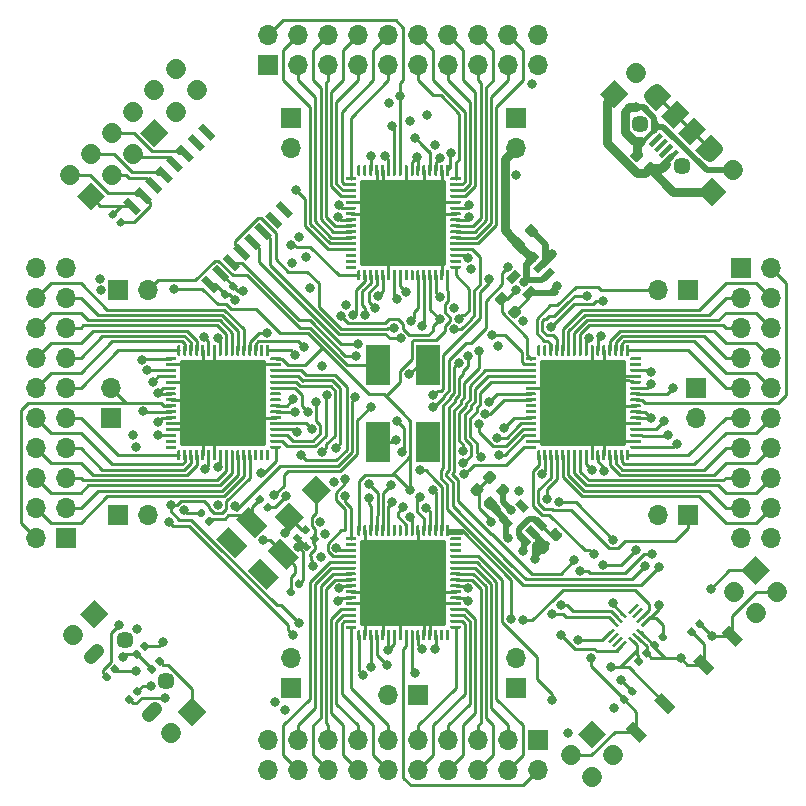
<source format=gbr>
G04 #@! TF.GenerationSoftware,KiCad,Pcbnew,5.1.5-52549c5~86~ubuntu16.04.1*
G04 #@! TF.CreationDate,2020-04-28T14:27:50+03:00*
G04 #@! TF.ProjectId,FreeEEG32-beta,46726565-4545-4473-9332-2d626574612e,rev?*
G04 #@! TF.SameCoordinates,Original*
G04 #@! TF.FileFunction,Copper,L1,Top*
G04 #@! TF.FilePolarity,Positive*
%FSLAX46Y46*%
G04 Gerber Fmt 4.6, Leading zero omitted, Abs format (unit mm)*
G04 Created by KiCad (PCBNEW 5.1.5-52549c5~86~ubuntu16.04.1) date 2020-04-28 14:27:50*
%MOMM*%
%LPD*%
G04 APERTURE LIST*
%ADD10C,0.100000*%
%ADD11C,1.700000*%
%ADD12O,1.700000X1.700000*%
%ADD13R,1.700000X1.700000*%
%ADD14R,2.000000X3.500000*%
%ADD15C,1.200000*%
%ADD16C,1.450000*%
%ADD17C,0.800000*%
%ADD18C,0.250000*%
%ADD19C,0.500000*%
%ADD20C,0.750000*%
G04 APERTURE END LIST*
G04 #@! TA.AperFunction,SMDPad,CuDef*
D10*
G36*
X168429791Y-118614029D02*
G01*
X167669651Y-117853889D01*
X167846427Y-117677113D01*
X168606567Y-118437253D01*
X168429791Y-118614029D01*
G37*
G04 #@! TD.AperFunction*
G04 #@! TA.AperFunction,SMDPad,CuDef*
G36*
X168076238Y-118967582D02*
G01*
X167316098Y-118207442D01*
X167492874Y-118030666D01*
X168253014Y-118790806D01*
X168076238Y-118967582D01*
G37*
G04 #@! TD.AperFunction*
G04 #@! TA.AperFunction,SMDPad,CuDef*
G36*
X168783344Y-118260476D02*
G01*
X168023204Y-117500336D01*
X168199980Y-117323560D01*
X168960120Y-118083700D01*
X168783344Y-118260476D01*
G37*
G04 #@! TD.AperFunction*
G04 #@! TA.AperFunction,SMDPad,CuDef*
G36*
X169790972Y-120682316D02*
G01*
X169030832Y-119922176D01*
X169207608Y-119745400D01*
X169967748Y-120505540D01*
X169790972Y-120682316D01*
G37*
G04 #@! TD.AperFunction*
G04 #@! TA.AperFunction,SMDPad,CuDef*
G36*
X170144525Y-120328763D02*
G01*
X169384385Y-119568623D01*
X169561161Y-119391847D01*
X170321301Y-120151987D01*
X170144525Y-120328763D01*
G37*
G04 #@! TD.AperFunction*
G04 #@! TA.AperFunction,SMDPad,CuDef*
G36*
X170498078Y-119975210D02*
G01*
X169737938Y-119215070D01*
X169914714Y-119038294D01*
X170674854Y-119798434D01*
X170498078Y-119975210D01*
G37*
G04 #@! TD.AperFunction*
G04 #@! TA.AperFunction,SMDPad,CuDef*
G36*
X167139320Y-119975210D02*
G01*
X166962544Y-119798434D01*
X167722684Y-119038294D01*
X167899460Y-119215070D01*
X167139320Y-119975210D01*
G37*
G04 #@! TD.AperFunction*
G04 #@! TA.AperFunction,SMDPad,CuDef*
G36*
X167492874Y-120328763D02*
G01*
X167316098Y-120151987D01*
X168076238Y-119391847D01*
X168253014Y-119568623D01*
X167492874Y-120328763D01*
G37*
G04 #@! TD.AperFunction*
G04 #@! TA.AperFunction,SMDPad,CuDef*
G36*
X167846427Y-120682316D02*
G01*
X167669651Y-120505540D01*
X168429791Y-119745400D01*
X168606567Y-119922176D01*
X167846427Y-120682316D01*
G37*
G04 #@! TD.AperFunction*
G04 #@! TA.AperFunction,SMDPad,CuDef*
G36*
X168199980Y-121035870D02*
G01*
X168023204Y-120859094D01*
X168783344Y-120098954D01*
X168960120Y-120275730D01*
X168199980Y-121035870D01*
G37*
G04 #@! TD.AperFunction*
G04 #@! TA.AperFunction,SMDPad,CuDef*
G36*
X170268268Y-118967582D02*
G01*
X170091492Y-118790806D01*
X170851632Y-118030666D01*
X171028408Y-118207442D01*
X170268268Y-118967582D01*
G37*
G04 #@! TD.AperFunction*
G04 #@! TA.AperFunction,SMDPad,CuDef*
G36*
X169914714Y-118614029D02*
G01*
X169737938Y-118437253D01*
X170498078Y-117677113D01*
X170674854Y-117853889D01*
X169914714Y-118614029D01*
G37*
G04 #@! TD.AperFunction*
G04 #@! TA.AperFunction,SMDPad,CuDef*
G36*
X169561161Y-118260476D02*
G01*
X169384385Y-118083700D01*
X170144525Y-117323560D01*
X170321301Y-117500336D01*
X169561161Y-118260476D01*
G37*
G04 #@! TD.AperFunction*
G04 #@! TA.AperFunction,SMDPad,CuDef*
G36*
X169207608Y-117906922D02*
G01*
X169030832Y-117730146D01*
X169790972Y-116970006D01*
X169967748Y-117146782D01*
X169207608Y-117906922D01*
G37*
G04 #@! TD.AperFunction*
D11*
X179845000Y-117780000D02*
X179845000Y-117780000D01*
X178048949Y-115983949D02*
X178048949Y-115983949D01*
X181641051Y-115983949D02*
X181641051Y-115983949D01*
G04 #@! TA.AperFunction,ComponentPad*
D10*
G36*
X178642918Y-114187898D02*
G01*
X179845000Y-112985816D01*
X181047082Y-114187898D01*
X179845000Y-115389980D01*
X178642918Y-114187898D01*
G37*
G04 #@! TD.AperFunction*
D11*
X165983949Y-131641051D02*
X165983949Y-131641051D01*
X164187898Y-129845000D02*
X164187898Y-129845000D01*
X167780000Y-129845000D02*
X167780000Y-129845000D01*
G04 #@! TA.AperFunction,ComponentPad*
D10*
G36*
X164781867Y-128048949D02*
G01*
X165983949Y-126846867D01*
X167186031Y-128048949D01*
X165983949Y-129251031D01*
X164781867Y-128048949D01*
G37*
G04 #@! TD.AperFunction*
D11*
X130732102Y-71751846D02*
X130732102Y-71751846D01*
X132528153Y-73547898D02*
X132528153Y-73547898D01*
X128936051Y-73547898D02*
X128936051Y-73547898D01*
X130732102Y-75343949D02*
X130732102Y-75343949D01*
X127140000Y-75343949D02*
X127140000Y-75343949D01*
G04 #@! TA.AperFunction,ComponentPad*
D10*
G36*
X130138133Y-77140000D02*
G01*
X128936051Y-78342082D01*
X127733969Y-77140000D01*
X128936051Y-75937918D01*
X130138133Y-77140000D01*
G37*
G04 #@! TD.AperFunction*
D11*
X125343949Y-77140000D02*
X125343949Y-77140000D01*
X127140000Y-78936052D02*
X127140000Y-78936052D01*
X123547898Y-78936052D02*
X123547898Y-78936052D01*
X125343949Y-80732103D02*
X125343949Y-80732103D01*
X121751847Y-80732103D02*
X121751847Y-80732103D01*
G04 #@! TA.AperFunction,ComponentPad*
D10*
G36*
X124749980Y-82528154D02*
G01*
X123547898Y-83730236D01*
X122345816Y-82528154D01*
X123547898Y-81326072D01*
X124749980Y-82528154D01*
G37*
G04 #@! TD.AperFunction*
D11*
X130315000Y-127940000D02*
X130315000Y-127940000D01*
G04 #@! TA.AperFunction,ComponentPad*
D10*
G36*
X132111051Y-124941867D02*
G01*
X133313133Y-126143949D01*
X132111051Y-127346031D01*
X130908969Y-126143949D01*
X132111051Y-124941867D01*
G37*
G04 #@! TD.AperFunction*
D11*
X122060000Y-119685000D02*
X122060000Y-119685000D01*
G04 #@! TA.AperFunction,ComponentPad*
D10*
G36*
X123856051Y-116686867D02*
G01*
X125058133Y-117888949D01*
X123856051Y-119091031D01*
X122653969Y-117888949D01*
X123856051Y-116686867D01*
G37*
G04 #@! TD.AperFunction*
D11*
X177940000Y-80315000D02*
X177940000Y-80315000D01*
G04 #@! TA.AperFunction,ComponentPad*
D10*
G36*
X176143949Y-83313133D02*
G01*
X174941867Y-82111051D01*
X176143949Y-80908969D01*
X177346031Y-82111051D01*
X176143949Y-83313133D01*
G37*
G04 #@! TD.AperFunction*
D11*
X169685000Y-72060000D02*
X169685000Y-72060000D01*
G04 #@! TA.AperFunction,ComponentPad*
D10*
G36*
X167888949Y-75058133D02*
G01*
X166686867Y-73856051D01*
X167888949Y-72653969D01*
X169091031Y-73856051D01*
X167888949Y-75058133D01*
G37*
G04 #@! TD.AperFunction*
D12*
X128410000Y-90475000D03*
D13*
X125870000Y-90475000D03*
D12*
X159525000Y-121590000D03*
D13*
X159525000Y-124130000D03*
D12*
X171590000Y-109525000D03*
D13*
X174130000Y-109525000D03*
D12*
X171590000Y-90475000D03*
D13*
X174130000Y-90475000D03*
D14*
X152062911Y-103286647D03*
X152062911Y-96786647D03*
X147862911Y-96786647D03*
X147862911Y-103286647D03*
G04 #@! TA.AperFunction,SMDPad,CuDef*
D10*
G36*
X171874239Y-124548679D02*
G01*
X173076321Y-125750761D01*
X172439925Y-126387157D01*
X171237843Y-125185075D01*
X171874239Y-124548679D01*
G37*
G04 #@! TD.AperFunction*
G04 #@! TA.AperFunction,SMDPad,CuDef*
G36*
X169470075Y-126952843D02*
G01*
X170672157Y-128154925D01*
X170035761Y-128791321D01*
X168833679Y-127589239D01*
X169470075Y-126952843D01*
G37*
G04 #@! TD.AperFunction*
G04 #@! TA.AperFunction,SMDPad,CuDef*
G36*
X140343624Y-108434383D02*
G01*
X141616417Y-109707176D01*
X140378980Y-110944613D01*
X139106187Y-109671820D01*
X140343624Y-108434383D01*
G37*
G04 #@! TD.AperFunction*
G04 #@! TA.AperFunction,SMDPad,CuDef*
G36*
X142641722Y-106136285D02*
G01*
X143914515Y-107409078D01*
X142677078Y-108646515D01*
X141404285Y-107373722D01*
X142641722Y-106136285D01*
G37*
G04 #@! TD.AperFunction*
D15*
X123542595Y-121507658D02*
X124037569Y-121012684D01*
X128987316Y-125962431D02*
X128492342Y-126457405D01*
D16*
X126406377Y-120058089D03*
X129941911Y-123593623D03*
G04 #@! TA.AperFunction,SMDPad,CuDef*
D10*
G36*
X176881670Y-78086822D02*
G01*
X175538167Y-79430325D01*
X174689638Y-78581796D01*
X176033141Y-77238293D01*
X176881670Y-78086822D01*
G37*
G04 #@! TD.AperFunction*
G04 #@! TA.AperFunction,SMDPad,CuDef*
G36*
X172780451Y-73985603D02*
G01*
X171436948Y-75329106D01*
X170588419Y-74480577D01*
X171931922Y-73137074D01*
X172780451Y-73985603D01*
G37*
G04 #@! TD.AperFunction*
D15*
X171012684Y-74056313D02*
X171507658Y-73561339D01*
X176457405Y-78511086D02*
X175962431Y-79006060D01*
G04 #@! TA.AperFunction,SMDPad,CuDef*
D10*
G36*
X175644233Y-76849385D02*
G01*
X174300730Y-78192888D01*
X173240069Y-77132227D01*
X174583572Y-75788724D01*
X175644233Y-76849385D01*
G37*
G04 #@! TD.AperFunction*
D16*
X170058089Y-76425121D03*
G04 #@! TA.AperFunction,SMDPad,CuDef*
D10*
G36*
X172444574Y-77857012D02*
G01*
X171489980Y-78811606D01*
X171207138Y-78528764D01*
X172161732Y-77574170D01*
X172444574Y-77857012D01*
G37*
G04 #@! TD.AperFunction*
G04 #@! TA.AperFunction,SMDPad,CuDef*
G36*
X171984955Y-77397392D02*
G01*
X171030361Y-78351986D01*
X170747519Y-78069144D01*
X171702113Y-77114550D01*
X171984955Y-77397392D01*
G37*
G04 #@! TD.AperFunction*
G04 #@! TA.AperFunction,SMDPad,CuDef*
G36*
X171525336Y-76937773D02*
G01*
X170570742Y-77892367D01*
X170287900Y-77609525D01*
X171242494Y-76654931D01*
X171525336Y-76937773D01*
G37*
G04 #@! TD.AperFunction*
G04 #@! TA.AperFunction,SMDPad,CuDef*
G36*
X173363813Y-78776250D02*
G01*
X172409219Y-79730844D01*
X172126377Y-79448002D01*
X173080971Y-78493408D01*
X173363813Y-78776250D01*
G37*
G04 #@! TD.AperFunction*
G04 #@! TA.AperFunction,SMDPad,CuDef*
G36*
X172904194Y-78316631D02*
G01*
X171949600Y-79271225D01*
X171666758Y-78988383D01*
X172621352Y-78033789D01*
X172904194Y-78316631D01*
G37*
G04 #@! TD.AperFunction*
D16*
X173593623Y-79960655D03*
G04 #@! TA.AperFunction,SMDPad,CuDef*
D10*
G36*
X174230020Y-75435172D02*
G01*
X172886517Y-76778675D01*
X171825856Y-75718014D01*
X173169359Y-74374511D01*
X174230020Y-75435172D01*
G37*
G04 #@! TD.AperFunction*
G04 #@! TA.AperFunction,SMDPad,CuDef*
G36*
X170058626Y-96125301D02*
G01*
X170064693Y-96126201D01*
X170070643Y-96127691D01*
X170076418Y-96129758D01*
X170081962Y-96132380D01*
X170087223Y-96135533D01*
X170092150Y-96139187D01*
X170096694Y-96143306D01*
X170100813Y-96147850D01*
X170104467Y-96152777D01*
X170107620Y-96158038D01*
X170110242Y-96163582D01*
X170112309Y-96169357D01*
X170113799Y-96175307D01*
X170114699Y-96181374D01*
X170115000Y-96187500D01*
X170115000Y-96312500D01*
X170114699Y-96318626D01*
X170113799Y-96324693D01*
X170112309Y-96330643D01*
X170110242Y-96336418D01*
X170107620Y-96341962D01*
X170104467Y-96347223D01*
X170100813Y-96352150D01*
X170096694Y-96356694D01*
X170092150Y-96360813D01*
X170087223Y-96364467D01*
X170081962Y-96367620D01*
X170076418Y-96370242D01*
X170070643Y-96372309D01*
X170064693Y-96373799D01*
X170058626Y-96374699D01*
X170052500Y-96375000D01*
X169302500Y-96375000D01*
X169296374Y-96374699D01*
X169290307Y-96373799D01*
X169284357Y-96372309D01*
X169278582Y-96370242D01*
X169273038Y-96367620D01*
X169267777Y-96364467D01*
X169262850Y-96360813D01*
X169258306Y-96356694D01*
X169254187Y-96352150D01*
X169250533Y-96347223D01*
X169247380Y-96341962D01*
X169244758Y-96336418D01*
X169242691Y-96330643D01*
X169241201Y-96324693D01*
X169240301Y-96318626D01*
X169240000Y-96312500D01*
X169240000Y-96187500D01*
X169240301Y-96181374D01*
X169241201Y-96175307D01*
X169242691Y-96169357D01*
X169244758Y-96163582D01*
X169247380Y-96158038D01*
X169250533Y-96152777D01*
X169254187Y-96147850D01*
X169258306Y-96143306D01*
X169262850Y-96139187D01*
X169267777Y-96135533D01*
X169273038Y-96132380D01*
X169278582Y-96129758D01*
X169284357Y-96127691D01*
X169290307Y-96126201D01*
X169296374Y-96125301D01*
X169302500Y-96125000D01*
X170052500Y-96125000D01*
X170058626Y-96125301D01*
G37*
G04 #@! TD.AperFunction*
G04 #@! TA.AperFunction,SMDPad,CuDef*
G36*
X170058626Y-96625301D02*
G01*
X170064693Y-96626201D01*
X170070643Y-96627691D01*
X170076418Y-96629758D01*
X170081962Y-96632380D01*
X170087223Y-96635533D01*
X170092150Y-96639187D01*
X170096694Y-96643306D01*
X170100813Y-96647850D01*
X170104467Y-96652777D01*
X170107620Y-96658038D01*
X170110242Y-96663582D01*
X170112309Y-96669357D01*
X170113799Y-96675307D01*
X170114699Y-96681374D01*
X170115000Y-96687500D01*
X170115000Y-96812500D01*
X170114699Y-96818626D01*
X170113799Y-96824693D01*
X170112309Y-96830643D01*
X170110242Y-96836418D01*
X170107620Y-96841962D01*
X170104467Y-96847223D01*
X170100813Y-96852150D01*
X170096694Y-96856694D01*
X170092150Y-96860813D01*
X170087223Y-96864467D01*
X170081962Y-96867620D01*
X170076418Y-96870242D01*
X170070643Y-96872309D01*
X170064693Y-96873799D01*
X170058626Y-96874699D01*
X170052500Y-96875000D01*
X169302500Y-96875000D01*
X169296374Y-96874699D01*
X169290307Y-96873799D01*
X169284357Y-96872309D01*
X169278582Y-96870242D01*
X169273038Y-96867620D01*
X169267777Y-96864467D01*
X169262850Y-96860813D01*
X169258306Y-96856694D01*
X169254187Y-96852150D01*
X169250533Y-96847223D01*
X169247380Y-96841962D01*
X169244758Y-96836418D01*
X169242691Y-96830643D01*
X169241201Y-96824693D01*
X169240301Y-96818626D01*
X169240000Y-96812500D01*
X169240000Y-96687500D01*
X169240301Y-96681374D01*
X169241201Y-96675307D01*
X169242691Y-96669357D01*
X169244758Y-96663582D01*
X169247380Y-96658038D01*
X169250533Y-96652777D01*
X169254187Y-96647850D01*
X169258306Y-96643306D01*
X169262850Y-96639187D01*
X169267777Y-96635533D01*
X169273038Y-96632380D01*
X169278582Y-96629758D01*
X169284357Y-96627691D01*
X169290307Y-96626201D01*
X169296374Y-96625301D01*
X169302500Y-96625000D01*
X170052500Y-96625000D01*
X170058626Y-96625301D01*
G37*
G04 #@! TD.AperFunction*
G04 #@! TA.AperFunction,SMDPad,CuDef*
G36*
X170058626Y-97125301D02*
G01*
X170064693Y-97126201D01*
X170070643Y-97127691D01*
X170076418Y-97129758D01*
X170081962Y-97132380D01*
X170087223Y-97135533D01*
X170092150Y-97139187D01*
X170096694Y-97143306D01*
X170100813Y-97147850D01*
X170104467Y-97152777D01*
X170107620Y-97158038D01*
X170110242Y-97163582D01*
X170112309Y-97169357D01*
X170113799Y-97175307D01*
X170114699Y-97181374D01*
X170115000Y-97187500D01*
X170115000Y-97312500D01*
X170114699Y-97318626D01*
X170113799Y-97324693D01*
X170112309Y-97330643D01*
X170110242Y-97336418D01*
X170107620Y-97341962D01*
X170104467Y-97347223D01*
X170100813Y-97352150D01*
X170096694Y-97356694D01*
X170092150Y-97360813D01*
X170087223Y-97364467D01*
X170081962Y-97367620D01*
X170076418Y-97370242D01*
X170070643Y-97372309D01*
X170064693Y-97373799D01*
X170058626Y-97374699D01*
X170052500Y-97375000D01*
X169302500Y-97375000D01*
X169296374Y-97374699D01*
X169290307Y-97373799D01*
X169284357Y-97372309D01*
X169278582Y-97370242D01*
X169273038Y-97367620D01*
X169267777Y-97364467D01*
X169262850Y-97360813D01*
X169258306Y-97356694D01*
X169254187Y-97352150D01*
X169250533Y-97347223D01*
X169247380Y-97341962D01*
X169244758Y-97336418D01*
X169242691Y-97330643D01*
X169241201Y-97324693D01*
X169240301Y-97318626D01*
X169240000Y-97312500D01*
X169240000Y-97187500D01*
X169240301Y-97181374D01*
X169241201Y-97175307D01*
X169242691Y-97169357D01*
X169244758Y-97163582D01*
X169247380Y-97158038D01*
X169250533Y-97152777D01*
X169254187Y-97147850D01*
X169258306Y-97143306D01*
X169262850Y-97139187D01*
X169267777Y-97135533D01*
X169273038Y-97132380D01*
X169278582Y-97129758D01*
X169284357Y-97127691D01*
X169290307Y-97126201D01*
X169296374Y-97125301D01*
X169302500Y-97125000D01*
X170052500Y-97125000D01*
X170058626Y-97125301D01*
G37*
G04 #@! TD.AperFunction*
G04 #@! TA.AperFunction,SMDPad,CuDef*
G36*
X170058626Y-97625301D02*
G01*
X170064693Y-97626201D01*
X170070643Y-97627691D01*
X170076418Y-97629758D01*
X170081962Y-97632380D01*
X170087223Y-97635533D01*
X170092150Y-97639187D01*
X170096694Y-97643306D01*
X170100813Y-97647850D01*
X170104467Y-97652777D01*
X170107620Y-97658038D01*
X170110242Y-97663582D01*
X170112309Y-97669357D01*
X170113799Y-97675307D01*
X170114699Y-97681374D01*
X170115000Y-97687500D01*
X170115000Y-97812500D01*
X170114699Y-97818626D01*
X170113799Y-97824693D01*
X170112309Y-97830643D01*
X170110242Y-97836418D01*
X170107620Y-97841962D01*
X170104467Y-97847223D01*
X170100813Y-97852150D01*
X170096694Y-97856694D01*
X170092150Y-97860813D01*
X170087223Y-97864467D01*
X170081962Y-97867620D01*
X170076418Y-97870242D01*
X170070643Y-97872309D01*
X170064693Y-97873799D01*
X170058626Y-97874699D01*
X170052500Y-97875000D01*
X169302500Y-97875000D01*
X169296374Y-97874699D01*
X169290307Y-97873799D01*
X169284357Y-97872309D01*
X169278582Y-97870242D01*
X169273038Y-97867620D01*
X169267777Y-97864467D01*
X169262850Y-97860813D01*
X169258306Y-97856694D01*
X169254187Y-97852150D01*
X169250533Y-97847223D01*
X169247380Y-97841962D01*
X169244758Y-97836418D01*
X169242691Y-97830643D01*
X169241201Y-97824693D01*
X169240301Y-97818626D01*
X169240000Y-97812500D01*
X169240000Y-97687500D01*
X169240301Y-97681374D01*
X169241201Y-97675307D01*
X169242691Y-97669357D01*
X169244758Y-97663582D01*
X169247380Y-97658038D01*
X169250533Y-97652777D01*
X169254187Y-97647850D01*
X169258306Y-97643306D01*
X169262850Y-97639187D01*
X169267777Y-97635533D01*
X169273038Y-97632380D01*
X169278582Y-97629758D01*
X169284357Y-97627691D01*
X169290307Y-97626201D01*
X169296374Y-97625301D01*
X169302500Y-97625000D01*
X170052500Y-97625000D01*
X170058626Y-97625301D01*
G37*
G04 #@! TD.AperFunction*
G04 #@! TA.AperFunction,SMDPad,CuDef*
G36*
X170058626Y-98125301D02*
G01*
X170064693Y-98126201D01*
X170070643Y-98127691D01*
X170076418Y-98129758D01*
X170081962Y-98132380D01*
X170087223Y-98135533D01*
X170092150Y-98139187D01*
X170096694Y-98143306D01*
X170100813Y-98147850D01*
X170104467Y-98152777D01*
X170107620Y-98158038D01*
X170110242Y-98163582D01*
X170112309Y-98169357D01*
X170113799Y-98175307D01*
X170114699Y-98181374D01*
X170115000Y-98187500D01*
X170115000Y-98312500D01*
X170114699Y-98318626D01*
X170113799Y-98324693D01*
X170112309Y-98330643D01*
X170110242Y-98336418D01*
X170107620Y-98341962D01*
X170104467Y-98347223D01*
X170100813Y-98352150D01*
X170096694Y-98356694D01*
X170092150Y-98360813D01*
X170087223Y-98364467D01*
X170081962Y-98367620D01*
X170076418Y-98370242D01*
X170070643Y-98372309D01*
X170064693Y-98373799D01*
X170058626Y-98374699D01*
X170052500Y-98375000D01*
X169302500Y-98375000D01*
X169296374Y-98374699D01*
X169290307Y-98373799D01*
X169284357Y-98372309D01*
X169278582Y-98370242D01*
X169273038Y-98367620D01*
X169267777Y-98364467D01*
X169262850Y-98360813D01*
X169258306Y-98356694D01*
X169254187Y-98352150D01*
X169250533Y-98347223D01*
X169247380Y-98341962D01*
X169244758Y-98336418D01*
X169242691Y-98330643D01*
X169241201Y-98324693D01*
X169240301Y-98318626D01*
X169240000Y-98312500D01*
X169240000Y-98187500D01*
X169240301Y-98181374D01*
X169241201Y-98175307D01*
X169242691Y-98169357D01*
X169244758Y-98163582D01*
X169247380Y-98158038D01*
X169250533Y-98152777D01*
X169254187Y-98147850D01*
X169258306Y-98143306D01*
X169262850Y-98139187D01*
X169267777Y-98135533D01*
X169273038Y-98132380D01*
X169278582Y-98129758D01*
X169284357Y-98127691D01*
X169290307Y-98126201D01*
X169296374Y-98125301D01*
X169302500Y-98125000D01*
X170052500Y-98125000D01*
X170058626Y-98125301D01*
G37*
G04 #@! TD.AperFunction*
G04 #@! TA.AperFunction,SMDPad,CuDef*
G36*
X170058626Y-98625301D02*
G01*
X170064693Y-98626201D01*
X170070643Y-98627691D01*
X170076418Y-98629758D01*
X170081962Y-98632380D01*
X170087223Y-98635533D01*
X170092150Y-98639187D01*
X170096694Y-98643306D01*
X170100813Y-98647850D01*
X170104467Y-98652777D01*
X170107620Y-98658038D01*
X170110242Y-98663582D01*
X170112309Y-98669357D01*
X170113799Y-98675307D01*
X170114699Y-98681374D01*
X170115000Y-98687500D01*
X170115000Y-98812500D01*
X170114699Y-98818626D01*
X170113799Y-98824693D01*
X170112309Y-98830643D01*
X170110242Y-98836418D01*
X170107620Y-98841962D01*
X170104467Y-98847223D01*
X170100813Y-98852150D01*
X170096694Y-98856694D01*
X170092150Y-98860813D01*
X170087223Y-98864467D01*
X170081962Y-98867620D01*
X170076418Y-98870242D01*
X170070643Y-98872309D01*
X170064693Y-98873799D01*
X170058626Y-98874699D01*
X170052500Y-98875000D01*
X169302500Y-98875000D01*
X169296374Y-98874699D01*
X169290307Y-98873799D01*
X169284357Y-98872309D01*
X169278582Y-98870242D01*
X169273038Y-98867620D01*
X169267777Y-98864467D01*
X169262850Y-98860813D01*
X169258306Y-98856694D01*
X169254187Y-98852150D01*
X169250533Y-98847223D01*
X169247380Y-98841962D01*
X169244758Y-98836418D01*
X169242691Y-98830643D01*
X169241201Y-98824693D01*
X169240301Y-98818626D01*
X169240000Y-98812500D01*
X169240000Y-98687500D01*
X169240301Y-98681374D01*
X169241201Y-98675307D01*
X169242691Y-98669357D01*
X169244758Y-98663582D01*
X169247380Y-98658038D01*
X169250533Y-98652777D01*
X169254187Y-98647850D01*
X169258306Y-98643306D01*
X169262850Y-98639187D01*
X169267777Y-98635533D01*
X169273038Y-98632380D01*
X169278582Y-98629758D01*
X169284357Y-98627691D01*
X169290307Y-98626201D01*
X169296374Y-98625301D01*
X169302500Y-98625000D01*
X170052500Y-98625000D01*
X170058626Y-98625301D01*
G37*
G04 #@! TD.AperFunction*
G04 #@! TA.AperFunction,SMDPad,CuDef*
G36*
X170058626Y-99125301D02*
G01*
X170064693Y-99126201D01*
X170070643Y-99127691D01*
X170076418Y-99129758D01*
X170081962Y-99132380D01*
X170087223Y-99135533D01*
X170092150Y-99139187D01*
X170096694Y-99143306D01*
X170100813Y-99147850D01*
X170104467Y-99152777D01*
X170107620Y-99158038D01*
X170110242Y-99163582D01*
X170112309Y-99169357D01*
X170113799Y-99175307D01*
X170114699Y-99181374D01*
X170115000Y-99187500D01*
X170115000Y-99312500D01*
X170114699Y-99318626D01*
X170113799Y-99324693D01*
X170112309Y-99330643D01*
X170110242Y-99336418D01*
X170107620Y-99341962D01*
X170104467Y-99347223D01*
X170100813Y-99352150D01*
X170096694Y-99356694D01*
X170092150Y-99360813D01*
X170087223Y-99364467D01*
X170081962Y-99367620D01*
X170076418Y-99370242D01*
X170070643Y-99372309D01*
X170064693Y-99373799D01*
X170058626Y-99374699D01*
X170052500Y-99375000D01*
X169302500Y-99375000D01*
X169296374Y-99374699D01*
X169290307Y-99373799D01*
X169284357Y-99372309D01*
X169278582Y-99370242D01*
X169273038Y-99367620D01*
X169267777Y-99364467D01*
X169262850Y-99360813D01*
X169258306Y-99356694D01*
X169254187Y-99352150D01*
X169250533Y-99347223D01*
X169247380Y-99341962D01*
X169244758Y-99336418D01*
X169242691Y-99330643D01*
X169241201Y-99324693D01*
X169240301Y-99318626D01*
X169240000Y-99312500D01*
X169240000Y-99187500D01*
X169240301Y-99181374D01*
X169241201Y-99175307D01*
X169242691Y-99169357D01*
X169244758Y-99163582D01*
X169247380Y-99158038D01*
X169250533Y-99152777D01*
X169254187Y-99147850D01*
X169258306Y-99143306D01*
X169262850Y-99139187D01*
X169267777Y-99135533D01*
X169273038Y-99132380D01*
X169278582Y-99129758D01*
X169284357Y-99127691D01*
X169290307Y-99126201D01*
X169296374Y-99125301D01*
X169302500Y-99125000D01*
X170052500Y-99125000D01*
X170058626Y-99125301D01*
G37*
G04 #@! TD.AperFunction*
G04 #@! TA.AperFunction,SMDPad,CuDef*
G36*
X170058626Y-99625301D02*
G01*
X170064693Y-99626201D01*
X170070643Y-99627691D01*
X170076418Y-99629758D01*
X170081962Y-99632380D01*
X170087223Y-99635533D01*
X170092150Y-99639187D01*
X170096694Y-99643306D01*
X170100813Y-99647850D01*
X170104467Y-99652777D01*
X170107620Y-99658038D01*
X170110242Y-99663582D01*
X170112309Y-99669357D01*
X170113799Y-99675307D01*
X170114699Y-99681374D01*
X170115000Y-99687500D01*
X170115000Y-99812500D01*
X170114699Y-99818626D01*
X170113799Y-99824693D01*
X170112309Y-99830643D01*
X170110242Y-99836418D01*
X170107620Y-99841962D01*
X170104467Y-99847223D01*
X170100813Y-99852150D01*
X170096694Y-99856694D01*
X170092150Y-99860813D01*
X170087223Y-99864467D01*
X170081962Y-99867620D01*
X170076418Y-99870242D01*
X170070643Y-99872309D01*
X170064693Y-99873799D01*
X170058626Y-99874699D01*
X170052500Y-99875000D01*
X169302500Y-99875000D01*
X169296374Y-99874699D01*
X169290307Y-99873799D01*
X169284357Y-99872309D01*
X169278582Y-99870242D01*
X169273038Y-99867620D01*
X169267777Y-99864467D01*
X169262850Y-99860813D01*
X169258306Y-99856694D01*
X169254187Y-99852150D01*
X169250533Y-99847223D01*
X169247380Y-99841962D01*
X169244758Y-99836418D01*
X169242691Y-99830643D01*
X169241201Y-99824693D01*
X169240301Y-99818626D01*
X169240000Y-99812500D01*
X169240000Y-99687500D01*
X169240301Y-99681374D01*
X169241201Y-99675307D01*
X169242691Y-99669357D01*
X169244758Y-99663582D01*
X169247380Y-99658038D01*
X169250533Y-99652777D01*
X169254187Y-99647850D01*
X169258306Y-99643306D01*
X169262850Y-99639187D01*
X169267777Y-99635533D01*
X169273038Y-99632380D01*
X169278582Y-99629758D01*
X169284357Y-99627691D01*
X169290307Y-99626201D01*
X169296374Y-99625301D01*
X169302500Y-99625000D01*
X170052500Y-99625000D01*
X170058626Y-99625301D01*
G37*
G04 #@! TD.AperFunction*
G04 #@! TA.AperFunction,SMDPad,CuDef*
G36*
X170058626Y-100125301D02*
G01*
X170064693Y-100126201D01*
X170070643Y-100127691D01*
X170076418Y-100129758D01*
X170081962Y-100132380D01*
X170087223Y-100135533D01*
X170092150Y-100139187D01*
X170096694Y-100143306D01*
X170100813Y-100147850D01*
X170104467Y-100152777D01*
X170107620Y-100158038D01*
X170110242Y-100163582D01*
X170112309Y-100169357D01*
X170113799Y-100175307D01*
X170114699Y-100181374D01*
X170115000Y-100187500D01*
X170115000Y-100312500D01*
X170114699Y-100318626D01*
X170113799Y-100324693D01*
X170112309Y-100330643D01*
X170110242Y-100336418D01*
X170107620Y-100341962D01*
X170104467Y-100347223D01*
X170100813Y-100352150D01*
X170096694Y-100356694D01*
X170092150Y-100360813D01*
X170087223Y-100364467D01*
X170081962Y-100367620D01*
X170076418Y-100370242D01*
X170070643Y-100372309D01*
X170064693Y-100373799D01*
X170058626Y-100374699D01*
X170052500Y-100375000D01*
X169302500Y-100375000D01*
X169296374Y-100374699D01*
X169290307Y-100373799D01*
X169284357Y-100372309D01*
X169278582Y-100370242D01*
X169273038Y-100367620D01*
X169267777Y-100364467D01*
X169262850Y-100360813D01*
X169258306Y-100356694D01*
X169254187Y-100352150D01*
X169250533Y-100347223D01*
X169247380Y-100341962D01*
X169244758Y-100336418D01*
X169242691Y-100330643D01*
X169241201Y-100324693D01*
X169240301Y-100318626D01*
X169240000Y-100312500D01*
X169240000Y-100187500D01*
X169240301Y-100181374D01*
X169241201Y-100175307D01*
X169242691Y-100169357D01*
X169244758Y-100163582D01*
X169247380Y-100158038D01*
X169250533Y-100152777D01*
X169254187Y-100147850D01*
X169258306Y-100143306D01*
X169262850Y-100139187D01*
X169267777Y-100135533D01*
X169273038Y-100132380D01*
X169278582Y-100129758D01*
X169284357Y-100127691D01*
X169290307Y-100126201D01*
X169296374Y-100125301D01*
X169302500Y-100125000D01*
X170052500Y-100125000D01*
X170058626Y-100125301D01*
G37*
G04 #@! TD.AperFunction*
G04 #@! TA.AperFunction,SMDPad,CuDef*
G36*
X170058626Y-100625301D02*
G01*
X170064693Y-100626201D01*
X170070643Y-100627691D01*
X170076418Y-100629758D01*
X170081962Y-100632380D01*
X170087223Y-100635533D01*
X170092150Y-100639187D01*
X170096694Y-100643306D01*
X170100813Y-100647850D01*
X170104467Y-100652777D01*
X170107620Y-100658038D01*
X170110242Y-100663582D01*
X170112309Y-100669357D01*
X170113799Y-100675307D01*
X170114699Y-100681374D01*
X170115000Y-100687500D01*
X170115000Y-100812500D01*
X170114699Y-100818626D01*
X170113799Y-100824693D01*
X170112309Y-100830643D01*
X170110242Y-100836418D01*
X170107620Y-100841962D01*
X170104467Y-100847223D01*
X170100813Y-100852150D01*
X170096694Y-100856694D01*
X170092150Y-100860813D01*
X170087223Y-100864467D01*
X170081962Y-100867620D01*
X170076418Y-100870242D01*
X170070643Y-100872309D01*
X170064693Y-100873799D01*
X170058626Y-100874699D01*
X170052500Y-100875000D01*
X169302500Y-100875000D01*
X169296374Y-100874699D01*
X169290307Y-100873799D01*
X169284357Y-100872309D01*
X169278582Y-100870242D01*
X169273038Y-100867620D01*
X169267777Y-100864467D01*
X169262850Y-100860813D01*
X169258306Y-100856694D01*
X169254187Y-100852150D01*
X169250533Y-100847223D01*
X169247380Y-100841962D01*
X169244758Y-100836418D01*
X169242691Y-100830643D01*
X169241201Y-100824693D01*
X169240301Y-100818626D01*
X169240000Y-100812500D01*
X169240000Y-100687500D01*
X169240301Y-100681374D01*
X169241201Y-100675307D01*
X169242691Y-100669357D01*
X169244758Y-100663582D01*
X169247380Y-100658038D01*
X169250533Y-100652777D01*
X169254187Y-100647850D01*
X169258306Y-100643306D01*
X169262850Y-100639187D01*
X169267777Y-100635533D01*
X169273038Y-100632380D01*
X169278582Y-100629758D01*
X169284357Y-100627691D01*
X169290307Y-100626201D01*
X169296374Y-100625301D01*
X169302500Y-100625000D01*
X170052500Y-100625000D01*
X170058626Y-100625301D01*
G37*
G04 #@! TD.AperFunction*
G04 #@! TA.AperFunction,SMDPad,CuDef*
G36*
X170058626Y-101125301D02*
G01*
X170064693Y-101126201D01*
X170070643Y-101127691D01*
X170076418Y-101129758D01*
X170081962Y-101132380D01*
X170087223Y-101135533D01*
X170092150Y-101139187D01*
X170096694Y-101143306D01*
X170100813Y-101147850D01*
X170104467Y-101152777D01*
X170107620Y-101158038D01*
X170110242Y-101163582D01*
X170112309Y-101169357D01*
X170113799Y-101175307D01*
X170114699Y-101181374D01*
X170115000Y-101187500D01*
X170115000Y-101312500D01*
X170114699Y-101318626D01*
X170113799Y-101324693D01*
X170112309Y-101330643D01*
X170110242Y-101336418D01*
X170107620Y-101341962D01*
X170104467Y-101347223D01*
X170100813Y-101352150D01*
X170096694Y-101356694D01*
X170092150Y-101360813D01*
X170087223Y-101364467D01*
X170081962Y-101367620D01*
X170076418Y-101370242D01*
X170070643Y-101372309D01*
X170064693Y-101373799D01*
X170058626Y-101374699D01*
X170052500Y-101375000D01*
X169302500Y-101375000D01*
X169296374Y-101374699D01*
X169290307Y-101373799D01*
X169284357Y-101372309D01*
X169278582Y-101370242D01*
X169273038Y-101367620D01*
X169267777Y-101364467D01*
X169262850Y-101360813D01*
X169258306Y-101356694D01*
X169254187Y-101352150D01*
X169250533Y-101347223D01*
X169247380Y-101341962D01*
X169244758Y-101336418D01*
X169242691Y-101330643D01*
X169241201Y-101324693D01*
X169240301Y-101318626D01*
X169240000Y-101312500D01*
X169240000Y-101187500D01*
X169240301Y-101181374D01*
X169241201Y-101175307D01*
X169242691Y-101169357D01*
X169244758Y-101163582D01*
X169247380Y-101158038D01*
X169250533Y-101152777D01*
X169254187Y-101147850D01*
X169258306Y-101143306D01*
X169262850Y-101139187D01*
X169267777Y-101135533D01*
X169273038Y-101132380D01*
X169278582Y-101129758D01*
X169284357Y-101127691D01*
X169290307Y-101126201D01*
X169296374Y-101125301D01*
X169302500Y-101125000D01*
X170052500Y-101125000D01*
X170058626Y-101125301D01*
G37*
G04 #@! TD.AperFunction*
G04 #@! TA.AperFunction,SMDPad,CuDef*
G36*
X170058626Y-101625301D02*
G01*
X170064693Y-101626201D01*
X170070643Y-101627691D01*
X170076418Y-101629758D01*
X170081962Y-101632380D01*
X170087223Y-101635533D01*
X170092150Y-101639187D01*
X170096694Y-101643306D01*
X170100813Y-101647850D01*
X170104467Y-101652777D01*
X170107620Y-101658038D01*
X170110242Y-101663582D01*
X170112309Y-101669357D01*
X170113799Y-101675307D01*
X170114699Y-101681374D01*
X170115000Y-101687500D01*
X170115000Y-101812500D01*
X170114699Y-101818626D01*
X170113799Y-101824693D01*
X170112309Y-101830643D01*
X170110242Y-101836418D01*
X170107620Y-101841962D01*
X170104467Y-101847223D01*
X170100813Y-101852150D01*
X170096694Y-101856694D01*
X170092150Y-101860813D01*
X170087223Y-101864467D01*
X170081962Y-101867620D01*
X170076418Y-101870242D01*
X170070643Y-101872309D01*
X170064693Y-101873799D01*
X170058626Y-101874699D01*
X170052500Y-101875000D01*
X169302500Y-101875000D01*
X169296374Y-101874699D01*
X169290307Y-101873799D01*
X169284357Y-101872309D01*
X169278582Y-101870242D01*
X169273038Y-101867620D01*
X169267777Y-101864467D01*
X169262850Y-101860813D01*
X169258306Y-101856694D01*
X169254187Y-101852150D01*
X169250533Y-101847223D01*
X169247380Y-101841962D01*
X169244758Y-101836418D01*
X169242691Y-101830643D01*
X169241201Y-101824693D01*
X169240301Y-101818626D01*
X169240000Y-101812500D01*
X169240000Y-101687500D01*
X169240301Y-101681374D01*
X169241201Y-101675307D01*
X169242691Y-101669357D01*
X169244758Y-101663582D01*
X169247380Y-101658038D01*
X169250533Y-101652777D01*
X169254187Y-101647850D01*
X169258306Y-101643306D01*
X169262850Y-101639187D01*
X169267777Y-101635533D01*
X169273038Y-101632380D01*
X169278582Y-101629758D01*
X169284357Y-101627691D01*
X169290307Y-101626201D01*
X169296374Y-101625301D01*
X169302500Y-101625000D01*
X170052500Y-101625000D01*
X170058626Y-101625301D01*
G37*
G04 #@! TD.AperFunction*
G04 #@! TA.AperFunction,SMDPad,CuDef*
G36*
X170058626Y-102125301D02*
G01*
X170064693Y-102126201D01*
X170070643Y-102127691D01*
X170076418Y-102129758D01*
X170081962Y-102132380D01*
X170087223Y-102135533D01*
X170092150Y-102139187D01*
X170096694Y-102143306D01*
X170100813Y-102147850D01*
X170104467Y-102152777D01*
X170107620Y-102158038D01*
X170110242Y-102163582D01*
X170112309Y-102169357D01*
X170113799Y-102175307D01*
X170114699Y-102181374D01*
X170115000Y-102187500D01*
X170115000Y-102312500D01*
X170114699Y-102318626D01*
X170113799Y-102324693D01*
X170112309Y-102330643D01*
X170110242Y-102336418D01*
X170107620Y-102341962D01*
X170104467Y-102347223D01*
X170100813Y-102352150D01*
X170096694Y-102356694D01*
X170092150Y-102360813D01*
X170087223Y-102364467D01*
X170081962Y-102367620D01*
X170076418Y-102370242D01*
X170070643Y-102372309D01*
X170064693Y-102373799D01*
X170058626Y-102374699D01*
X170052500Y-102375000D01*
X169302500Y-102375000D01*
X169296374Y-102374699D01*
X169290307Y-102373799D01*
X169284357Y-102372309D01*
X169278582Y-102370242D01*
X169273038Y-102367620D01*
X169267777Y-102364467D01*
X169262850Y-102360813D01*
X169258306Y-102356694D01*
X169254187Y-102352150D01*
X169250533Y-102347223D01*
X169247380Y-102341962D01*
X169244758Y-102336418D01*
X169242691Y-102330643D01*
X169241201Y-102324693D01*
X169240301Y-102318626D01*
X169240000Y-102312500D01*
X169240000Y-102187500D01*
X169240301Y-102181374D01*
X169241201Y-102175307D01*
X169242691Y-102169357D01*
X169244758Y-102163582D01*
X169247380Y-102158038D01*
X169250533Y-102152777D01*
X169254187Y-102147850D01*
X169258306Y-102143306D01*
X169262850Y-102139187D01*
X169267777Y-102135533D01*
X169273038Y-102132380D01*
X169278582Y-102129758D01*
X169284357Y-102127691D01*
X169290307Y-102126201D01*
X169296374Y-102125301D01*
X169302500Y-102125000D01*
X170052500Y-102125000D01*
X170058626Y-102125301D01*
G37*
G04 #@! TD.AperFunction*
G04 #@! TA.AperFunction,SMDPad,CuDef*
G36*
X170058626Y-102625301D02*
G01*
X170064693Y-102626201D01*
X170070643Y-102627691D01*
X170076418Y-102629758D01*
X170081962Y-102632380D01*
X170087223Y-102635533D01*
X170092150Y-102639187D01*
X170096694Y-102643306D01*
X170100813Y-102647850D01*
X170104467Y-102652777D01*
X170107620Y-102658038D01*
X170110242Y-102663582D01*
X170112309Y-102669357D01*
X170113799Y-102675307D01*
X170114699Y-102681374D01*
X170115000Y-102687500D01*
X170115000Y-102812500D01*
X170114699Y-102818626D01*
X170113799Y-102824693D01*
X170112309Y-102830643D01*
X170110242Y-102836418D01*
X170107620Y-102841962D01*
X170104467Y-102847223D01*
X170100813Y-102852150D01*
X170096694Y-102856694D01*
X170092150Y-102860813D01*
X170087223Y-102864467D01*
X170081962Y-102867620D01*
X170076418Y-102870242D01*
X170070643Y-102872309D01*
X170064693Y-102873799D01*
X170058626Y-102874699D01*
X170052500Y-102875000D01*
X169302500Y-102875000D01*
X169296374Y-102874699D01*
X169290307Y-102873799D01*
X169284357Y-102872309D01*
X169278582Y-102870242D01*
X169273038Y-102867620D01*
X169267777Y-102864467D01*
X169262850Y-102860813D01*
X169258306Y-102856694D01*
X169254187Y-102852150D01*
X169250533Y-102847223D01*
X169247380Y-102841962D01*
X169244758Y-102836418D01*
X169242691Y-102830643D01*
X169241201Y-102824693D01*
X169240301Y-102818626D01*
X169240000Y-102812500D01*
X169240000Y-102687500D01*
X169240301Y-102681374D01*
X169241201Y-102675307D01*
X169242691Y-102669357D01*
X169244758Y-102663582D01*
X169247380Y-102658038D01*
X169250533Y-102652777D01*
X169254187Y-102647850D01*
X169258306Y-102643306D01*
X169262850Y-102639187D01*
X169267777Y-102635533D01*
X169273038Y-102632380D01*
X169278582Y-102629758D01*
X169284357Y-102627691D01*
X169290307Y-102626201D01*
X169296374Y-102625301D01*
X169302500Y-102625000D01*
X170052500Y-102625000D01*
X170058626Y-102625301D01*
G37*
G04 #@! TD.AperFunction*
G04 #@! TA.AperFunction,SMDPad,CuDef*
G36*
X170058626Y-103125301D02*
G01*
X170064693Y-103126201D01*
X170070643Y-103127691D01*
X170076418Y-103129758D01*
X170081962Y-103132380D01*
X170087223Y-103135533D01*
X170092150Y-103139187D01*
X170096694Y-103143306D01*
X170100813Y-103147850D01*
X170104467Y-103152777D01*
X170107620Y-103158038D01*
X170110242Y-103163582D01*
X170112309Y-103169357D01*
X170113799Y-103175307D01*
X170114699Y-103181374D01*
X170115000Y-103187500D01*
X170115000Y-103312500D01*
X170114699Y-103318626D01*
X170113799Y-103324693D01*
X170112309Y-103330643D01*
X170110242Y-103336418D01*
X170107620Y-103341962D01*
X170104467Y-103347223D01*
X170100813Y-103352150D01*
X170096694Y-103356694D01*
X170092150Y-103360813D01*
X170087223Y-103364467D01*
X170081962Y-103367620D01*
X170076418Y-103370242D01*
X170070643Y-103372309D01*
X170064693Y-103373799D01*
X170058626Y-103374699D01*
X170052500Y-103375000D01*
X169302500Y-103375000D01*
X169296374Y-103374699D01*
X169290307Y-103373799D01*
X169284357Y-103372309D01*
X169278582Y-103370242D01*
X169273038Y-103367620D01*
X169267777Y-103364467D01*
X169262850Y-103360813D01*
X169258306Y-103356694D01*
X169254187Y-103352150D01*
X169250533Y-103347223D01*
X169247380Y-103341962D01*
X169244758Y-103336418D01*
X169242691Y-103330643D01*
X169241201Y-103324693D01*
X169240301Y-103318626D01*
X169240000Y-103312500D01*
X169240000Y-103187500D01*
X169240301Y-103181374D01*
X169241201Y-103175307D01*
X169242691Y-103169357D01*
X169244758Y-103163582D01*
X169247380Y-103158038D01*
X169250533Y-103152777D01*
X169254187Y-103147850D01*
X169258306Y-103143306D01*
X169262850Y-103139187D01*
X169267777Y-103135533D01*
X169273038Y-103132380D01*
X169278582Y-103129758D01*
X169284357Y-103127691D01*
X169290307Y-103126201D01*
X169296374Y-103125301D01*
X169302500Y-103125000D01*
X170052500Y-103125000D01*
X170058626Y-103125301D01*
G37*
G04 #@! TD.AperFunction*
G04 #@! TA.AperFunction,SMDPad,CuDef*
G36*
X170058626Y-103625301D02*
G01*
X170064693Y-103626201D01*
X170070643Y-103627691D01*
X170076418Y-103629758D01*
X170081962Y-103632380D01*
X170087223Y-103635533D01*
X170092150Y-103639187D01*
X170096694Y-103643306D01*
X170100813Y-103647850D01*
X170104467Y-103652777D01*
X170107620Y-103658038D01*
X170110242Y-103663582D01*
X170112309Y-103669357D01*
X170113799Y-103675307D01*
X170114699Y-103681374D01*
X170115000Y-103687500D01*
X170115000Y-103812500D01*
X170114699Y-103818626D01*
X170113799Y-103824693D01*
X170112309Y-103830643D01*
X170110242Y-103836418D01*
X170107620Y-103841962D01*
X170104467Y-103847223D01*
X170100813Y-103852150D01*
X170096694Y-103856694D01*
X170092150Y-103860813D01*
X170087223Y-103864467D01*
X170081962Y-103867620D01*
X170076418Y-103870242D01*
X170070643Y-103872309D01*
X170064693Y-103873799D01*
X170058626Y-103874699D01*
X170052500Y-103875000D01*
X169302500Y-103875000D01*
X169296374Y-103874699D01*
X169290307Y-103873799D01*
X169284357Y-103872309D01*
X169278582Y-103870242D01*
X169273038Y-103867620D01*
X169267777Y-103864467D01*
X169262850Y-103860813D01*
X169258306Y-103856694D01*
X169254187Y-103852150D01*
X169250533Y-103847223D01*
X169247380Y-103841962D01*
X169244758Y-103836418D01*
X169242691Y-103830643D01*
X169241201Y-103824693D01*
X169240301Y-103818626D01*
X169240000Y-103812500D01*
X169240000Y-103687500D01*
X169240301Y-103681374D01*
X169241201Y-103675307D01*
X169242691Y-103669357D01*
X169244758Y-103663582D01*
X169247380Y-103658038D01*
X169250533Y-103652777D01*
X169254187Y-103647850D01*
X169258306Y-103643306D01*
X169262850Y-103639187D01*
X169267777Y-103635533D01*
X169273038Y-103632380D01*
X169278582Y-103629758D01*
X169284357Y-103627691D01*
X169290307Y-103626201D01*
X169296374Y-103625301D01*
X169302500Y-103625000D01*
X170052500Y-103625000D01*
X170058626Y-103625301D01*
G37*
G04 #@! TD.AperFunction*
G04 #@! TA.AperFunction,SMDPad,CuDef*
G36*
X169058626Y-104000301D02*
G01*
X169064693Y-104001201D01*
X169070643Y-104002691D01*
X169076418Y-104004758D01*
X169081962Y-104007380D01*
X169087223Y-104010533D01*
X169092150Y-104014187D01*
X169096694Y-104018306D01*
X169100813Y-104022850D01*
X169104467Y-104027777D01*
X169107620Y-104033038D01*
X169110242Y-104038582D01*
X169112309Y-104044357D01*
X169113799Y-104050307D01*
X169114699Y-104056374D01*
X169115000Y-104062500D01*
X169115000Y-104812500D01*
X169114699Y-104818626D01*
X169113799Y-104824693D01*
X169112309Y-104830643D01*
X169110242Y-104836418D01*
X169107620Y-104841962D01*
X169104467Y-104847223D01*
X169100813Y-104852150D01*
X169096694Y-104856694D01*
X169092150Y-104860813D01*
X169087223Y-104864467D01*
X169081962Y-104867620D01*
X169076418Y-104870242D01*
X169070643Y-104872309D01*
X169064693Y-104873799D01*
X169058626Y-104874699D01*
X169052500Y-104875000D01*
X168927500Y-104875000D01*
X168921374Y-104874699D01*
X168915307Y-104873799D01*
X168909357Y-104872309D01*
X168903582Y-104870242D01*
X168898038Y-104867620D01*
X168892777Y-104864467D01*
X168887850Y-104860813D01*
X168883306Y-104856694D01*
X168879187Y-104852150D01*
X168875533Y-104847223D01*
X168872380Y-104841962D01*
X168869758Y-104836418D01*
X168867691Y-104830643D01*
X168866201Y-104824693D01*
X168865301Y-104818626D01*
X168865000Y-104812500D01*
X168865000Y-104062500D01*
X168865301Y-104056374D01*
X168866201Y-104050307D01*
X168867691Y-104044357D01*
X168869758Y-104038582D01*
X168872380Y-104033038D01*
X168875533Y-104027777D01*
X168879187Y-104022850D01*
X168883306Y-104018306D01*
X168887850Y-104014187D01*
X168892777Y-104010533D01*
X168898038Y-104007380D01*
X168903582Y-104004758D01*
X168909357Y-104002691D01*
X168915307Y-104001201D01*
X168921374Y-104000301D01*
X168927500Y-104000000D01*
X169052500Y-104000000D01*
X169058626Y-104000301D01*
G37*
G04 #@! TD.AperFunction*
G04 #@! TA.AperFunction,SMDPad,CuDef*
G36*
X168558626Y-104000301D02*
G01*
X168564693Y-104001201D01*
X168570643Y-104002691D01*
X168576418Y-104004758D01*
X168581962Y-104007380D01*
X168587223Y-104010533D01*
X168592150Y-104014187D01*
X168596694Y-104018306D01*
X168600813Y-104022850D01*
X168604467Y-104027777D01*
X168607620Y-104033038D01*
X168610242Y-104038582D01*
X168612309Y-104044357D01*
X168613799Y-104050307D01*
X168614699Y-104056374D01*
X168615000Y-104062500D01*
X168615000Y-104812500D01*
X168614699Y-104818626D01*
X168613799Y-104824693D01*
X168612309Y-104830643D01*
X168610242Y-104836418D01*
X168607620Y-104841962D01*
X168604467Y-104847223D01*
X168600813Y-104852150D01*
X168596694Y-104856694D01*
X168592150Y-104860813D01*
X168587223Y-104864467D01*
X168581962Y-104867620D01*
X168576418Y-104870242D01*
X168570643Y-104872309D01*
X168564693Y-104873799D01*
X168558626Y-104874699D01*
X168552500Y-104875000D01*
X168427500Y-104875000D01*
X168421374Y-104874699D01*
X168415307Y-104873799D01*
X168409357Y-104872309D01*
X168403582Y-104870242D01*
X168398038Y-104867620D01*
X168392777Y-104864467D01*
X168387850Y-104860813D01*
X168383306Y-104856694D01*
X168379187Y-104852150D01*
X168375533Y-104847223D01*
X168372380Y-104841962D01*
X168369758Y-104836418D01*
X168367691Y-104830643D01*
X168366201Y-104824693D01*
X168365301Y-104818626D01*
X168365000Y-104812500D01*
X168365000Y-104062500D01*
X168365301Y-104056374D01*
X168366201Y-104050307D01*
X168367691Y-104044357D01*
X168369758Y-104038582D01*
X168372380Y-104033038D01*
X168375533Y-104027777D01*
X168379187Y-104022850D01*
X168383306Y-104018306D01*
X168387850Y-104014187D01*
X168392777Y-104010533D01*
X168398038Y-104007380D01*
X168403582Y-104004758D01*
X168409357Y-104002691D01*
X168415307Y-104001201D01*
X168421374Y-104000301D01*
X168427500Y-104000000D01*
X168552500Y-104000000D01*
X168558626Y-104000301D01*
G37*
G04 #@! TD.AperFunction*
G04 #@! TA.AperFunction,SMDPad,CuDef*
G36*
X168058626Y-104000301D02*
G01*
X168064693Y-104001201D01*
X168070643Y-104002691D01*
X168076418Y-104004758D01*
X168081962Y-104007380D01*
X168087223Y-104010533D01*
X168092150Y-104014187D01*
X168096694Y-104018306D01*
X168100813Y-104022850D01*
X168104467Y-104027777D01*
X168107620Y-104033038D01*
X168110242Y-104038582D01*
X168112309Y-104044357D01*
X168113799Y-104050307D01*
X168114699Y-104056374D01*
X168115000Y-104062500D01*
X168115000Y-104812500D01*
X168114699Y-104818626D01*
X168113799Y-104824693D01*
X168112309Y-104830643D01*
X168110242Y-104836418D01*
X168107620Y-104841962D01*
X168104467Y-104847223D01*
X168100813Y-104852150D01*
X168096694Y-104856694D01*
X168092150Y-104860813D01*
X168087223Y-104864467D01*
X168081962Y-104867620D01*
X168076418Y-104870242D01*
X168070643Y-104872309D01*
X168064693Y-104873799D01*
X168058626Y-104874699D01*
X168052500Y-104875000D01*
X167927500Y-104875000D01*
X167921374Y-104874699D01*
X167915307Y-104873799D01*
X167909357Y-104872309D01*
X167903582Y-104870242D01*
X167898038Y-104867620D01*
X167892777Y-104864467D01*
X167887850Y-104860813D01*
X167883306Y-104856694D01*
X167879187Y-104852150D01*
X167875533Y-104847223D01*
X167872380Y-104841962D01*
X167869758Y-104836418D01*
X167867691Y-104830643D01*
X167866201Y-104824693D01*
X167865301Y-104818626D01*
X167865000Y-104812500D01*
X167865000Y-104062500D01*
X167865301Y-104056374D01*
X167866201Y-104050307D01*
X167867691Y-104044357D01*
X167869758Y-104038582D01*
X167872380Y-104033038D01*
X167875533Y-104027777D01*
X167879187Y-104022850D01*
X167883306Y-104018306D01*
X167887850Y-104014187D01*
X167892777Y-104010533D01*
X167898038Y-104007380D01*
X167903582Y-104004758D01*
X167909357Y-104002691D01*
X167915307Y-104001201D01*
X167921374Y-104000301D01*
X167927500Y-104000000D01*
X168052500Y-104000000D01*
X168058626Y-104000301D01*
G37*
G04 #@! TD.AperFunction*
G04 #@! TA.AperFunction,SMDPad,CuDef*
G36*
X167558626Y-104000301D02*
G01*
X167564693Y-104001201D01*
X167570643Y-104002691D01*
X167576418Y-104004758D01*
X167581962Y-104007380D01*
X167587223Y-104010533D01*
X167592150Y-104014187D01*
X167596694Y-104018306D01*
X167600813Y-104022850D01*
X167604467Y-104027777D01*
X167607620Y-104033038D01*
X167610242Y-104038582D01*
X167612309Y-104044357D01*
X167613799Y-104050307D01*
X167614699Y-104056374D01*
X167615000Y-104062500D01*
X167615000Y-104812500D01*
X167614699Y-104818626D01*
X167613799Y-104824693D01*
X167612309Y-104830643D01*
X167610242Y-104836418D01*
X167607620Y-104841962D01*
X167604467Y-104847223D01*
X167600813Y-104852150D01*
X167596694Y-104856694D01*
X167592150Y-104860813D01*
X167587223Y-104864467D01*
X167581962Y-104867620D01*
X167576418Y-104870242D01*
X167570643Y-104872309D01*
X167564693Y-104873799D01*
X167558626Y-104874699D01*
X167552500Y-104875000D01*
X167427500Y-104875000D01*
X167421374Y-104874699D01*
X167415307Y-104873799D01*
X167409357Y-104872309D01*
X167403582Y-104870242D01*
X167398038Y-104867620D01*
X167392777Y-104864467D01*
X167387850Y-104860813D01*
X167383306Y-104856694D01*
X167379187Y-104852150D01*
X167375533Y-104847223D01*
X167372380Y-104841962D01*
X167369758Y-104836418D01*
X167367691Y-104830643D01*
X167366201Y-104824693D01*
X167365301Y-104818626D01*
X167365000Y-104812500D01*
X167365000Y-104062500D01*
X167365301Y-104056374D01*
X167366201Y-104050307D01*
X167367691Y-104044357D01*
X167369758Y-104038582D01*
X167372380Y-104033038D01*
X167375533Y-104027777D01*
X167379187Y-104022850D01*
X167383306Y-104018306D01*
X167387850Y-104014187D01*
X167392777Y-104010533D01*
X167398038Y-104007380D01*
X167403582Y-104004758D01*
X167409357Y-104002691D01*
X167415307Y-104001201D01*
X167421374Y-104000301D01*
X167427500Y-104000000D01*
X167552500Y-104000000D01*
X167558626Y-104000301D01*
G37*
G04 #@! TD.AperFunction*
G04 #@! TA.AperFunction,SMDPad,CuDef*
G36*
X167058626Y-104000301D02*
G01*
X167064693Y-104001201D01*
X167070643Y-104002691D01*
X167076418Y-104004758D01*
X167081962Y-104007380D01*
X167087223Y-104010533D01*
X167092150Y-104014187D01*
X167096694Y-104018306D01*
X167100813Y-104022850D01*
X167104467Y-104027777D01*
X167107620Y-104033038D01*
X167110242Y-104038582D01*
X167112309Y-104044357D01*
X167113799Y-104050307D01*
X167114699Y-104056374D01*
X167115000Y-104062500D01*
X167115000Y-104812500D01*
X167114699Y-104818626D01*
X167113799Y-104824693D01*
X167112309Y-104830643D01*
X167110242Y-104836418D01*
X167107620Y-104841962D01*
X167104467Y-104847223D01*
X167100813Y-104852150D01*
X167096694Y-104856694D01*
X167092150Y-104860813D01*
X167087223Y-104864467D01*
X167081962Y-104867620D01*
X167076418Y-104870242D01*
X167070643Y-104872309D01*
X167064693Y-104873799D01*
X167058626Y-104874699D01*
X167052500Y-104875000D01*
X166927500Y-104875000D01*
X166921374Y-104874699D01*
X166915307Y-104873799D01*
X166909357Y-104872309D01*
X166903582Y-104870242D01*
X166898038Y-104867620D01*
X166892777Y-104864467D01*
X166887850Y-104860813D01*
X166883306Y-104856694D01*
X166879187Y-104852150D01*
X166875533Y-104847223D01*
X166872380Y-104841962D01*
X166869758Y-104836418D01*
X166867691Y-104830643D01*
X166866201Y-104824693D01*
X166865301Y-104818626D01*
X166865000Y-104812500D01*
X166865000Y-104062500D01*
X166865301Y-104056374D01*
X166866201Y-104050307D01*
X166867691Y-104044357D01*
X166869758Y-104038582D01*
X166872380Y-104033038D01*
X166875533Y-104027777D01*
X166879187Y-104022850D01*
X166883306Y-104018306D01*
X166887850Y-104014187D01*
X166892777Y-104010533D01*
X166898038Y-104007380D01*
X166903582Y-104004758D01*
X166909357Y-104002691D01*
X166915307Y-104001201D01*
X166921374Y-104000301D01*
X166927500Y-104000000D01*
X167052500Y-104000000D01*
X167058626Y-104000301D01*
G37*
G04 #@! TD.AperFunction*
G04 #@! TA.AperFunction,SMDPad,CuDef*
G36*
X166558626Y-104000301D02*
G01*
X166564693Y-104001201D01*
X166570643Y-104002691D01*
X166576418Y-104004758D01*
X166581962Y-104007380D01*
X166587223Y-104010533D01*
X166592150Y-104014187D01*
X166596694Y-104018306D01*
X166600813Y-104022850D01*
X166604467Y-104027777D01*
X166607620Y-104033038D01*
X166610242Y-104038582D01*
X166612309Y-104044357D01*
X166613799Y-104050307D01*
X166614699Y-104056374D01*
X166615000Y-104062500D01*
X166615000Y-104812500D01*
X166614699Y-104818626D01*
X166613799Y-104824693D01*
X166612309Y-104830643D01*
X166610242Y-104836418D01*
X166607620Y-104841962D01*
X166604467Y-104847223D01*
X166600813Y-104852150D01*
X166596694Y-104856694D01*
X166592150Y-104860813D01*
X166587223Y-104864467D01*
X166581962Y-104867620D01*
X166576418Y-104870242D01*
X166570643Y-104872309D01*
X166564693Y-104873799D01*
X166558626Y-104874699D01*
X166552500Y-104875000D01*
X166427500Y-104875000D01*
X166421374Y-104874699D01*
X166415307Y-104873799D01*
X166409357Y-104872309D01*
X166403582Y-104870242D01*
X166398038Y-104867620D01*
X166392777Y-104864467D01*
X166387850Y-104860813D01*
X166383306Y-104856694D01*
X166379187Y-104852150D01*
X166375533Y-104847223D01*
X166372380Y-104841962D01*
X166369758Y-104836418D01*
X166367691Y-104830643D01*
X166366201Y-104824693D01*
X166365301Y-104818626D01*
X166365000Y-104812500D01*
X166365000Y-104062500D01*
X166365301Y-104056374D01*
X166366201Y-104050307D01*
X166367691Y-104044357D01*
X166369758Y-104038582D01*
X166372380Y-104033038D01*
X166375533Y-104027777D01*
X166379187Y-104022850D01*
X166383306Y-104018306D01*
X166387850Y-104014187D01*
X166392777Y-104010533D01*
X166398038Y-104007380D01*
X166403582Y-104004758D01*
X166409357Y-104002691D01*
X166415307Y-104001201D01*
X166421374Y-104000301D01*
X166427500Y-104000000D01*
X166552500Y-104000000D01*
X166558626Y-104000301D01*
G37*
G04 #@! TD.AperFunction*
G04 #@! TA.AperFunction,SMDPad,CuDef*
G36*
X166058626Y-104000301D02*
G01*
X166064693Y-104001201D01*
X166070643Y-104002691D01*
X166076418Y-104004758D01*
X166081962Y-104007380D01*
X166087223Y-104010533D01*
X166092150Y-104014187D01*
X166096694Y-104018306D01*
X166100813Y-104022850D01*
X166104467Y-104027777D01*
X166107620Y-104033038D01*
X166110242Y-104038582D01*
X166112309Y-104044357D01*
X166113799Y-104050307D01*
X166114699Y-104056374D01*
X166115000Y-104062500D01*
X166115000Y-104812500D01*
X166114699Y-104818626D01*
X166113799Y-104824693D01*
X166112309Y-104830643D01*
X166110242Y-104836418D01*
X166107620Y-104841962D01*
X166104467Y-104847223D01*
X166100813Y-104852150D01*
X166096694Y-104856694D01*
X166092150Y-104860813D01*
X166087223Y-104864467D01*
X166081962Y-104867620D01*
X166076418Y-104870242D01*
X166070643Y-104872309D01*
X166064693Y-104873799D01*
X166058626Y-104874699D01*
X166052500Y-104875000D01*
X165927500Y-104875000D01*
X165921374Y-104874699D01*
X165915307Y-104873799D01*
X165909357Y-104872309D01*
X165903582Y-104870242D01*
X165898038Y-104867620D01*
X165892777Y-104864467D01*
X165887850Y-104860813D01*
X165883306Y-104856694D01*
X165879187Y-104852150D01*
X165875533Y-104847223D01*
X165872380Y-104841962D01*
X165869758Y-104836418D01*
X165867691Y-104830643D01*
X165866201Y-104824693D01*
X165865301Y-104818626D01*
X165865000Y-104812500D01*
X165865000Y-104062500D01*
X165865301Y-104056374D01*
X165866201Y-104050307D01*
X165867691Y-104044357D01*
X165869758Y-104038582D01*
X165872380Y-104033038D01*
X165875533Y-104027777D01*
X165879187Y-104022850D01*
X165883306Y-104018306D01*
X165887850Y-104014187D01*
X165892777Y-104010533D01*
X165898038Y-104007380D01*
X165903582Y-104004758D01*
X165909357Y-104002691D01*
X165915307Y-104001201D01*
X165921374Y-104000301D01*
X165927500Y-104000000D01*
X166052500Y-104000000D01*
X166058626Y-104000301D01*
G37*
G04 #@! TD.AperFunction*
G04 #@! TA.AperFunction,SMDPad,CuDef*
G36*
X165558626Y-104000301D02*
G01*
X165564693Y-104001201D01*
X165570643Y-104002691D01*
X165576418Y-104004758D01*
X165581962Y-104007380D01*
X165587223Y-104010533D01*
X165592150Y-104014187D01*
X165596694Y-104018306D01*
X165600813Y-104022850D01*
X165604467Y-104027777D01*
X165607620Y-104033038D01*
X165610242Y-104038582D01*
X165612309Y-104044357D01*
X165613799Y-104050307D01*
X165614699Y-104056374D01*
X165615000Y-104062500D01*
X165615000Y-104812500D01*
X165614699Y-104818626D01*
X165613799Y-104824693D01*
X165612309Y-104830643D01*
X165610242Y-104836418D01*
X165607620Y-104841962D01*
X165604467Y-104847223D01*
X165600813Y-104852150D01*
X165596694Y-104856694D01*
X165592150Y-104860813D01*
X165587223Y-104864467D01*
X165581962Y-104867620D01*
X165576418Y-104870242D01*
X165570643Y-104872309D01*
X165564693Y-104873799D01*
X165558626Y-104874699D01*
X165552500Y-104875000D01*
X165427500Y-104875000D01*
X165421374Y-104874699D01*
X165415307Y-104873799D01*
X165409357Y-104872309D01*
X165403582Y-104870242D01*
X165398038Y-104867620D01*
X165392777Y-104864467D01*
X165387850Y-104860813D01*
X165383306Y-104856694D01*
X165379187Y-104852150D01*
X165375533Y-104847223D01*
X165372380Y-104841962D01*
X165369758Y-104836418D01*
X165367691Y-104830643D01*
X165366201Y-104824693D01*
X165365301Y-104818626D01*
X165365000Y-104812500D01*
X165365000Y-104062500D01*
X165365301Y-104056374D01*
X165366201Y-104050307D01*
X165367691Y-104044357D01*
X165369758Y-104038582D01*
X165372380Y-104033038D01*
X165375533Y-104027777D01*
X165379187Y-104022850D01*
X165383306Y-104018306D01*
X165387850Y-104014187D01*
X165392777Y-104010533D01*
X165398038Y-104007380D01*
X165403582Y-104004758D01*
X165409357Y-104002691D01*
X165415307Y-104001201D01*
X165421374Y-104000301D01*
X165427500Y-104000000D01*
X165552500Y-104000000D01*
X165558626Y-104000301D01*
G37*
G04 #@! TD.AperFunction*
G04 #@! TA.AperFunction,SMDPad,CuDef*
G36*
X165058626Y-104000301D02*
G01*
X165064693Y-104001201D01*
X165070643Y-104002691D01*
X165076418Y-104004758D01*
X165081962Y-104007380D01*
X165087223Y-104010533D01*
X165092150Y-104014187D01*
X165096694Y-104018306D01*
X165100813Y-104022850D01*
X165104467Y-104027777D01*
X165107620Y-104033038D01*
X165110242Y-104038582D01*
X165112309Y-104044357D01*
X165113799Y-104050307D01*
X165114699Y-104056374D01*
X165115000Y-104062500D01*
X165115000Y-104812500D01*
X165114699Y-104818626D01*
X165113799Y-104824693D01*
X165112309Y-104830643D01*
X165110242Y-104836418D01*
X165107620Y-104841962D01*
X165104467Y-104847223D01*
X165100813Y-104852150D01*
X165096694Y-104856694D01*
X165092150Y-104860813D01*
X165087223Y-104864467D01*
X165081962Y-104867620D01*
X165076418Y-104870242D01*
X165070643Y-104872309D01*
X165064693Y-104873799D01*
X165058626Y-104874699D01*
X165052500Y-104875000D01*
X164927500Y-104875000D01*
X164921374Y-104874699D01*
X164915307Y-104873799D01*
X164909357Y-104872309D01*
X164903582Y-104870242D01*
X164898038Y-104867620D01*
X164892777Y-104864467D01*
X164887850Y-104860813D01*
X164883306Y-104856694D01*
X164879187Y-104852150D01*
X164875533Y-104847223D01*
X164872380Y-104841962D01*
X164869758Y-104836418D01*
X164867691Y-104830643D01*
X164866201Y-104824693D01*
X164865301Y-104818626D01*
X164865000Y-104812500D01*
X164865000Y-104062500D01*
X164865301Y-104056374D01*
X164866201Y-104050307D01*
X164867691Y-104044357D01*
X164869758Y-104038582D01*
X164872380Y-104033038D01*
X164875533Y-104027777D01*
X164879187Y-104022850D01*
X164883306Y-104018306D01*
X164887850Y-104014187D01*
X164892777Y-104010533D01*
X164898038Y-104007380D01*
X164903582Y-104004758D01*
X164909357Y-104002691D01*
X164915307Y-104001201D01*
X164921374Y-104000301D01*
X164927500Y-104000000D01*
X165052500Y-104000000D01*
X165058626Y-104000301D01*
G37*
G04 #@! TD.AperFunction*
G04 #@! TA.AperFunction,SMDPad,CuDef*
G36*
X164558626Y-104000301D02*
G01*
X164564693Y-104001201D01*
X164570643Y-104002691D01*
X164576418Y-104004758D01*
X164581962Y-104007380D01*
X164587223Y-104010533D01*
X164592150Y-104014187D01*
X164596694Y-104018306D01*
X164600813Y-104022850D01*
X164604467Y-104027777D01*
X164607620Y-104033038D01*
X164610242Y-104038582D01*
X164612309Y-104044357D01*
X164613799Y-104050307D01*
X164614699Y-104056374D01*
X164615000Y-104062500D01*
X164615000Y-104812500D01*
X164614699Y-104818626D01*
X164613799Y-104824693D01*
X164612309Y-104830643D01*
X164610242Y-104836418D01*
X164607620Y-104841962D01*
X164604467Y-104847223D01*
X164600813Y-104852150D01*
X164596694Y-104856694D01*
X164592150Y-104860813D01*
X164587223Y-104864467D01*
X164581962Y-104867620D01*
X164576418Y-104870242D01*
X164570643Y-104872309D01*
X164564693Y-104873799D01*
X164558626Y-104874699D01*
X164552500Y-104875000D01*
X164427500Y-104875000D01*
X164421374Y-104874699D01*
X164415307Y-104873799D01*
X164409357Y-104872309D01*
X164403582Y-104870242D01*
X164398038Y-104867620D01*
X164392777Y-104864467D01*
X164387850Y-104860813D01*
X164383306Y-104856694D01*
X164379187Y-104852150D01*
X164375533Y-104847223D01*
X164372380Y-104841962D01*
X164369758Y-104836418D01*
X164367691Y-104830643D01*
X164366201Y-104824693D01*
X164365301Y-104818626D01*
X164365000Y-104812500D01*
X164365000Y-104062500D01*
X164365301Y-104056374D01*
X164366201Y-104050307D01*
X164367691Y-104044357D01*
X164369758Y-104038582D01*
X164372380Y-104033038D01*
X164375533Y-104027777D01*
X164379187Y-104022850D01*
X164383306Y-104018306D01*
X164387850Y-104014187D01*
X164392777Y-104010533D01*
X164398038Y-104007380D01*
X164403582Y-104004758D01*
X164409357Y-104002691D01*
X164415307Y-104001201D01*
X164421374Y-104000301D01*
X164427500Y-104000000D01*
X164552500Y-104000000D01*
X164558626Y-104000301D01*
G37*
G04 #@! TD.AperFunction*
G04 #@! TA.AperFunction,SMDPad,CuDef*
G36*
X164058626Y-104000301D02*
G01*
X164064693Y-104001201D01*
X164070643Y-104002691D01*
X164076418Y-104004758D01*
X164081962Y-104007380D01*
X164087223Y-104010533D01*
X164092150Y-104014187D01*
X164096694Y-104018306D01*
X164100813Y-104022850D01*
X164104467Y-104027777D01*
X164107620Y-104033038D01*
X164110242Y-104038582D01*
X164112309Y-104044357D01*
X164113799Y-104050307D01*
X164114699Y-104056374D01*
X164115000Y-104062500D01*
X164115000Y-104812500D01*
X164114699Y-104818626D01*
X164113799Y-104824693D01*
X164112309Y-104830643D01*
X164110242Y-104836418D01*
X164107620Y-104841962D01*
X164104467Y-104847223D01*
X164100813Y-104852150D01*
X164096694Y-104856694D01*
X164092150Y-104860813D01*
X164087223Y-104864467D01*
X164081962Y-104867620D01*
X164076418Y-104870242D01*
X164070643Y-104872309D01*
X164064693Y-104873799D01*
X164058626Y-104874699D01*
X164052500Y-104875000D01*
X163927500Y-104875000D01*
X163921374Y-104874699D01*
X163915307Y-104873799D01*
X163909357Y-104872309D01*
X163903582Y-104870242D01*
X163898038Y-104867620D01*
X163892777Y-104864467D01*
X163887850Y-104860813D01*
X163883306Y-104856694D01*
X163879187Y-104852150D01*
X163875533Y-104847223D01*
X163872380Y-104841962D01*
X163869758Y-104836418D01*
X163867691Y-104830643D01*
X163866201Y-104824693D01*
X163865301Y-104818626D01*
X163865000Y-104812500D01*
X163865000Y-104062500D01*
X163865301Y-104056374D01*
X163866201Y-104050307D01*
X163867691Y-104044357D01*
X163869758Y-104038582D01*
X163872380Y-104033038D01*
X163875533Y-104027777D01*
X163879187Y-104022850D01*
X163883306Y-104018306D01*
X163887850Y-104014187D01*
X163892777Y-104010533D01*
X163898038Y-104007380D01*
X163903582Y-104004758D01*
X163909357Y-104002691D01*
X163915307Y-104001201D01*
X163921374Y-104000301D01*
X163927500Y-104000000D01*
X164052500Y-104000000D01*
X164058626Y-104000301D01*
G37*
G04 #@! TD.AperFunction*
G04 #@! TA.AperFunction,SMDPad,CuDef*
G36*
X163558626Y-104000301D02*
G01*
X163564693Y-104001201D01*
X163570643Y-104002691D01*
X163576418Y-104004758D01*
X163581962Y-104007380D01*
X163587223Y-104010533D01*
X163592150Y-104014187D01*
X163596694Y-104018306D01*
X163600813Y-104022850D01*
X163604467Y-104027777D01*
X163607620Y-104033038D01*
X163610242Y-104038582D01*
X163612309Y-104044357D01*
X163613799Y-104050307D01*
X163614699Y-104056374D01*
X163615000Y-104062500D01*
X163615000Y-104812500D01*
X163614699Y-104818626D01*
X163613799Y-104824693D01*
X163612309Y-104830643D01*
X163610242Y-104836418D01*
X163607620Y-104841962D01*
X163604467Y-104847223D01*
X163600813Y-104852150D01*
X163596694Y-104856694D01*
X163592150Y-104860813D01*
X163587223Y-104864467D01*
X163581962Y-104867620D01*
X163576418Y-104870242D01*
X163570643Y-104872309D01*
X163564693Y-104873799D01*
X163558626Y-104874699D01*
X163552500Y-104875000D01*
X163427500Y-104875000D01*
X163421374Y-104874699D01*
X163415307Y-104873799D01*
X163409357Y-104872309D01*
X163403582Y-104870242D01*
X163398038Y-104867620D01*
X163392777Y-104864467D01*
X163387850Y-104860813D01*
X163383306Y-104856694D01*
X163379187Y-104852150D01*
X163375533Y-104847223D01*
X163372380Y-104841962D01*
X163369758Y-104836418D01*
X163367691Y-104830643D01*
X163366201Y-104824693D01*
X163365301Y-104818626D01*
X163365000Y-104812500D01*
X163365000Y-104062500D01*
X163365301Y-104056374D01*
X163366201Y-104050307D01*
X163367691Y-104044357D01*
X163369758Y-104038582D01*
X163372380Y-104033038D01*
X163375533Y-104027777D01*
X163379187Y-104022850D01*
X163383306Y-104018306D01*
X163387850Y-104014187D01*
X163392777Y-104010533D01*
X163398038Y-104007380D01*
X163403582Y-104004758D01*
X163409357Y-104002691D01*
X163415307Y-104001201D01*
X163421374Y-104000301D01*
X163427500Y-104000000D01*
X163552500Y-104000000D01*
X163558626Y-104000301D01*
G37*
G04 #@! TD.AperFunction*
G04 #@! TA.AperFunction,SMDPad,CuDef*
G36*
X163058626Y-104000301D02*
G01*
X163064693Y-104001201D01*
X163070643Y-104002691D01*
X163076418Y-104004758D01*
X163081962Y-104007380D01*
X163087223Y-104010533D01*
X163092150Y-104014187D01*
X163096694Y-104018306D01*
X163100813Y-104022850D01*
X163104467Y-104027777D01*
X163107620Y-104033038D01*
X163110242Y-104038582D01*
X163112309Y-104044357D01*
X163113799Y-104050307D01*
X163114699Y-104056374D01*
X163115000Y-104062500D01*
X163115000Y-104812500D01*
X163114699Y-104818626D01*
X163113799Y-104824693D01*
X163112309Y-104830643D01*
X163110242Y-104836418D01*
X163107620Y-104841962D01*
X163104467Y-104847223D01*
X163100813Y-104852150D01*
X163096694Y-104856694D01*
X163092150Y-104860813D01*
X163087223Y-104864467D01*
X163081962Y-104867620D01*
X163076418Y-104870242D01*
X163070643Y-104872309D01*
X163064693Y-104873799D01*
X163058626Y-104874699D01*
X163052500Y-104875000D01*
X162927500Y-104875000D01*
X162921374Y-104874699D01*
X162915307Y-104873799D01*
X162909357Y-104872309D01*
X162903582Y-104870242D01*
X162898038Y-104867620D01*
X162892777Y-104864467D01*
X162887850Y-104860813D01*
X162883306Y-104856694D01*
X162879187Y-104852150D01*
X162875533Y-104847223D01*
X162872380Y-104841962D01*
X162869758Y-104836418D01*
X162867691Y-104830643D01*
X162866201Y-104824693D01*
X162865301Y-104818626D01*
X162865000Y-104812500D01*
X162865000Y-104062500D01*
X162865301Y-104056374D01*
X162866201Y-104050307D01*
X162867691Y-104044357D01*
X162869758Y-104038582D01*
X162872380Y-104033038D01*
X162875533Y-104027777D01*
X162879187Y-104022850D01*
X162883306Y-104018306D01*
X162887850Y-104014187D01*
X162892777Y-104010533D01*
X162898038Y-104007380D01*
X162903582Y-104004758D01*
X162909357Y-104002691D01*
X162915307Y-104001201D01*
X162921374Y-104000301D01*
X162927500Y-104000000D01*
X163052500Y-104000000D01*
X163058626Y-104000301D01*
G37*
G04 #@! TD.AperFunction*
G04 #@! TA.AperFunction,SMDPad,CuDef*
G36*
X162558626Y-104000301D02*
G01*
X162564693Y-104001201D01*
X162570643Y-104002691D01*
X162576418Y-104004758D01*
X162581962Y-104007380D01*
X162587223Y-104010533D01*
X162592150Y-104014187D01*
X162596694Y-104018306D01*
X162600813Y-104022850D01*
X162604467Y-104027777D01*
X162607620Y-104033038D01*
X162610242Y-104038582D01*
X162612309Y-104044357D01*
X162613799Y-104050307D01*
X162614699Y-104056374D01*
X162615000Y-104062500D01*
X162615000Y-104812500D01*
X162614699Y-104818626D01*
X162613799Y-104824693D01*
X162612309Y-104830643D01*
X162610242Y-104836418D01*
X162607620Y-104841962D01*
X162604467Y-104847223D01*
X162600813Y-104852150D01*
X162596694Y-104856694D01*
X162592150Y-104860813D01*
X162587223Y-104864467D01*
X162581962Y-104867620D01*
X162576418Y-104870242D01*
X162570643Y-104872309D01*
X162564693Y-104873799D01*
X162558626Y-104874699D01*
X162552500Y-104875000D01*
X162427500Y-104875000D01*
X162421374Y-104874699D01*
X162415307Y-104873799D01*
X162409357Y-104872309D01*
X162403582Y-104870242D01*
X162398038Y-104867620D01*
X162392777Y-104864467D01*
X162387850Y-104860813D01*
X162383306Y-104856694D01*
X162379187Y-104852150D01*
X162375533Y-104847223D01*
X162372380Y-104841962D01*
X162369758Y-104836418D01*
X162367691Y-104830643D01*
X162366201Y-104824693D01*
X162365301Y-104818626D01*
X162365000Y-104812500D01*
X162365000Y-104062500D01*
X162365301Y-104056374D01*
X162366201Y-104050307D01*
X162367691Y-104044357D01*
X162369758Y-104038582D01*
X162372380Y-104033038D01*
X162375533Y-104027777D01*
X162379187Y-104022850D01*
X162383306Y-104018306D01*
X162387850Y-104014187D01*
X162392777Y-104010533D01*
X162398038Y-104007380D01*
X162403582Y-104004758D01*
X162409357Y-104002691D01*
X162415307Y-104001201D01*
X162421374Y-104000301D01*
X162427500Y-104000000D01*
X162552500Y-104000000D01*
X162558626Y-104000301D01*
G37*
G04 #@! TD.AperFunction*
G04 #@! TA.AperFunction,SMDPad,CuDef*
G36*
X162058626Y-104000301D02*
G01*
X162064693Y-104001201D01*
X162070643Y-104002691D01*
X162076418Y-104004758D01*
X162081962Y-104007380D01*
X162087223Y-104010533D01*
X162092150Y-104014187D01*
X162096694Y-104018306D01*
X162100813Y-104022850D01*
X162104467Y-104027777D01*
X162107620Y-104033038D01*
X162110242Y-104038582D01*
X162112309Y-104044357D01*
X162113799Y-104050307D01*
X162114699Y-104056374D01*
X162115000Y-104062500D01*
X162115000Y-104812500D01*
X162114699Y-104818626D01*
X162113799Y-104824693D01*
X162112309Y-104830643D01*
X162110242Y-104836418D01*
X162107620Y-104841962D01*
X162104467Y-104847223D01*
X162100813Y-104852150D01*
X162096694Y-104856694D01*
X162092150Y-104860813D01*
X162087223Y-104864467D01*
X162081962Y-104867620D01*
X162076418Y-104870242D01*
X162070643Y-104872309D01*
X162064693Y-104873799D01*
X162058626Y-104874699D01*
X162052500Y-104875000D01*
X161927500Y-104875000D01*
X161921374Y-104874699D01*
X161915307Y-104873799D01*
X161909357Y-104872309D01*
X161903582Y-104870242D01*
X161898038Y-104867620D01*
X161892777Y-104864467D01*
X161887850Y-104860813D01*
X161883306Y-104856694D01*
X161879187Y-104852150D01*
X161875533Y-104847223D01*
X161872380Y-104841962D01*
X161869758Y-104836418D01*
X161867691Y-104830643D01*
X161866201Y-104824693D01*
X161865301Y-104818626D01*
X161865000Y-104812500D01*
X161865000Y-104062500D01*
X161865301Y-104056374D01*
X161866201Y-104050307D01*
X161867691Y-104044357D01*
X161869758Y-104038582D01*
X161872380Y-104033038D01*
X161875533Y-104027777D01*
X161879187Y-104022850D01*
X161883306Y-104018306D01*
X161887850Y-104014187D01*
X161892777Y-104010533D01*
X161898038Y-104007380D01*
X161903582Y-104004758D01*
X161909357Y-104002691D01*
X161915307Y-104001201D01*
X161921374Y-104000301D01*
X161927500Y-104000000D01*
X162052500Y-104000000D01*
X162058626Y-104000301D01*
G37*
G04 #@! TD.AperFunction*
G04 #@! TA.AperFunction,SMDPad,CuDef*
G36*
X161558626Y-104000301D02*
G01*
X161564693Y-104001201D01*
X161570643Y-104002691D01*
X161576418Y-104004758D01*
X161581962Y-104007380D01*
X161587223Y-104010533D01*
X161592150Y-104014187D01*
X161596694Y-104018306D01*
X161600813Y-104022850D01*
X161604467Y-104027777D01*
X161607620Y-104033038D01*
X161610242Y-104038582D01*
X161612309Y-104044357D01*
X161613799Y-104050307D01*
X161614699Y-104056374D01*
X161615000Y-104062500D01*
X161615000Y-104812500D01*
X161614699Y-104818626D01*
X161613799Y-104824693D01*
X161612309Y-104830643D01*
X161610242Y-104836418D01*
X161607620Y-104841962D01*
X161604467Y-104847223D01*
X161600813Y-104852150D01*
X161596694Y-104856694D01*
X161592150Y-104860813D01*
X161587223Y-104864467D01*
X161581962Y-104867620D01*
X161576418Y-104870242D01*
X161570643Y-104872309D01*
X161564693Y-104873799D01*
X161558626Y-104874699D01*
X161552500Y-104875000D01*
X161427500Y-104875000D01*
X161421374Y-104874699D01*
X161415307Y-104873799D01*
X161409357Y-104872309D01*
X161403582Y-104870242D01*
X161398038Y-104867620D01*
X161392777Y-104864467D01*
X161387850Y-104860813D01*
X161383306Y-104856694D01*
X161379187Y-104852150D01*
X161375533Y-104847223D01*
X161372380Y-104841962D01*
X161369758Y-104836418D01*
X161367691Y-104830643D01*
X161366201Y-104824693D01*
X161365301Y-104818626D01*
X161365000Y-104812500D01*
X161365000Y-104062500D01*
X161365301Y-104056374D01*
X161366201Y-104050307D01*
X161367691Y-104044357D01*
X161369758Y-104038582D01*
X161372380Y-104033038D01*
X161375533Y-104027777D01*
X161379187Y-104022850D01*
X161383306Y-104018306D01*
X161387850Y-104014187D01*
X161392777Y-104010533D01*
X161398038Y-104007380D01*
X161403582Y-104004758D01*
X161409357Y-104002691D01*
X161415307Y-104001201D01*
X161421374Y-104000301D01*
X161427500Y-104000000D01*
X161552500Y-104000000D01*
X161558626Y-104000301D01*
G37*
G04 #@! TD.AperFunction*
G04 #@! TA.AperFunction,SMDPad,CuDef*
G36*
X161183626Y-103625301D02*
G01*
X161189693Y-103626201D01*
X161195643Y-103627691D01*
X161201418Y-103629758D01*
X161206962Y-103632380D01*
X161212223Y-103635533D01*
X161217150Y-103639187D01*
X161221694Y-103643306D01*
X161225813Y-103647850D01*
X161229467Y-103652777D01*
X161232620Y-103658038D01*
X161235242Y-103663582D01*
X161237309Y-103669357D01*
X161238799Y-103675307D01*
X161239699Y-103681374D01*
X161240000Y-103687500D01*
X161240000Y-103812500D01*
X161239699Y-103818626D01*
X161238799Y-103824693D01*
X161237309Y-103830643D01*
X161235242Y-103836418D01*
X161232620Y-103841962D01*
X161229467Y-103847223D01*
X161225813Y-103852150D01*
X161221694Y-103856694D01*
X161217150Y-103860813D01*
X161212223Y-103864467D01*
X161206962Y-103867620D01*
X161201418Y-103870242D01*
X161195643Y-103872309D01*
X161189693Y-103873799D01*
X161183626Y-103874699D01*
X161177500Y-103875000D01*
X160427500Y-103875000D01*
X160421374Y-103874699D01*
X160415307Y-103873799D01*
X160409357Y-103872309D01*
X160403582Y-103870242D01*
X160398038Y-103867620D01*
X160392777Y-103864467D01*
X160387850Y-103860813D01*
X160383306Y-103856694D01*
X160379187Y-103852150D01*
X160375533Y-103847223D01*
X160372380Y-103841962D01*
X160369758Y-103836418D01*
X160367691Y-103830643D01*
X160366201Y-103824693D01*
X160365301Y-103818626D01*
X160365000Y-103812500D01*
X160365000Y-103687500D01*
X160365301Y-103681374D01*
X160366201Y-103675307D01*
X160367691Y-103669357D01*
X160369758Y-103663582D01*
X160372380Y-103658038D01*
X160375533Y-103652777D01*
X160379187Y-103647850D01*
X160383306Y-103643306D01*
X160387850Y-103639187D01*
X160392777Y-103635533D01*
X160398038Y-103632380D01*
X160403582Y-103629758D01*
X160409357Y-103627691D01*
X160415307Y-103626201D01*
X160421374Y-103625301D01*
X160427500Y-103625000D01*
X161177500Y-103625000D01*
X161183626Y-103625301D01*
G37*
G04 #@! TD.AperFunction*
G04 #@! TA.AperFunction,SMDPad,CuDef*
G36*
X161183626Y-103125301D02*
G01*
X161189693Y-103126201D01*
X161195643Y-103127691D01*
X161201418Y-103129758D01*
X161206962Y-103132380D01*
X161212223Y-103135533D01*
X161217150Y-103139187D01*
X161221694Y-103143306D01*
X161225813Y-103147850D01*
X161229467Y-103152777D01*
X161232620Y-103158038D01*
X161235242Y-103163582D01*
X161237309Y-103169357D01*
X161238799Y-103175307D01*
X161239699Y-103181374D01*
X161240000Y-103187500D01*
X161240000Y-103312500D01*
X161239699Y-103318626D01*
X161238799Y-103324693D01*
X161237309Y-103330643D01*
X161235242Y-103336418D01*
X161232620Y-103341962D01*
X161229467Y-103347223D01*
X161225813Y-103352150D01*
X161221694Y-103356694D01*
X161217150Y-103360813D01*
X161212223Y-103364467D01*
X161206962Y-103367620D01*
X161201418Y-103370242D01*
X161195643Y-103372309D01*
X161189693Y-103373799D01*
X161183626Y-103374699D01*
X161177500Y-103375000D01*
X160427500Y-103375000D01*
X160421374Y-103374699D01*
X160415307Y-103373799D01*
X160409357Y-103372309D01*
X160403582Y-103370242D01*
X160398038Y-103367620D01*
X160392777Y-103364467D01*
X160387850Y-103360813D01*
X160383306Y-103356694D01*
X160379187Y-103352150D01*
X160375533Y-103347223D01*
X160372380Y-103341962D01*
X160369758Y-103336418D01*
X160367691Y-103330643D01*
X160366201Y-103324693D01*
X160365301Y-103318626D01*
X160365000Y-103312500D01*
X160365000Y-103187500D01*
X160365301Y-103181374D01*
X160366201Y-103175307D01*
X160367691Y-103169357D01*
X160369758Y-103163582D01*
X160372380Y-103158038D01*
X160375533Y-103152777D01*
X160379187Y-103147850D01*
X160383306Y-103143306D01*
X160387850Y-103139187D01*
X160392777Y-103135533D01*
X160398038Y-103132380D01*
X160403582Y-103129758D01*
X160409357Y-103127691D01*
X160415307Y-103126201D01*
X160421374Y-103125301D01*
X160427500Y-103125000D01*
X161177500Y-103125000D01*
X161183626Y-103125301D01*
G37*
G04 #@! TD.AperFunction*
G04 #@! TA.AperFunction,SMDPad,CuDef*
G36*
X161183626Y-102625301D02*
G01*
X161189693Y-102626201D01*
X161195643Y-102627691D01*
X161201418Y-102629758D01*
X161206962Y-102632380D01*
X161212223Y-102635533D01*
X161217150Y-102639187D01*
X161221694Y-102643306D01*
X161225813Y-102647850D01*
X161229467Y-102652777D01*
X161232620Y-102658038D01*
X161235242Y-102663582D01*
X161237309Y-102669357D01*
X161238799Y-102675307D01*
X161239699Y-102681374D01*
X161240000Y-102687500D01*
X161240000Y-102812500D01*
X161239699Y-102818626D01*
X161238799Y-102824693D01*
X161237309Y-102830643D01*
X161235242Y-102836418D01*
X161232620Y-102841962D01*
X161229467Y-102847223D01*
X161225813Y-102852150D01*
X161221694Y-102856694D01*
X161217150Y-102860813D01*
X161212223Y-102864467D01*
X161206962Y-102867620D01*
X161201418Y-102870242D01*
X161195643Y-102872309D01*
X161189693Y-102873799D01*
X161183626Y-102874699D01*
X161177500Y-102875000D01*
X160427500Y-102875000D01*
X160421374Y-102874699D01*
X160415307Y-102873799D01*
X160409357Y-102872309D01*
X160403582Y-102870242D01*
X160398038Y-102867620D01*
X160392777Y-102864467D01*
X160387850Y-102860813D01*
X160383306Y-102856694D01*
X160379187Y-102852150D01*
X160375533Y-102847223D01*
X160372380Y-102841962D01*
X160369758Y-102836418D01*
X160367691Y-102830643D01*
X160366201Y-102824693D01*
X160365301Y-102818626D01*
X160365000Y-102812500D01*
X160365000Y-102687500D01*
X160365301Y-102681374D01*
X160366201Y-102675307D01*
X160367691Y-102669357D01*
X160369758Y-102663582D01*
X160372380Y-102658038D01*
X160375533Y-102652777D01*
X160379187Y-102647850D01*
X160383306Y-102643306D01*
X160387850Y-102639187D01*
X160392777Y-102635533D01*
X160398038Y-102632380D01*
X160403582Y-102629758D01*
X160409357Y-102627691D01*
X160415307Y-102626201D01*
X160421374Y-102625301D01*
X160427500Y-102625000D01*
X161177500Y-102625000D01*
X161183626Y-102625301D01*
G37*
G04 #@! TD.AperFunction*
G04 #@! TA.AperFunction,SMDPad,CuDef*
G36*
X161183626Y-102125301D02*
G01*
X161189693Y-102126201D01*
X161195643Y-102127691D01*
X161201418Y-102129758D01*
X161206962Y-102132380D01*
X161212223Y-102135533D01*
X161217150Y-102139187D01*
X161221694Y-102143306D01*
X161225813Y-102147850D01*
X161229467Y-102152777D01*
X161232620Y-102158038D01*
X161235242Y-102163582D01*
X161237309Y-102169357D01*
X161238799Y-102175307D01*
X161239699Y-102181374D01*
X161240000Y-102187500D01*
X161240000Y-102312500D01*
X161239699Y-102318626D01*
X161238799Y-102324693D01*
X161237309Y-102330643D01*
X161235242Y-102336418D01*
X161232620Y-102341962D01*
X161229467Y-102347223D01*
X161225813Y-102352150D01*
X161221694Y-102356694D01*
X161217150Y-102360813D01*
X161212223Y-102364467D01*
X161206962Y-102367620D01*
X161201418Y-102370242D01*
X161195643Y-102372309D01*
X161189693Y-102373799D01*
X161183626Y-102374699D01*
X161177500Y-102375000D01*
X160427500Y-102375000D01*
X160421374Y-102374699D01*
X160415307Y-102373799D01*
X160409357Y-102372309D01*
X160403582Y-102370242D01*
X160398038Y-102367620D01*
X160392777Y-102364467D01*
X160387850Y-102360813D01*
X160383306Y-102356694D01*
X160379187Y-102352150D01*
X160375533Y-102347223D01*
X160372380Y-102341962D01*
X160369758Y-102336418D01*
X160367691Y-102330643D01*
X160366201Y-102324693D01*
X160365301Y-102318626D01*
X160365000Y-102312500D01*
X160365000Y-102187500D01*
X160365301Y-102181374D01*
X160366201Y-102175307D01*
X160367691Y-102169357D01*
X160369758Y-102163582D01*
X160372380Y-102158038D01*
X160375533Y-102152777D01*
X160379187Y-102147850D01*
X160383306Y-102143306D01*
X160387850Y-102139187D01*
X160392777Y-102135533D01*
X160398038Y-102132380D01*
X160403582Y-102129758D01*
X160409357Y-102127691D01*
X160415307Y-102126201D01*
X160421374Y-102125301D01*
X160427500Y-102125000D01*
X161177500Y-102125000D01*
X161183626Y-102125301D01*
G37*
G04 #@! TD.AperFunction*
G04 #@! TA.AperFunction,SMDPad,CuDef*
G36*
X161183626Y-101625301D02*
G01*
X161189693Y-101626201D01*
X161195643Y-101627691D01*
X161201418Y-101629758D01*
X161206962Y-101632380D01*
X161212223Y-101635533D01*
X161217150Y-101639187D01*
X161221694Y-101643306D01*
X161225813Y-101647850D01*
X161229467Y-101652777D01*
X161232620Y-101658038D01*
X161235242Y-101663582D01*
X161237309Y-101669357D01*
X161238799Y-101675307D01*
X161239699Y-101681374D01*
X161240000Y-101687500D01*
X161240000Y-101812500D01*
X161239699Y-101818626D01*
X161238799Y-101824693D01*
X161237309Y-101830643D01*
X161235242Y-101836418D01*
X161232620Y-101841962D01*
X161229467Y-101847223D01*
X161225813Y-101852150D01*
X161221694Y-101856694D01*
X161217150Y-101860813D01*
X161212223Y-101864467D01*
X161206962Y-101867620D01*
X161201418Y-101870242D01*
X161195643Y-101872309D01*
X161189693Y-101873799D01*
X161183626Y-101874699D01*
X161177500Y-101875000D01*
X160427500Y-101875000D01*
X160421374Y-101874699D01*
X160415307Y-101873799D01*
X160409357Y-101872309D01*
X160403582Y-101870242D01*
X160398038Y-101867620D01*
X160392777Y-101864467D01*
X160387850Y-101860813D01*
X160383306Y-101856694D01*
X160379187Y-101852150D01*
X160375533Y-101847223D01*
X160372380Y-101841962D01*
X160369758Y-101836418D01*
X160367691Y-101830643D01*
X160366201Y-101824693D01*
X160365301Y-101818626D01*
X160365000Y-101812500D01*
X160365000Y-101687500D01*
X160365301Y-101681374D01*
X160366201Y-101675307D01*
X160367691Y-101669357D01*
X160369758Y-101663582D01*
X160372380Y-101658038D01*
X160375533Y-101652777D01*
X160379187Y-101647850D01*
X160383306Y-101643306D01*
X160387850Y-101639187D01*
X160392777Y-101635533D01*
X160398038Y-101632380D01*
X160403582Y-101629758D01*
X160409357Y-101627691D01*
X160415307Y-101626201D01*
X160421374Y-101625301D01*
X160427500Y-101625000D01*
X161177500Y-101625000D01*
X161183626Y-101625301D01*
G37*
G04 #@! TD.AperFunction*
G04 #@! TA.AperFunction,SMDPad,CuDef*
G36*
X161183626Y-101125301D02*
G01*
X161189693Y-101126201D01*
X161195643Y-101127691D01*
X161201418Y-101129758D01*
X161206962Y-101132380D01*
X161212223Y-101135533D01*
X161217150Y-101139187D01*
X161221694Y-101143306D01*
X161225813Y-101147850D01*
X161229467Y-101152777D01*
X161232620Y-101158038D01*
X161235242Y-101163582D01*
X161237309Y-101169357D01*
X161238799Y-101175307D01*
X161239699Y-101181374D01*
X161240000Y-101187500D01*
X161240000Y-101312500D01*
X161239699Y-101318626D01*
X161238799Y-101324693D01*
X161237309Y-101330643D01*
X161235242Y-101336418D01*
X161232620Y-101341962D01*
X161229467Y-101347223D01*
X161225813Y-101352150D01*
X161221694Y-101356694D01*
X161217150Y-101360813D01*
X161212223Y-101364467D01*
X161206962Y-101367620D01*
X161201418Y-101370242D01*
X161195643Y-101372309D01*
X161189693Y-101373799D01*
X161183626Y-101374699D01*
X161177500Y-101375000D01*
X160427500Y-101375000D01*
X160421374Y-101374699D01*
X160415307Y-101373799D01*
X160409357Y-101372309D01*
X160403582Y-101370242D01*
X160398038Y-101367620D01*
X160392777Y-101364467D01*
X160387850Y-101360813D01*
X160383306Y-101356694D01*
X160379187Y-101352150D01*
X160375533Y-101347223D01*
X160372380Y-101341962D01*
X160369758Y-101336418D01*
X160367691Y-101330643D01*
X160366201Y-101324693D01*
X160365301Y-101318626D01*
X160365000Y-101312500D01*
X160365000Y-101187500D01*
X160365301Y-101181374D01*
X160366201Y-101175307D01*
X160367691Y-101169357D01*
X160369758Y-101163582D01*
X160372380Y-101158038D01*
X160375533Y-101152777D01*
X160379187Y-101147850D01*
X160383306Y-101143306D01*
X160387850Y-101139187D01*
X160392777Y-101135533D01*
X160398038Y-101132380D01*
X160403582Y-101129758D01*
X160409357Y-101127691D01*
X160415307Y-101126201D01*
X160421374Y-101125301D01*
X160427500Y-101125000D01*
X161177500Y-101125000D01*
X161183626Y-101125301D01*
G37*
G04 #@! TD.AperFunction*
G04 #@! TA.AperFunction,SMDPad,CuDef*
G36*
X161183626Y-100625301D02*
G01*
X161189693Y-100626201D01*
X161195643Y-100627691D01*
X161201418Y-100629758D01*
X161206962Y-100632380D01*
X161212223Y-100635533D01*
X161217150Y-100639187D01*
X161221694Y-100643306D01*
X161225813Y-100647850D01*
X161229467Y-100652777D01*
X161232620Y-100658038D01*
X161235242Y-100663582D01*
X161237309Y-100669357D01*
X161238799Y-100675307D01*
X161239699Y-100681374D01*
X161240000Y-100687500D01*
X161240000Y-100812500D01*
X161239699Y-100818626D01*
X161238799Y-100824693D01*
X161237309Y-100830643D01*
X161235242Y-100836418D01*
X161232620Y-100841962D01*
X161229467Y-100847223D01*
X161225813Y-100852150D01*
X161221694Y-100856694D01*
X161217150Y-100860813D01*
X161212223Y-100864467D01*
X161206962Y-100867620D01*
X161201418Y-100870242D01*
X161195643Y-100872309D01*
X161189693Y-100873799D01*
X161183626Y-100874699D01*
X161177500Y-100875000D01*
X160427500Y-100875000D01*
X160421374Y-100874699D01*
X160415307Y-100873799D01*
X160409357Y-100872309D01*
X160403582Y-100870242D01*
X160398038Y-100867620D01*
X160392777Y-100864467D01*
X160387850Y-100860813D01*
X160383306Y-100856694D01*
X160379187Y-100852150D01*
X160375533Y-100847223D01*
X160372380Y-100841962D01*
X160369758Y-100836418D01*
X160367691Y-100830643D01*
X160366201Y-100824693D01*
X160365301Y-100818626D01*
X160365000Y-100812500D01*
X160365000Y-100687500D01*
X160365301Y-100681374D01*
X160366201Y-100675307D01*
X160367691Y-100669357D01*
X160369758Y-100663582D01*
X160372380Y-100658038D01*
X160375533Y-100652777D01*
X160379187Y-100647850D01*
X160383306Y-100643306D01*
X160387850Y-100639187D01*
X160392777Y-100635533D01*
X160398038Y-100632380D01*
X160403582Y-100629758D01*
X160409357Y-100627691D01*
X160415307Y-100626201D01*
X160421374Y-100625301D01*
X160427500Y-100625000D01*
X161177500Y-100625000D01*
X161183626Y-100625301D01*
G37*
G04 #@! TD.AperFunction*
G04 #@! TA.AperFunction,SMDPad,CuDef*
G36*
X161183626Y-100125301D02*
G01*
X161189693Y-100126201D01*
X161195643Y-100127691D01*
X161201418Y-100129758D01*
X161206962Y-100132380D01*
X161212223Y-100135533D01*
X161217150Y-100139187D01*
X161221694Y-100143306D01*
X161225813Y-100147850D01*
X161229467Y-100152777D01*
X161232620Y-100158038D01*
X161235242Y-100163582D01*
X161237309Y-100169357D01*
X161238799Y-100175307D01*
X161239699Y-100181374D01*
X161240000Y-100187500D01*
X161240000Y-100312500D01*
X161239699Y-100318626D01*
X161238799Y-100324693D01*
X161237309Y-100330643D01*
X161235242Y-100336418D01*
X161232620Y-100341962D01*
X161229467Y-100347223D01*
X161225813Y-100352150D01*
X161221694Y-100356694D01*
X161217150Y-100360813D01*
X161212223Y-100364467D01*
X161206962Y-100367620D01*
X161201418Y-100370242D01*
X161195643Y-100372309D01*
X161189693Y-100373799D01*
X161183626Y-100374699D01*
X161177500Y-100375000D01*
X160427500Y-100375000D01*
X160421374Y-100374699D01*
X160415307Y-100373799D01*
X160409357Y-100372309D01*
X160403582Y-100370242D01*
X160398038Y-100367620D01*
X160392777Y-100364467D01*
X160387850Y-100360813D01*
X160383306Y-100356694D01*
X160379187Y-100352150D01*
X160375533Y-100347223D01*
X160372380Y-100341962D01*
X160369758Y-100336418D01*
X160367691Y-100330643D01*
X160366201Y-100324693D01*
X160365301Y-100318626D01*
X160365000Y-100312500D01*
X160365000Y-100187500D01*
X160365301Y-100181374D01*
X160366201Y-100175307D01*
X160367691Y-100169357D01*
X160369758Y-100163582D01*
X160372380Y-100158038D01*
X160375533Y-100152777D01*
X160379187Y-100147850D01*
X160383306Y-100143306D01*
X160387850Y-100139187D01*
X160392777Y-100135533D01*
X160398038Y-100132380D01*
X160403582Y-100129758D01*
X160409357Y-100127691D01*
X160415307Y-100126201D01*
X160421374Y-100125301D01*
X160427500Y-100125000D01*
X161177500Y-100125000D01*
X161183626Y-100125301D01*
G37*
G04 #@! TD.AperFunction*
G04 #@! TA.AperFunction,SMDPad,CuDef*
G36*
X161183626Y-99625301D02*
G01*
X161189693Y-99626201D01*
X161195643Y-99627691D01*
X161201418Y-99629758D01*
X161206962Y-99632380D01*
X161212223Y-99635533D01*
X161217150Y-99639187D01*
X161221694Y-99643306D01*
X161225813Y-99647850D01*
X161229467Y-99652777D01*
X161232620Y-99658038D01*
X161235242Y-99663582D01*
X161237309Y-99669357D01*
X161238799Y-99675307D01*
X161239699Y-99681374D01*
X161240000Y-99687500D01*
X161240000Y-99812500D01*
X161239699Y-99818626D01*
X161238799Y-99824693D01*
X161237309Y-99830643D01*
X161235242Y-99836418D01*
X161232620Y-99841962D01*
X161229467Y-99847223D01*
X161225813Y-99852150D01*
X161221694Y-99856694D01*
X161217150Y-99860813D01*
X161212223Y-99864467D01*
X161206962Y-99867620D01*
X161201418Y-99870242D01*
X161195643Y-99872309D01*
X161189693Y-99873799D01*
X161183626Y-99874699D01*
X161177500Y-99875000D01*
X160427500Y-99875000D01*
X160421374Y-99874699D01*
X160415307Y-99873799D01*
X160409357Y-99872309D01*
X160403582Y-99870242D01*
X160398038Y-99867620D01*
X160392777Y-99864467D01*
X160387850Y-99860813D01*
X160383306Y-99856694D01*
X160379187Y-99852150D01*
X160375533Y-99847223D01*
X160372380Y-99841962D01*
X160369758Y-99836418D01*
X160367691Y-99830643D01*
X160366201Y-99824693D01*
X160365301Y-99818626D01*
X160365000Y-99812500D01*
X160365000Y-99687500D01*
X160365301Y-99681374D01*
X160366201Y-99675307D01*
X160367691Y-99669357D01*
X160369758Y-99663582D01*
X160372380Y-99658038D01*
X160375533Y-99652777D01*
X160379187Y-99647850D01*
X160383306Y-99643306D01*
X160387850Y-99639187D01*
X160392777Y-99635533D01*
X160398038Y-99632380D01*
X160403582Y-99629758D01*
X160409357Y-99627691D01*
X160415307Y-99626201D01*
X160421374Y-99625301D01*
X160427500Y-99625000D01*
X161177500Y-99625000D01*
X161183626Y-99625301D01*
G37*
G04 #@! TD.AperFunction*
G04 #@! TA.AperFunction,SMDPad,CuDef*
G36*
X161183626Y-99125301D02*
G01*
X161189693Y-99126201D01*
X161195643Y-99127691D01*
X161201418Y-99129758D01*
X161206962Y-99132380D01*
X161212223Y-99135533D01*
X161217150Y-99139187D01*
X161221694Y-99143306D01*
X161225813Y-99147850D01*
X161229467Y-99152777D01*
X161232620Y-99158038D01*
X161235242Y-99163582D01*
X161237309Y-99169357D01*
X161238799Y-99175307D01*
X161239699Y-99181374D01*
X161240000Y-99187500D01*
X161240000Y-99312500D01*
X161239699Y-99318626D01*
X161238799Y-99324693D01*
X161237309Y-99330643D01*
X161235242Y-99336418D01*
X161232620Y-99341962D01*
X161229467Y-99347223D01*
X161225813Y-99352150D01*
X161221694Y-99356694D01*
X161217150Y-99360813D01*
X161212223Y-99364467D01*
X161206962Y-99367620D01*
X161201418Y-99370242D01*
X161195643Y-99372309D01*
X161189693Y-99373799D01*
X161183626Y-99374699D01*
X161177500Y-99375000D01*
X160427500Y-99375000D01*
X160421374Y-99374699D01*
X160415307Y-99373799D01*
X160409357Y-99372309D01*
X160403582Y-99370242D01*
X160398038Y-99367620D01*
X160392777Y-99364467D01*
X160387850Y-99360813D01*
X160383306Y-99356694D01*
X160379187Y-99352150D01*
X160375533Y-99347223D01*
X160372380Y-99341962D01*
X160369758Y-99336418D01*
X160367691Y-99330643D01*
X160366201Y-99324693D01*
X160365301Y-99318626D01*
X160365000Y-99312500D01*
X160365000Y-99187500D01*
X160365301Y-99181374D01*
X160366201Y-99175307D01*
X160367691Y-99169357D01*
X160369758Y-99163582D01*
X160372380Y-99158038D01*
X160375533Y-99152777D01*
X160379187Y-99147850D01*
X160383306Y-99143306D01*
X160387850Y-99139187D01*
X160392777Y-99135533D01*
X160398038Y-99132380D01*
X160403582Y-99129758D01*
X160409357Y-99127691D01*
X160415307Y-99126201D01*
X160421374Y-99125301D01*
X160427500Y-99125000D01*
X161177500Y-99125000D01*
X161183626Y-99125301D01*
G37*
G04 #@! TD.AperFunction*
G04 #@! TA.AperFunction,SMDPad,CuDef*
G36*
X161183626Y-98625301D02*
G01*
X161189693Y-98626201D01*
X161195643Y-98627691D01*
X161201418Y-98629758D01*
X161206962Y-98632380D01*
X161212223Y-98635533D01*
X161217150Y-98639187D01*
X161221694Y-98643306D01*
X161225813Y-98647850D01*
X161229467Y-98652777D01*
X161232620Y-98658038D01*
X161235242Y-98663582D01*
X161237309Y-98669357D01*
X161238799Y-98675307D01*
X161239699Y-98681374D01*
X161240000Y-98687500D01*
X161240000Y-98812500D01*
X161239699Y-98818626D01*
X161238799Y-98824693D01*
X161237309Y-98830643D01*
X161235242Y-98836418D01*
X161232620Y-98841962D01*
X161229467Y-98847223D01*
X161225813Y-98852150D01*
X161221694Y-98856694D01*
X161217150Y-98860813D01*
X161212223Y-98864467D01*
X161206962Y-98867620D01*
X161201418Y-98870242D01*
X161195643Y-98872309D01*
X161189693Y-98873799D01*
X161183626Y-98874699D01*
X161177500Y-98875000D01*
X160427500Y-98875000D01*
X160421374Y-98874699D01*
X160415307Y-98873799D01*
X160409357Y-98872309D01*
X160403582Y-98870242D01*
X160398038Y-98867620D01*
X160392777Y-98864467D01*
X160387850Y-98860813D01*
X160383306Y-98856694D01*
X160379187Y-98852150D01*
X160375533Y-98847223D01*
X160372380Y-98841962D01*
X160369758Y-98836418D01*
X160367691Y-98830643D01*
X160366201Y-98824693D01*
X160365301Y-98818626D01*
X160365000Y-98812500D01*
X160365000Y-98687500D01*
X160365301Y-98681374D01*
X160366201Y-98675307D01*
X160367691Y-98669357D01*
X160369758Y-98663582D01*
X160372380Y-98658038D01*
X160375533Y-98652777D01*
X160379187Y-98647850D01*
X160383306Y-98643306D01*
X160387850Y-98639187D01*
X160392777Y-98635533D01*
X160398038Y-98632380D01*
X160403582Y-98629758D01*
X160409357Y-98627691D01*
X160415307Y-98626201D01*
X160421374Y-98625301D01*
X160427500Y-98625000D01*
X161177500Y-98625000D01*
X161183626Y-98625301D01*
G37*
G04 #@! TD.AperFunction*
G04 #@! TA.AperFunction,SMDPad,CuDef*
G36*
X161183626Y-98125301D02*
G01*
X161189693Y-98126201D01*
X161195643Y-98127691D01*
X161201418Y-98129758D01*
X161206962Y-98132380D01*
X161212223Y-98135533D01*
X161217150Y-98139187D01*
X161221694Y-98143306D01*
X161225813Y-98147850D01*
X161229467Y-98152777D01*
X161232620Y-98158038D01*
X161235242Y-98163582D01*
X161237309Y-98169357D01*
X161238799Y-98175307D01*
X161239699Y-98181374D01*
X161240000Y-98187500D01*
X161240000Y-98312500D01*
X161239699Y-98318626D01*
X161238799Y-98324693D01*
X161237309Y-98330643D01*
X161235242Y-98336418D01*
X161232620Y-98341962D01*
X161229467Y-98347223D01*
X161225813Y-98352150D01*
X161221694Y-98356694D01*
X161217150Y-98360813D01*
X161212223Y-98364467D01*
X161206962Y-98367620D01*
X161201418Y-98370242D01*
X161195643Y-98372309D01*
X161189693Y-98373799D01*
X161183626Y-98374699D01*
X161177500Y-98375000D01*
X160427500Y-98375000D01*
X160421374Y-98374699D01*
X160415307Y-98373799D01*
X160409357Y-98372309D01*
X160403582Y-98370242D01*
X160398038Y-98367620D01*
X160392777Y-98364467D01*
X160387850Y-98360813D01*
X160383306Y-98356694D01*
X160379187Y-98352150D01*
X160375533Y-98347223D01*
X160372380Y-98341962D01*
X160369758Y-98336418D01*
X160367691Y-98330643D01*
X160366201Y-98324693D01*
X160365301Y-98318626D01*
X160365000Y-98312500D01*
X160365000Y-98187500D01*
X160365301Y-98181374D01*
X160366201Y-98175307D01*
X160367691Y-98169357D01*
X160369758Y-98163582D01*
X160372380Y-98158038D01*
X160375533Y-98152777D01*
X160379187Y-98147850D01*
X160383306Y-98143306D01*
X160387850Y-98139187D01*
X160392777Y-98135533D01*
X160398038Y-98132380D01*
X160403582Y-98129758D01*
X160409357Y-98127691D01*
X160415307Y-98126201D01*
X160421374Y-98125301D01*
X160427500Y-98125000D01*
X161177500Y-98125000D01*
X161183626Y-98125301D01*
G37*
G04 #@! TD.AperFunction*
G04 #@! TA.AperFunction,SMDPad,CuDef*
G36*
X161183626Y-97625301D02*
G01*
X161189693Y-97626201D01*
X161195643Y-97627691D01*
X161201418Y-97629758D01*
X161206962Y-97632380D01*
X161212223Y-97635533D01*
X161217150Y-97639187D01*
X161221694Y-97643306D01*
X161225813Y-97647850D01*
X161229467Y-97652777D01*
X161232620Y-97658038D01*
X161235242Y-97663582D01*
X161237309Y-97669357D01*
X161238799Y-97675307D01*
X161239699Y-97681374D01*
X161240000Y-97687500D01*
X161240000Y-97812500D01*
X161239699Y-97818626D01*
X161238799Y-97824693D01*
X161237309Y-97830643D01*
X161235242Y-97836418D01*
X161232620Y-97841962D01*
X161229467Y-97847223D01*
X161225813Y-97852150D01*
X161221694Y-97856694D01*
X161217150Y-97860813D01*
X161212223Y-97864467D01*
X161206962Y-97867620D01*
X161201418Y-97870242D01*
X161195643Y-97872309D01*
X161189693Y-97873799D01*
X161183626Y-97874699D01*
X161177500Y-97875000D01*
X160427500Y-97875000D01*
X160421374Y-97874699D01*
X160415307Y-97873799D01*
X160409357Y-97872309D01*
X160403582Y-97870242D01*
X160398038Y-97867620D01*
X160392777Y-97864467D01*
X160387850Y-97860813D01*
X160383306Y-97856694D01*
X160379187Y-97852150D01*
X160375533Y-97847223D01*
X160372380Y-97841962D01*
X160369758Y-97836418D01*
X160367691Y-97830643D01*
X160366201Y-97824693D01*
X160365301Y-97818626D01*
X160365000Y-97812500D01*
X160365000Y-97687500D01*
X160365301Y-97681374D01*
X160366201Y-97675307D01*
X160367691Y-97669357D01*
X160369758Y-97663582D01*
X160372380Y-97658038D01*
X160375533Y-97652777D01*
X160379187Y-97647850D01*
X160383306Y-97643306D01*
X160387850Y-97639187D01*
X160392777Y-97635533D01*
X160398038Y-97632380D01*
X160403582Y-97629758D01*
X160409357Y-97627691D01*
X160415307Y-97626201D01*
X160421374Y-97625301D01*
X160427500Y-97625000D01*
X161177500Y-97625000D01*
X161183626Y-97625301D01*
G37*
G04 #@! TD.AperFunction*
G04 #@! TA.AperFunction,SMDPad,CuDef*
G36*
X161183626Y-97125301D02*
G01*
X161189693Y-97126201D01*
X161195643Y-97127691D01*
X161201418Y-97129758D01*
X161206962Y-97132380D01*
X161212223Y-97135533D01*
X161217150Y-97139187D01*
X161221694Y-97143306D01*
X161225813Y-97147850D01*
X161229467Y-97152777D01*
X161232620Y-97158038D01*
X161235242Y-97163582D01*
X161237309Y-97169357D01*
X161238799Y-97175307D01*
X161239699Y-97181374D01*
X161240000Y-97187500D01*
X161240000Y-97312500D01*
X161239699Y-97318626D01*
X161238799Y-97324693D01*
X161237309Y-97330643D01*
X161235242Y-97336418D01*
X161232620Y-97341962D01*
X161229467Y-97347223D01*
X161225813Y-97352150D01*
X161221694Y-97356694D01*
X161217150Y-97360813D01*
X161212223Y-97364467D01*
X161206962Y-97367620D01*
X161201418Y-97370242D01*
X161195643Y-97372309D01*
X161189693Y-97373799D01*
X161183626Y-97374699D01*
X161177500Y-97375000D01*
X160427500Y-97375000D01*
X160421374Y-97374699D01*
X160415307Y-97373799D01*
X160409357Y-97372309D01*
X160403582Y-97370242D01*
X160398038Y-97367620D01*
X160392777Y-97364467D01*
X160387850Y-97360813D01*
X160383306Y-97356694D01*
X160379187Y-97352150D01*
X160375533Y-97347223D01*
X160372380Y-97341962D01*
X160369758Y-97336418D01*
X160367691Y-97330643D01*
X160366201Y-97324693D01*
X160365301Y-97318626D01*
X160365000Y-97312500D01*
X160365000Y-97187500D01*
X160365301Y-97181374D01*
X160366201Y-97175307D01*
X160367691Y-97169357D01*
X160369758Y-97163582D01*
X160372380Y-97158038D01*
X160375533Y-97152777D01*
X160379187Y-97147850D01*
X160383306Y-97143306D01*
X160387850Y-97139187D01*
X160392777Y-97135533D01*
X160398038Y-97132380D01*
X160403582Y-97129758D01*
X160409357Y-97127691D01*
X160415307Y-97126201D01*
X160421374Y-97125301D01*
X160427500Y-97125000D01*
X161177500Y-97125000D01*
X161183626Y-97125301D01*
G37*
G04 #@! TD.AperFunction*
G04 #@! TA.AperFunction,SMDPad,CuDef*
G36*
X161183626Y-96625301D02*
G01*
X161189693Y-96626201D01*
X161195643Y-96627691D01*
X161201418Y-96629758D01*
X161206962Y-96632380D01*
X161212223Y-96635533D01*
X161217150Y-96639187D01*
X161221694Y-96643306D01*
X161225813Y-96647850D01*
X161229467Y-96652777D01*
X161232620Y-96658038D01*
X161235242Y-96663582D01*
X161237309Y-96669357D01*
X161238799Y-96675307D01*
X161239699Y-96681374D01*
X161240000Y-96687500D01*
X161240000Y-96812500D01*
X161239699Y-96818626D01*
X161238799Y-96824693D01*
X161237309Y-96830643D01*
X161235242Y-96836418D01*
X161232620Y-96841962D01*
X161229467Y-96847223D01*
X161225813Y-96852150D01*
X161221694Y-96856694D01*
X161217150Y-96860813D01*
X161212223Y-96864467D01*
X161206962Y-96867620D01*
X161201418Y-96870242D01*
X161195643Y-96872309D01*
X161189693Y-96873799D01*
X161183626Y-96874699D01*
X161177500Y-96875000D01*
X160427500Y-96875000D01*
X160421374Y-96874699D01*
X160415307Y-96873799D01*
X160409357Y-96872309D01*
X160403582Y-96870242D01*
X160398038Y-96867620D01*
X160392777Y-96864467D01*
X160387850Y-96860813D01*
X160383306Y-96856694D01*
X160379187Y-96852150D01*
X160375533Y-96847223D01*
X160372380Y-96841962D01*
X160369758Y-96836418D01*
X160367691Y-96830643D01*
X160366201Y-96824693D01*
X160365301Y-96818626D01*
X160365000Y-96812500D01*
X160365000Y-96687500D01*
X160365301Y-96681374D01*
X160366201Y-96675307D01*
X160367691Y-96669357D01*
X160369758Y-96663582D01*
X160372380Y-96658038D01*
X160375533Y-96652777D01*
X160379187Y-96647850D01*
X160383306Y-96643306D01*
X160387850Y-96639187D01*
X160392777Y-96635533D01*
X160398038Y-96632380D01*
X160403582Y-96629758D01*
X160409357Y-96627691D01*
X160415307Y-96626201D01*
X160421374Y-96625301D01*
X160427500Y-96625000D01*
X161177500Y-96625000D01*
X161183626Y-96625301D01*
G37*
G04 #@! TD.AperFunction*
G04 #@! TA.AperFunction,SMDPad,CuDef*
G36*
X161183626Y-96125301D02*
G01*
X161189693Y-96126201D01*
X161195643Y-96127691D01*
X161201418Y-96129758D01*
X161206962Y-96132380D01*
X161212223Y-96135533D01*
X161217150Y-96139187D01*
X161221694Y-96143306D01*
X161225813Y-96147850D01*
X161229467Y-96152777D01*
X161232620Y-96158038D01*
X161235242Y-96163582D01*
X161237309Y-96169357D01*
X161238799Y-96175307D01*
X161239699Y-96181374D01*
X161240000Y-96187500D01*
X161240000Y-96312500D01*
X161239699Y-96318626D01*
X161238799Y-96324693D01*
X161237309Y-96330643D01*
X161235242Y-96336418D01*
X161232620Y-96341962D01*
X161229467Y-96347223D01*
X161225813Y-96352150D01*
X161221694Y-96356694D01*
X161217150Y-96360813D01*
X161212223Y-96364467D01*
X161206962Y-96367620D01*
X161201418Y-96370242D01*
X161195643Y-96372309D01*
X161189693Y-96373799D01*
X161183626Y-96374699D01*
X161177500Y-96375000D01*
X160427500Y-96375000D01*
X160421374Y-96374699D01*
X160415307Y-96373799D01*
X160409357Y-96372309D01*
X160403582Y-96370242D01*
X160398038Y-96367620D01*
X160392777Y-96364467D01*
X160387850Y-96360813D01*
X160383306Y-96356694D01*
X160379187Y-96352150D01*
X160375533Y-96347223D01*
X160372380Y-96341962D01*
X160369758Y-96336418D01*
X160367691Y-96330643D01*
X160366201Y-96324693D01*
X160365301Y-96318626D01*
X160365000Y-96312500D01*
X160365000Y-96187500D01*
X160365301Y-96181374D01*
X160366201Y-96175307D01*
X160367691Y-96169357D01*
X160369758Y-96163582D01*
X160372380Y-96158038D01*
X160375533Y-96152777D01*
X160379187Y-96147850D01*
X160383306Y-96143306D01*
X160387850Y-96139187D01*
X160392777Y-96135533D01*
X160398038Y-96132380D01*
X160403582Y-96129758D01*
X160409357Y-96127691D01*
X160415307Y-96126201D01*
X160421374Y-96125301D01*
X160427500Y-96125000D01*
X161177500Y-96125000D01*
X161183626Y-96125301D01*
G37*
G04 #@! TD.AperFunction*
G04 #@! TA.AperFunction,SMDPad,CuDef*
G36*
X161558626Y-95125301D02*
G01*
X161564693Y-95126201D01*
X161570643Y-95127691D01*
X161576418Y-95129758D01*
X161581962Y-95132380D01*
X161587223Y-95135533D01*
X161592150Y-95139187D01*
X161596694Y-95143306D01*
X161600813Y-95147850D01*
X161604467Y-95152777D01*
X161607620Y-95158038D01*
X161610242Y-95163582D01*
X161612309Y-95169357D01*
X161613799Y-95175307D01*
X161614699Y-95181374D01*
X161615000Y-95187500D01*
X161615000Y-95937500D01*
X161614699Y-95943626D01*
X161613799Y-95949693D01*
X161612309Y-95955643D01*
X161610242Y-95961418D01*
X161607620Y-95966962D01*
X161604467Y-95972223D01*
X161600813Y-95977150D01*
X161596694Y-95981694D01*
X161592150Y-95985813D01*
X161587223Y-95989467D01*
X161581962Y-95992620D01*
X161576418Y-95995242D01*
X161570643Y-95997309D01*
X161564693Y-95998799D01*
X161558626Y-95999699D01*
X161552500Y-96000000D01*
X161427500Y-96000000D01*
X161421374Y-95999699D01*
X161415307Y-95998799D01*
X161409357Y-95997309D01*
X161403582Y-95995242D01*
X161398038Y-95992620D01*
X161392777Y-95989467D01*
X161387850Y-95985813D01*
X161383306Y-95981694D01*
X161379187Y-95977150D01*
X161375533Y-95972223D01*
X161372380Y-95966962D01*
X161369758Y-95961418D01*
X161367691Y-95955643D01*
X161366201Y-95949693D01*
X161365301Y-95943626D01*
X161365000Y-95937500D01*
X161365000Y-95187500D01*
X161365301Y-95181374D01*
X161366201Y-95175307D01*
X161367691Y-95169357D01*
X161369758Y-95163582D01*
X161372380Y-95158038D01*
X161375533Y-95152777D01*
X161379187Y-95147850D01*
X161383306Y-95143306D01*
X161387850Y-95139187D01*
X161392777Y-95135533D01*
X161398038Y-95132380D01*
X161403582Y-95129758D01*
X161409357Y-95127691D01*
X161415307Y-95126201D01*
X161421374Y-95125301D01*
X161427500Y-95125000D01*
X161552500Y-95125000D01*
X161558626Y-95125301D01*
G37*
G04 #@! TD.AperFunction*
G04 #@! TA.AperFunction,SMDPad,CuDef*
G36*
X162058626Y-95125301D02*
G01*
X162064693Y-95126201D01*
X162070643Y-95127691D01*
X162076418Y-95129758D01*
X162081962Y-95132380D01*
X162087223Y-95135533D01*
X162092150Y-95139187D01*
X162096694Y-95143306D01*
X162100813Y-95147850D01*
X162104467Y-95152777D01*
X162107620Y-95158038D01*
X162110242Y-95163582D01*
X162112309Y-95169357D01*
X162113799Y-95175307D01*
X162114699Y-95181374D01*
X162115000Y-95187500D01*
X162115000Y-95937500D01*
X162114699Y-95943626D01*
X162113799Y-95949693D01*
X162112309Y-95955643D01*
X162110242Y-95961418D01*
X162107620Y-95966962D01*
X162104467Y-95972223D01*
X162100813Y-95977150D01*
X162096694Y-95981694D01*
X162092150Y-95985813D01*
X162087223Y-95989467D01*
X162081962Y-95992620D01*
X162076418Y-95995242D01*
X162070643Y-95997309D01*
X162064693Y-95998799D01*
X162058626Y-95999699D01*
X162052500Y-96000000D01*
X161927500Y-96000000D01*
X161921374Y-95999699D01*
X161915307Y-95998799D01*
X161909357Y-95997309D01*
X161903582Y-95995242D01*
X161898038Y-95992620D01*
X161892777Y-95989467D01*
X161887850Y-95985813D01*
X161883306Y-95981694D01*
X161879187Y-95977150D01*
X161875533Y-95972223D01*
X161872380Y-95966962D01*
X161869758Y-95961418D01*
X161867691Y-95955643D01*
X161866201Y-95949693D01*
X161865301Y-95943626D01*
X161865000Y-95937500D01*
X161865000Y-95187500D01*
X161865301Y-95181374D01*
X161866201Y-95175307D01*
X161867691Y-95169357D01*
X161869758Y-95163582D01*
X161872380Y-95158038D01*
X161875533Y-95152777D01*
X161879187Y-95147850D01*
X161883306Y-95143306D01*
X161887850Y-95139187D01*
X161892777Y-95135533D01*
X161898038Y-95132380D01*
X161903582Y-95129758D01*
X161909357Y-95127691D01*
X161915307Y-95126201D01*
X161921374Y-95125301D01*
X161927500Y-95125000D01*
X162052500Y-95125000D01*
X162058626Y-95125301D01*
G37*
G04 #@! TD.AperFunction*
G04 #@! TA.AperFunction,SMDPad,CuDef*
G36*
X162558626Y-95125301D02*
G01*
X162564693Y-95126201D01*
X162570643Y-95127691D01*
X162576418Y-95129758D01*
X162581962Y-95132380D01*
X162587223Y-95135533D01*
X162592150Y-95139187D01*
X162596694Y-95143306D01*
X162600813Y-95147850D01*
X162604467Y-95152777D01*
X162607620Y-95158038D01*
X162610242Y-95163582D01*
X162612309Y-95169357D01*
X162613799Y-95175307D01*
X162614699Y-95181374D01*
X162615000Y-95187500D01*
X162615000Y-95937500D01*
X162614699Y-95943626D01*
X162613799Y-95949693D01*
X162612309Y-95955643D01*
X162610242Y-95961418D01*
X162607620Y-95966962D01*
X162604467Y-95972223D01*
X162600813Y-95977150D01*
X162596694Y-95981694D01*
X162592150Y-95985813D01*
X162587223Y-95989467D01*
X162581962Y-95992620D01*
X162576418Y-95995242D01*
X162570643Y-95997309D01*
X162564693Y-95998799D01*
X162558626Y-95999699D01*
X162552500Y-96000000D01*
X162427500Y-96000000D01*
X162421374Y-95999699D01*
X162415307Y-95998799D01*
X162409357Y-95997309D01*
X162403582Y-95995242D01*
X162398038Y-95992620D01*
X162392777Y-95989467D01*
X162387850Y-95985813D01*
X162383306Y-95981694D01*
X162379187Y-95977150D01*
X162375533Y-95972223D01*
X162372380Y-95966962D01*
X162369758Y-95961418D01*
X162367691Y-95955643D01*
X162366201Y-95949693D01*
X162365301Y-95943626D01*
X162365000Y-95937500D01*
X162365000Y-95187500D01*
X162365301Y-95181374D01*
X162366201Y-95175307D01*
X162367691Y-95169357D01*
X162369758Y-95163582D01*
X162372380Y-95158038D01*
X162375533Y-95152777D01*
X162379187Y-95147850D01*
X162383306Y-95143306D01*
X162387850Y-95139187D01*
X162392777Y-95135533D01*
X162398038Y-95132380D01*
X162403582Y-95129758D01*
X162409357Y-95127691D01*
X162415307Y-95126201D01*
X162421374Y-95125301D01*
X162427500Y-95125000D01*
X162552500Y-95125000D01*
X162558626Y-95125301D01*
G37*
G04 #@! TD.AperFunction*
G04 #@! TA.AperFunction,SMDPad,CuDef*
G36*
X163058626Y-95125301D02*
G01*
X163064693Y-95126201D01*
X163070643Y-95127691D01*
X163076418Y-95129758D01*
X163081962Y-95132380D01*
X163087223Y-95135533D01*
X163092150Y-95139187D01*
X163096694Y-95143306D01*
X163100813Y-95147850D01*
X163104467Y-95152777D01*
X163107620Y-95158038D01*
X163110242Y-95163582D01*
X163112309Y-95169357D01*
X163113799Y-95175307D01*
X163114699Y-95181374D01*
X163115000Y-95187500D01*
X163115000Y-95937500D01*
X163114699Y-95943626D01*
X163113799Y-95949693D01*
X163112309Y-95955643D01*
X163110242Y-95961418D01*
X163107620Y-95966962D01*
X163104467Y-95972223D01*
X163100813Y-95977150D01*
X163096694Y-95981694D01*
X163092150Y-95985813D01*
X163087223Y-95989467D01*
X163081962Y-95992620D01*
X163076418Y-95995242D01*
X163070643Y-95997309D01*
X163064693Y-95998799D01*
X163058626Y-95999699D01*
X163052500Y-96000000D01*
X162927500Y-96000000D01*
X162921374Y-95999699D01*
X162915307Y-95998799D01*
X162909357Y-95997309D01*
X162903582Y-95995242D01*
X162898038Y-95992620D01*
X162892777Y-95989467D01*
X162887850Y-95985813D01*
X162883306Y-95981694D01*
X162879187Y-95977150D01*
X162875533Y-95972223D01*
X162872380Y-95966962D01*
X162869758Y-95961418D01*
X162867691Y-95955643D01*
X162866201Y-95949693D01*
X162865301Y-95943626D01*
X162865000Y-95937500D01*
X162865000Y-95187500D01*
X162865301Y-95181374D01*
X162866201Y-95175307D01*
X162867691Y-95169357D01*
X162869758Y-95163582D01*
X162872380Y-95158038D01*
X162875533Y-95152777D01*
X162879187Y-95147850D01*
X162883306Y-95143306D01*
X162887850Y-95139187D01*
X162892777Y-95135533D01*
X162898038Y-95132380D01*
X162903582Y-95129758D01*
X162909357Y-95127691D01*
X162915307Y-95126201D01*
X162921374Y-95125301D01*
X162927500Y-95125000D01*
X163052500Y-95125000D01*
X163058626Y-95125301D01*
G37*
G04 #@! TD.AperFunction*
G04 #@! TA.AperFunction,SMDPad,CuDef*
G36*
X163558626Y-95125301D02*
G01*
X163564693Y-95126201D01*
X163570643Y-95127691D01*
X163576418Y-95129758D01*
X163581962Y-95132380D01*
X163587223Y-95135533D01*
X163592150Y-95139187D01*
X163596694Y-95143306D01*
X163600813Y-95147850D01*
X163604467Y-95152777D01*
X163607620Y-95158038D01*
X163610242Y-95163582D01*
X163612309Y-95169357D01*
X163613799Y-95175307D01*
X163614699Y-95181374D01*
X163615000Y-95187500D01*
X163615000Y-95937500D01*
X163614699Y-95943626D01*
X163613799Y-95949693D01*
X163612309Y-95955643D01*
X163610242Y-95961418D01*
X163607620Y-95966962D01*
X163604467Y-95972223D01*
X163600813Y-95977150D01*
X163596694Y-95981694D01*
X163592150Y-95985813D01*
X163587223Y-95989467D01*
X163581962Y-95992620D01*
X163576418Y-95995242D01*
X163570643Y-95997309D01*
X163564693Y-95998799D01*
X163558626Y-95999699D01*
X163552500Y-96000000D01*
X163427500Y-96000000D01*
X163421374Y-95999699D01*
X163415307Y-95998799D01*
X163409357Y-95997309D01*
X163403582Y-95995242D01*
X163398038Y-95992620D01*
X163392777Y-95989467D01*
X163387850Y-95985813D01*
X163383306Y-95981694D01*
X163379187Y-95977150D01*
X163375533Y-95972223D01*
X163372380Y-95966962D01*
X163369758Y-95961418D01*
X163367691Y-95955643D01*
X163366201Y-95949693D01*
X163365301Y-95943626D01*
X163365000Y-95937500D01*
X163365000Y-95187500D01*
X163365301Y-95181374D01*
X163366201Y-95175307D01*
X163367691Y-95169357D01*
X163369758Y-95163582D01*
X163372380Y-95158038D01*
X163375533Y-95152777D01*
X163379187Y-95147850D01*
X163383306Y-95143306D01*
X163387850Y-95139187D01*
X163392777Y-95135533D01*
X163398038Y-95132380D01*
X163403582Y-95129758D01*
X163409357Y-95127691D01*
X163415307Y-95126201D01*
X163421374Y-95125301D01*
X163427500Y-95125000D01*
X163552500Y-95125000D01*
X163558626Y-95125301D01*
G37*
G04 #@! TD.AperFunction*
G04 #@! TA.AperFunction,SMDPad,CuDef*
G36*
X164058626Y-95125301D02*
G01*
X164064693Y-95126201D01*
X164070643Y-95127691D01*
X164076418Y-95129758D01*
X164081962Y-95132380D01*
X164087223Y-95135533D01*
X164092150Y-95139187D01*
X164096694Y-95143306D01*
X164100813Y-95147850D01*
X164104467Y-95152777D01*
X164107620Y-95158038D01*
X164110242Y-95163582D01*
X164112309Y-95169357D01*
X164113799Y-95175307D01*
X164114699Y-95181374D01*
X164115000Y-95187500D01*
X164115000Y-95937500D01*
X164114699Y-95943626D01*
X164113799Y-95949693D01*
X164112309Y-95955643D01*
X164110242Y-95961418D01*
X164107620Y-95966962D01*
X164104467Y-95972223D01*
X164100813Y-95977150D01*
X164096694Y-95981694D01*
X164092150Y-95985813D01*
X164087223Y-95989467D01*
X164081962Y-95992620D01*
X164076418Y-95995242D01*
X164070643Y-95997309D01*
X164064693Y-95998799D01*
X164058626Y-95999699D01*
X164052500Y-96000000D01*
X163927500Y-96000000D01*
X163921374Y-95999699D01*
X163915307Y-95998799D01*
X163909357Y-95997309D01*
X163903582Y-95995242D01*
X163898038Y-95992620D01*
X163892777Y-95989467D01*
X163887850Y-95985813D01*
X163883306Y-95981694D01*
X163879187Y-95977150D01*
X163875533Y-95972223D01*
X163872380Y-95966962D01*
X163869758Y-95961418D01*
X163867691Y-95955643D01*
X163866201Y-95949693D01*
X163865301Y-95943626D01*
X163865000Y-95937500D01*
X163865000Y-95187500D01*
X163865301Y-95181374D01*
X163866201Y-95175307D01*
X163867691Y-95169357D01*
X163869758Y-95163582D01*
X163872380Y-95158038D01*
X163875533Y-95152777D01*
X163879187Y-95147850D01*
X163883306Y-95143306D01*
X163887850Y-95139187D01*
X163892777Y-95135533D01*
X163898038Y-95132380D01*
X163903582Y-95129758D01*
X163909357Y-95127691D01*
X163915307Y-95126201D01*
X163921374Y-95125301D01*
X163927500Y-95125000D01*
X164052500Y-95125000D01*
X164058626Y-95125301D01*
G37*
G04 #@! TD.AperFunction*
G04 #@! TA.AperFunction,SMDPad,CuDef*
G36*
X164558626Y-95125301D02*
G01*
X164564693Y-95126201D01*
X164570643Y-95127691D01*
X164576418Y-95129758D01*
X164581962Y-95132380D01*
X164587223Y-95135533D01*
X164592150Y-95139187D01*
X164596694Y-95143306D01*
X164600813Y-95147850D01*
X164604467Y-95152777D01*
X164607620Y-95158038D01*
X164610242Y-95163582D01*
X164612309Y-95169357D01*
X164613799Y-95175307D01*
X164614699Y-95181374D01*
X164615000Y-95187500D01*
X164615000Y-95937500D01*
X164614699Y-95943626D01*
X164613799Y-95949693D01*
X164612309Y-95955643D01*
X164610242Y-95961418D01*
X164607620Y-95966962D01*
X164604467Y-95972223D01*
X164600813Y-95977150D01*
X164596694Y-95981694D01*
X164592150Y-95985813D01*
X164587223Y-95989467D01*
X164581962Y-95992620D01*
X164576418Y-95995242D01*
X164570643Y-95997309D01*
X164564693Y-95998799D01*
X164558626Y-95999699D01*
X164552500Y-96000000D01*
X164427500Y-96000000D01*
X164421374Y-95999699D01*
X164415307Y-95998799D01*
X164409357Y-95997309D01*
X164403582Y-95995242D01*
X164398038Y-95992620D01*
X164392777Y-95989467D01*
X164387850Y-95985813D01*
X164383306Y-95981694D01*
X164379187Y-95977150D01*
X164375533Y-95972223D01*
X164372380Y-95966962D01*
X164369758Y-95961418D01*
X164367691Y-95955643D01*
X164366201Y-95949693D01*
X164365301Y-95943626D01*
X164365000Y-95937500D01*
X164365000Y-95187500D01*
X164365301Y-95181374D01*
X164366201Y-95175307D01*
X164367691Y-95169357D01*
X164369758Y-95163582D01*
X164372380Y-95158038D01*
X164375533Y-95152777D01*
X164379187Y-95147850D01*
X164383306Y-95143306D01*
X164387850Y-95139187D01*
X164392777Y-95135533D01*
X164398038Y-95132380D01*
X164403582Y-95129758D01*
X164409357Y-95127691D01*
X164415307Y-95126201D01*
X164421374Y-95125301D01*
X164427500Y-95125000D01*
X164552500Y-95125000D01*
X164558626Y-95125301D01*
G37*
G04 #@! TD.AperFunction*
G04 #@! TA.AperFunction,SMDPad,CuDef*
G36*
X165058626Y-95125301D02*
G01*
X165064693Y-95126201D01*
X165070643Y-95127691D01*
X165076418Y-95129758D01*
X165081962Y-95132380D01*
X165087223Y-95135533D01*
X165092150Y-95139187D01*
X165096694Y-95143306D01*
X165100813Y-95147850D01*
X165104467Y-95152777D01*
X165107620Y-95158038D01*
X165110242Y-95163582D01*
X165112309Y-95169357D01*
X165113799Y-95175307D01*
X165114699Y-95181374D01*
X165115000Y-95187500D01*
X165115000Y-95937500D01*
X165114699Y-95943626D01*
X165113799Y-95949693D01*
X165112309Y-95955643D01*
X165110242Y-95961418D01*
X165107620Y-95966962D01*
X165104467Y-95972223D01*
X165100813Y-95977150D01*
X165096694Y-95981694D01*
X165092150Y-95985813D01*
X165087223Y-95989467D01*
X165081962Y-95992620D01*
X165076418Y-95995242D01*
X165070643Y-95997309D01*
X165064693Y-95998799D01*
X165058626Y-95999699D01*
X165052500Y-96000000D01*
X164927500Y-96000000D01*
X164921374Y-95999699D01*
X164915307Y-95998799D01*
X164909357Y-95997309D01*
X164903582Y-95995242D01*
X164898038Y-95992620D01*
X164892777Y-95989467D01*
X164887850Y-95985813D01*
X164883306Y-95981694D01*
X164879187Y-95977150D01*
X164875533Y-95972223D01*
X164872380Y-95966962D01*
X164869758Y-95961418D01*
X164867691Y-95955643D01*
X164866201Y-95949693D01*
X164865301Y-95943626D01*
X164865000Y-95937500D01*
X164865000Y-95187500D01*
X164865301Y-95181374D01*
X164866201Y-95175307D01*
X164867691Y-95169357D01*
X164869758Y-95163582D01*
X164872380Y-95158038D01*
X164875533Y-95152777D01*
X164879187Y-95147850D01*
X164883306Y-95143306D01*
X164887850Y-95139187D01*
X164892777Y-95135533D01*
X164898038Y-95132380D01*
X164903582Y-95129758D01*
X164909357Y-95127691D01*
X164915307Y-95126201D01*
X164921374Y-95125301D01*
X164927500Y-95125000D01*
X165052500Y-95125000D01*
X165058626Y-95125301D01*
G37*
G04 #@! TD.AperFunction*
G04 #@! TA.AperFunction,SMDPad,CuDef*
G36*
X165558626Y-95125301D02*
G01*
X165564693Y-95126201D01*
X165570643Y-95127691D01*
X165576418Y-95129758D01*
X165581962Y-95132380D01*
X165587223Y-95135533D01*
X165592150Y-95139187D01*
X165596694Y-95143306D01*
X165600813Y-95147850D01*
X165604467Y-95152777D01*
X165607620Y-95158038D01*
X165610242Y-95163582D01*
X165612309Y-95169357D01*
X165613799Y-95175307D01*
X165614699Y-95181374D01*
X165615000Y-95187500D01*
X165615000Y-95937500D01*
X165614699Y-95943626D01*
X165613799Y-95949693D01*
X165612309Y-95955643D01*
X165610242Y-95961418D01*
X165607620Y-95966962D01*
X165604467Y-95972223D01*
X165600813Y-95977150D01*
X165596694Y-95981694D01*
X165592150Y-95985813D01*
X165587223Y-95989467D01*
X165581962Y-95992620D01*
X165576418Y-95995242D01*
X165570643Y-95997309D01*
X165564693Y-95998799D01*
X165558626Y-95999699D01*
X165552500Y-96000000D01*
X165427500Y-96000000D01*
X165421374Y-95999699D01*
X165415307Y-95998799D01*
X165409357Y-95997309D01*
X165403582Y-95995242D01*
X165398038Y-95992620D01*
X165392777Y-95989467D01*
X165387850Y-95985813D01*
X165383306Y-95981694D01*
X165379187Y-95977150D01*
X165375533Y-95972223D01*
X165372380Y-95966962D01*
X165369758Y-95961418D01*
X165367691Y-95955643D01*
X165366201Y-95949693D01*
X165365301Y-95943626D01*
X165365000Y-95937500D01*
X165365000Y-95187500D01*
X165365301Y-95181374D01*
X165366201Y-95175307D01*
X165367691Y-95169357D01*
X165369758Y-95163582D01*
X165372380Y-95158038D01*
X165375533Y-95152777D01*
X165379187Y-95147850D01*
X165383306Y-95143306D01*
X165387850Y-95139187D01*
X165392777Y-95135533D01*
X165398038Y-95132380D01*
X165403582Y-95129758D01*
X165409357Y-95127691D01*
X165415307Y-95126201D01*
X165421374Y-95125301D01*
X165427500Y-95125000D01*
X165552500Y-95125000D01*
X165558626Y-95125301D01*
G37*
G04 #@! TD.AperFunction*
G04 #@! TA.AperFunction,SMDPad,CuDef*
G36*
X166058626Y-95125301D02*
G01*
X166064693Y-95126201D01*
X166070643Y-95127691D01*
X166076418Y-95129758D01*
X166081962Y-95132380D01*
X166087223Y-95135533D01*
X166092150Y-95139187D01*
X166096694Y-95143306D01*
X166100813Y-95147850D01*
X166104467Y-95152777D01*
X166107620Y-95158038D01*
X166110242Y-95163582D01*
X166112309Y-95169357D01*
X166113799Y-95175307D01*
X166114699Y-95181374D01*
X166115000Y-95187500D01*
X166115000Y-95937500D01*
X166114699Y-95943626D01*
X166113799Y-95949693D01*
X166112309Y-95955643D01*
X166110242Y-95961418D01*
X166107620Y-95966962D01*
X166104467Y-95972223D01*
X166100813Y-95977150D01*
X166096694Y-95981694D01*
X166092150Y-95985813D01*
X166087223Y-95989467D01*
X166081962Y-95992620D01*
X166076418Y-95995242D01*
X166070643Y-95997309D01*
X166064693Y-95998799D01*
X166058626Y-95999699D01*
X166052500Y-96000000D01*
X165927500Y-96000000D01*
X165921374Y-95999699D01*
X165915307Y-95998799D01*
X165909357Y-95997309D01*
X165903582Y-95995242D01*
X165898038Y-95992620D01*
X165892777Y-95989467D01*
X165887850Y-95985813D01*
X165883306Y-95981694D01*
X165879187Y-95977150D01*
X165875533Y-95972223D01*
X165872380Y-95966962D01*
X165869758Y-95961418D01*
X165867691Y-95955643D01*
X165866201Y-95949693D01*
X165865301Y-95943626D01*
X165865000Y-95937500D01*
X165865000Y-95187500D01*
X165865301Y-95181374D01*
X165866201Y-95175307D01*
X165867691Y-95169357D01*
X165869758Y-95163582D01*
X165872380Y-95158038D01*
X165875533Y-95152777D01*
X165879187Y-95147850D01*
X165883306Y-95143306D01*
X165887850Y-95139187D01*
X165892777Y-95135533D01*
X165898038Y-95132380D01*
X165903582Y-95129758D01*
X165909357Y-95127691D01*
X165915307Y-95126201D01*
X165921374Y-95125301D01*
X165927500Y-95125000D01*
X166052500Y-95125000D01*
X166058626Y-95125301D01*
G37*
G04 #@! TD.AperFunction*
G04 #@! TA.AperFunction,SMDPad,CuDef*
G36*
X166558626Y-95125301D02*
G01*
X166564693Y-95126201D01*
X166570643Y-95127691D01*
X166576418Y-95129758D01*
X166581962Y-95132380D01*
X166587223Y-95135533D01*
X166592150Y-95139187D01*
X166596694Y-95143306D01*
X166600813Y-95147850D01*
X166604467Y-95152777D01*
X166607620Y-95158038D01*
X166610242Y-95163582D01*
X166612309Y-95169357D01*
X166613799Y-95175307D01*
X166614699Y-95181374D01*
X166615000Y-95187500D01*
X166615000Y-95937500D01*
X166614699Y-95943626D01*
X166613799Y-95949693D01*
X166612309Y-95955643D01*
X166610242Y-95961418D01*
X166607620Y-95966962D01*
X166604467Y-95972223D01*
X166600813Y-95977150D01*
X166596694Y-95981694D01*
X166592150Y-95985813D01*
X166587223Y-95989467D01*
X166581962Y-95992620D01*
X166576418Y-95995242D01*
X166570643Y-95997309D01*
X166564693Y-95998799D01*
X166558626Y-95999699D01*
X166552500Y-96000000D01*
X166427500Y-96000000D01*
X166421374Y-95999699D01*
X166415307Y-95998799D01*
X166409357Y-95997309D01*
X166403582Y-95995242D01*
X166398038Y-95992620D01*
X166392777Y-95989467D01*
X166387850Y-95985813D01*
X166383306Y-95981694D01*
X166379187Y-95977150D01*
X166375533Y-95972223D01*
X166372380Y-95966962D01*
X166369758Y-95961418D01*
X166367691Y-95955643D01*
X166366201Y-95949693D01*
X166365301Y-95943626D01*
X166365000Y-95937500D01*
X166365000Y-95187500D01*
X166365301Y-95181374D01*
X166366201Y-95175307D01*
X166367691Y-95169357D01*
X166369758Y-95163582D01*
X166372380Y-95158038D01*
X166375533Y-95152777D01*
X166379187Y-95147850D01*
X166383306Y-95143306D01*
X166387850Y-95139187D01*
X166392777Y-95135533D01*
X166398038Y-95132380D01*
X166403582Y-95129758D01*
X166409357Y-95127691D01*
X166415307Y-95126201D01*
X166421374Y-95125301D01*
X166427500Y-95125000D01*
X166552500Y-95125000D01*
X166558626Y-95125301D01*
G37*
G04 #@! TD.AperFunction*
G04 #@! TA.AperFunction,SMDPad,CuDef*
G36*
X167058626Y-95125301D02*
G01*
X167064693Y-95126201D01*
X167070643Y-95127691D01*
X167076418Y-95129758D01*
X167081962Y-95132380D01*
X167087223Y-95135533D01*
X167092150Y-95139187D01*
X167096694Y-95143306D01*
X167100813Y-95147850D01*
X167104467Y-95152777D01*
X167107620Y-95158038D01*
X167110242Y-95163582D01*
X167112309Y-95169357D01*
X167113799Y-95175307D01*
X167114699Y-95181374D01*
X167115000Y-95187500D01*
X167115000Y-95937500D01*
X167114699Y-95943626D01*
X167113799Y-95949693D01*
X167112309Y-95955643D01*
X167110242Y-95961418D01*
X167107620Y-95966962D01*
X167104467Y-95972223D01*
X167100813Y-95977150D01*
X167096694Y-95981694D01*
X167092150Y-95985813D01*
X167087223Y-95989467D01*
X167081962Y-95992620D01*
X167076418Y-95995242D01*
X167070643Y-95997309D01*
X167064693Y-95998799D01*
X167058626Y-95999699D01*
X167052500Y-96000000D01*
X166927500Y-96000000D01*
X166921374Y-95999699D01*
X166915307Y-95998799D01*
X166909357Y-95997309D01*
X166903582Y-95995242D01*
X166898038Y-95992620D01*
X166892777Y-95989467D01*
X166887850Y-95985813D01*
X166883306Y-95981694D01*
X166879187Y-95977150D01*
X166875533Y-95972223D01*
X166872380Y-95966962D01*
X166869758Y-95961418D01*
X166867691Y-95955643D01*
X166866201Y-95949693D01*
X166865301Y-95943626D01*
X166865000Y-95937500D01*
X166865000Y-95187500D01*
X166865301Y-95181374D01*
X166866201Y-95175307D01*
X166867691Y-95169357D01*
X166869758Y-95163582D01*
X166872380Y-95158038D01*
X166875533Y-95152777D01*
X166879187Y-95147850D01*
X166883306Y-95143306D01*
X166887850Y-95139187D01*
X166892777Y-95135533D01*
X166898038Y-95132380D01*
X166903582Y-95129758D01*
X166909357Y-95127691D01*
X166915307Y-95126201D01*
X166921374Y-95125301D01*
X166927500Y-95125000D01*
X167052500Y-95125000D01*
X167058626Y-95125301D01*
G37*
G04 #@! TD.AperFunction*
G04 #@! TA.AperFunction,SMDPad,CuDef*
G36*
X167558626Y-95125301D02*
G01*
X167564693Y-95126201D01*
X167570643Y-95127691D01*
X167576418Y-95129758D01*
X167581962Y-95132380D01*
X167587223Y-95135533D01*
X167592150Y-95139187D01*
X167596694Y-95143306D01*
X167600813Y-95147850D01*
X167604467Y-95152777D01*
X167607620Y-95158038D01*
X167610242Y-95163582D01*
X167612309Y-95169357D01*
X167613799Y-95175307D01*
X167614699Y-95181374D01*
X167615000Y-95187500D01*
X167615000Y-95937500D01*
X167614699Y-95943626D01*
X167613799Y-95949693D01*
X167612309Y-95955643D01*
X167610242Y-95961418D01*
X167607620Y-95966962D01*
X167604467Y-95972223D01*
X167600813Y-95977150D01*
X167596694Y-95981694D01*
X167592150Y-95985813D01*
X167587223Y-95989467D01*
X167581962Y-95992620D01*
X167576418Y-95995242D01*
X167570643Y-95997309D01*
X167564693Y-95998799D01*
X167558626Y-95999699D01*
X167552500Y-96000000D01*
X167427500Y-96000000D01*
X167421374Y-95999699D01*
X167415307Y-95998799D01*
X167409357Y-95997309D01*
X167403582Y-95995242D01*
X167398038Y-95992620D01*
X167392777Y-95989467D01*
X167387850Y-95985813D01*
X167383306Y-95981694D01*
X167379187Y-95977150D01*
X167375533Y-95972223D01*
X167372380Y-95966962D01*
X167369758Y-95961418D01*
X167367691Y-95955643D01*
X167366201Y-95949693D01*
X167365301Y-95943626D01*
X167365000Y-95937500D01*
X167365000Y-95187500D01*
X167365301Y-95181374D01*
X167366201Y-95175307D01*
X167367691Y-95169357D01*
X167369758Y-95163582D01*
X167372380Y-95158038D01*
X167375533Y-95152777D01*
X167379187Y-95147850D01*
X167383306Y-95143306D01*
X167387850Y-95139187D01*
X167392777Y-95135533D01*
X167398038Y-95132380D01*
X167403582Y-95129758D01*
X167409357Y-95127691D01*
X167415307Y-95126201D01*
X167421374Y-95125301D01*
X167427500Y-95125000D01*
X167552500Y-95125000D01*
X167558626Y-95125301D01*
G37*
G04 #@! TD.AperFunction*
G04 #@! TA.AperFunction,SMDPad,CuDef*
G36*
X168058626Y-95125301D02*
G01*
X168064693Y-95126201D01*
X168070643Y-95127691D01*
X168076418Y-95129758D01*
X168081962Y-95132380D01*
X168087223Y-95135533D01*
X168092150Y-95139187D01*
X168096694Y-95143306D01*
X168100813Y-95147850D01*
X168104467Y-95152777D01*
X168107620Y-95158038D01*
X168110242Y-95163582D01*
X168112309Y-95169357D01*
X168113799Y-95175307D01*
X168114699Y-95181374D01*
X168115000Y-95187500D01*
X168115000Y-95937500D01*
X168114699Y-95943626D01*
X168113799Y-95949693D01*
X168112309Y-95955643D01*
X168110242Y-95961418D01*
X168107620Y-95966962D01*
X168104467Y-95972223D01*
X168100813Y-95977150D01*
X168096694Y-95981694D01*
X168092150Y-95985813D01*
X168087223Y-95989467D01*
X168081962Y-95992620D01*
X168076418Y-95995242D01*
X168070643Y-95997309D01*
X168064693Y-95998799D01*
X168058626Y-95999699D01*
X168052500Y-96000000D01*
X167927500Y-96000000D01*
X167921374Y-95999699D01*
X167915307Y-95998799D01*
X167909357Y-95997309D01*
X167903582Y-95995242D01*
X167898038Y-95992620D01*
X167892777Y-95989467D01*
X167887850Y-95985813D01*
X167883306Y-95981694D01*
X167879187Y-95977150D01*
X167875533Y-95972223D01*
X167872380Y-95966962D01*
X167869758Y-95961418D01*
X167867691Y-95955643D01*
X167866201Y-95949693D01*
X167865301Y-95943626D01*
X167865000Y-95937500D01*
X167865000Y-95187500D01*
X167865301Y-95181374D01*
X167866201Y-95175307D01*
X167867691Y-95169357D01*
X167869758Y-95163582D01*
X167872380Y-95158038D01*
X167875533Y-95152777D01*
X167879187Y-95147850D01*
X167883306Y-95143306D01*
X167887850Y-95139187D01*
X167892777Y-95135533D01*
X167898038Y-95132380D01*
X167903582Y-95129758D01*
X167909357Y-95127691D01*
X167915307Y-95126201D01*
X167921374Y-95125301D01*
X167927500Y-95125000D01*
X168052500Y-95125000D01*
X168058626Y-95125301D01*
G37*
G04 #@! TD.AperFunction*
G04 #@! TA.AperFunction,SMDPad,CuDef*
G36*
X168558626Y-95125301D02*
G01*
X168564693Y-95126201D01*
X168570643Y-95127691D01*
X168576418Y-95129758D01*
X168581962Y-95132380D01*
X168587223Y-95135533D01*
X168592150Y-95139187D01*
X168596694Y-95143306D01*
X168600813Y-95147850D01*
X168604467Y-95152777D01*
X168607620Y-95158038D01*
X168610242Y-95163582D01*
X168612309Y-95169357D01*
X168613799Y-95175307D01*
X168614699Y-95181374D01*
X168615000Y-95187500D01*
X168615000Y-95937500D01*
X168614699Y-95943626D01*
X168613799Y-95949693D01*
X168612309Y-95955643D01*
X168610242Y-95961418D01*
X168607620Y-95966962D01*
X168604467Y-95972223D01*
X168600813Y-95977150D01*
X168596694Y-95981694D01*
X168592150Y-95985813D01*
X168587223Y-95989467D01*
X168581962Y-95992620D01*
X168576418Y-95995242D01*
X168570643Y-95997309D01*
X168564693Y-95998799D01*
X168558626Y-95999699D01*
X168552500Y-96000000D01*
X168427500Y-96000000D01*
X168421374Y-95999699D01*
X168415307Y-95998799D01*
X168409357Y-95997309D01*
X168403582Y-95995242D01*
X168398038Y-95992620D01*
X168392777Y-95989467D01*
X168387850Y-95985813D01*
X168383306Y-95981694D01*
X168379187Y-95977150D01*
X168375533Y-95972223D01*
X168372380Y-95966962D01*
X168369758Y-95961418D01*
X168367691Y-95955643D01*
X168366201Y-95949693D01*
X168365301Y-95943626D01*
X168365000Y-95937500D01*
X168365000Y-95187500D01*
X168365301Y-95181374D01*
X168366201Y-95175307D01*
X168367691Y-95169357D01*
X168369758Y-95163582D01*
X168372380Y-95158038D01*
X168375533Y-95152777D01*
X168379187Y-95147850D01*
X168383306Y-95143306D01*
X168387850Y-95139187D01*
X168392777Y-95135533D01*
X168398038Y-95132380D01*
X168403582Y-95129758D01*
X168409357Y-95127691D01*
X168415307Y-95126201D01*
X168421374Y-95125301D01*
X168427500Y-95125000D01*
X168552500Y-95125000D01*
X168558626Y-95125301D01*
G37*
G04 #@! TD.AperFunction*
G04 #@! TA.AperFunction,SMDPad,CuDef*
G36*
X169058626Y-95125301D02*
G01*
X169064693Y-95126201D01*
X169070643Y-95127691D01*
X169076418Y-95129758D01*
X169081962Y-95132380D01*
X169087223Y-95135533D01*
X169092150Y-95139187D01*
X169096694Y-95143306D01*
X169100813Y-95147850D01*
X169104467Y-95152777D01*
X169107620Y-95158038D01*
X169110242Y-95163582D01*
X169112309Y-95169357D01*
X169113799Y-95175307D01*
X169114699Y-95181374D01*
X169115000Y-95187500D01*
X169115000Y-95937500D01*
X169114699Y-95943626D01*
X169113799Y-95949693D01*
X169112309Y-95955643D01*
X169110242Y-95961418D01*
X169107620Y-95966962D01*
X169104467Y-95972223D01*
X169100813Y-95977150D01*
X169096694Y-95981694D01*
X169092150Y-95985813D01*
X169087223Y-95989467D01*
X169081962Y-95992620D01*
X169076418Y-95995242D01*
X169070643Y-95997309D01*
X169064693Y-95998799D01*
X169058626Y-95999699D01*
X169052500Y-96000000D01*
X168927500Y-96000000D01*
X168921374Y-95999699D01*
X168915307Y-95998799D01*
X168909357Y-95997309D01*
X168903582Y-95995242D01*
X168898038Y-95992620D01*
X168892777Y-95989467D01*
X168887850Y-95985813D01*
X168883306Y-95981694D01*
X168879187Y-95977150D01*
X168875533Y-95972223D01*
X168872380Y-95966962D01*
X168869758Y-95961418D01*
X168867691Y-95955643D01*
X168866201Y-95949693D01*
X168865301Y-95943626D01*
X168865000Y-95937500D01*
X168865000Y-95187500D01*
X168865301Y-95181374D01*
X168866201Y-95175307D01*
X168867691Y-95169357D01*
X168869758Y-95163582D01*
X168872380Y-95158038D01*
X168875533Y-95152777D01*
X168879187Y-95147850D01*
X168883306Y-95143306D01*
X168887850Y-95139187D01*
X168892777Y-95135533D01*
X168898038Y-95132380D01*
X168903582Y-95129758D01*
X168909357Y-95127691D01*
X168915307Y-95126201D01*
X168921374Y-95125301D01*
X168927500Y-95125000D01*
X169052500Y-95125000D01*
X169058626Y-95125301D01*
G37*
G04 #@! TD.AperFunction*
G04 #@! TA.AperFunction,SMDPad,CuDef*
G36*
X168664502Y-96351204D02*
G01*
X168688770Y-96354804D01*
X168712569Y-96360765D01*
X168735669Y-96369030D01*
X168757848Y-96379520D01*
X168778891Y-96392133D01*
X168798597Y-96406748D01*
X168816776Y-96423224D01*
X168833252Y-96441403D01*
X168847867Y-96461109D01*
X168860480Y-96482152D01*
X168870970Y-96504331D01*
X168879235Y-96527431D01*
X168885196Y-96551230D01*
X168888796Y-96575498D01*
X168890000Y-96600003D01*
X168890000Y-103399997D01*
X168888796Y-103424502D01*
X168885196Y-103448770D01*
X168879235Y-103472569D01*
X168870970Y-103495669D01*
X168860480Y-103517848D01*
X168847867Y-103538891D01*
X168833252Y-103558597D01*
X168816776Y-103576776D01*
X168798597Y-103593252D01*
X168778891Y-103607867D01*
X168757848Y-103620480D01*
X168735669Y-103630970D01*
X168712569Y-103639235D01*
X168688770Y-103645196D01*
X168664502Y-103648796D01*
X168639997Y-103650000D01*
X161840003Y-103650000D01*
X161815498Y-103648796D01*
X161791230Y-103645196D01*
X161767431Y-103639235D01*
X161744331Y-103630970D01*
X161722152Y-103620480D01*
X161701109Y-103607867D01*
X161681403Y-103593252D01*
X161663224Y-103576776D01*
X161646748Y-103558597D01*
X161632133Y-103538891D01*
X161619520Y-103517848D01*
X161609030Y-103495669D01*
X161600765Y-103472569D01*
X161594804Y-103448770D01*
X161591204Y-103424502D01*
X161590000Y-103399997D01*
X161590000Y-96600003D01*
X161591204Y-96575498D01*
X161594804Y-96551230D01*
X161600765Y-96527431D01*
X161609030Y-96504331D01*
X161619520Y-96482152D01*
X161632133Y-96461109D01*
X161646748Y-96441403D01*
X161663224Y-96423224D01*
X161681403Y-96406748D01*
X161701109Y-96392133D01*
X161722152Y-96379520D01*
X161744331Y-96369030D01*
X161767431Y-96360765D01*
X161791230Y-96354804D01*
X161815498Y-96351204D01*
X161840003Y-96350000D01*
X168639997Y-96350000D01*
X168664502Y-96351204D01*
G37*
G04 #@! TD.AperFunction*
G04 #@! TA.AperFunction,SMDPad,CuDef*
G36*
X134377419Y-90239334D02*
G01*
X133953155Y-90663598D01*
X132892495Y-89602938D01*
X133316759Y-89178674D01*
X134377419Y-90239334D01*
G37*
G04 #@! TD.AperFunction*
G04 #@! TA.AperFunction,SMDPad,CuDef*
G36*
X135275445Y-89341309D02*
G01*
X134851181Y-89765573D01*
X133790521Y-88704913D01*
X134214785Y-88280649D01*
X135275445Y-89341309D01*
G37*
G04 #@! TD.AperFunction*
G04 #@! TA.AperFunction,SMDPad,CuDef*
G36*
X136173470Y-88443283D02*
G01*
X135749206Y-88867547D01*
X134688546Y-87806887D01*
X135112810Y-87382623D01*
X136173470Y-88443283D01*
G37*
G04 #@! TD.AperFunction*
G04 #@! TA.AperFunction,SMDPad,CuDef*
G36*
X137071496Y-87545257D02*
G01*
X136647232Y-87969521D01*
X135586572Y-86908861D01*
X136010836Y-86484597D01*
X137071496Y-87545257D01*
G37*
G04 #@! TD.AperFunction*
G04 #@! TA.AperFunction,SMDPad,CuDef*
G36*
X137969521Y-86647232D02*
G01*
X137545257Y-87071496D01*
X136484597Y-86010836D01*
X136908861Y-85586572D01*
X137969521Y-86647232D01*
G37*
G04 #@! TD.AperFunction*
G04 #@! TA.AperFunction,SMDPad,CuDef*
G36*
X138867547Y-85749206D02*
G01*
X138443283Y-86173470D01*
X137382623Y-85112810D01*
X137806887Y-84688546D01*
X138867547Y-85749206D01*
G37*
G04 #@! TD.AperFunction*
G04 #@! TA.AperFunction,SMDPad,CuDef*
G36*
X139765573Y-84851181D02*
G01*
X139341309Y-85275445D01*
X138280649Y-84214785D01*
X138704913Y-83790521D01*
X139765573Y-84851181D01*
G37*
G04 #@! TD.AperFunction*
G04 #@! TA.AperFunction,SMDPad,CuDef*
G36*
X140663598Y-83953155D02*
G01*
X140239334Y-84377419D01*
X139178674Y-83316759D01*
X139602938Y-82892495D01*
X140663598Y-83953155D01*
G37*
G04 #@! TD.AperFunction*
G04 #@! TA.AperFunction,SMDPad,CuDef*
G36*
X134087505Y-77377062D02*
G01*
X133663241Y-77801326D01*
X132602581Y-76740666D01*
X133026845Y-76316402D01*
X134087505Y-77377062D01*
G37*
G04 #@! TD.AperFunction*
G04 #@! TA.AperFunction,SMDPad,CuDef*
G36*
X133189479Y-78275087D02*
G01*
X132765215Y-78699351D01*
X131704555Y-77638691D01*
X132128819Y-77214427D01*
X133189479Y-78275087D01*
G37*
G04 #@! TD.AperFunction*
G04 #@! TA.AperFunction,SMDPad,CuDef*
G36*
X132291454Y-79173113D02*
G01*
X131867190Y-79597377D01*
X130806530Y-78536717D01*
X131230794Y-78112453D01*
X132291454Y-79173113D01*
G37*
G04 #@! TD.AperFunction*
G04 #@! TA.AperFunction,SMDPad,CuDef*
G36*
X131393428Y-80071139D02*
G01*
X130969164Y-80495403D01*
X129908504Y-79434743D01*
X130332768Y-79010479D01*
X131393428Y-80071139D01*
G37*
G04 #@! TD.AperFunction*
G04 #@! TA.AperFunction,SMDPad,CuDef*
G36*
X130495403Y-80969164D02*
G01*
X130071139Y-81393428D01*
X129010479Y-80332768D01*
X129434743Y-79908504D01*
X130495403Y-80969164D01*
G37*
G04 #@! TD.AperFunction*
G04 #@! TA.AperFunction,SMDPad,CuDef*
G36*
X129597377Y-81867190D02*
G01*
X129173113Y-82291454D01*
X128112453Y-81230794D01*
X128536717Y-80806530D01*
X129597377Y-81867190D01*
G37*
G04 #@! TD.AperFunction*
G04 #@! TA.AperFunction,SMDPad,CuDef*
G36*
X128699351Y-82765215D02*
G01*
X128275087Y-83189479D01*
X127214427Y-82128819D01*
X127638691Y-81704555D01*
X128699351Y-82765215D01*
G37*
G04 #@! TD.AperFunction*
G04 #@! TA.AperFunction,SMDPad,CuDef*
G36*
X127801326Y-83663241D02*
G01*
X127377062Y-84087505D01*
X126316402Y-83026845D01*
X126740666Y-82602581D01*
X127801326Y-83663241D01*
G37*
G04 #@! TD.AperFunction*
G04 #@! TA.AperFunction,SMDPad,CuDef*
G36*
X171294633Y-120137483D02*
G01*
X171308951Y-120139607D01*
X171322992Y-120143124D01*
X171336621Y-120148001D01*
X171349706Y-120154190D01*
X171362122Y-120161631D01*
X171373748Y-120170254D01*
X171384473Y-120179975D01*
X171628425Y-120423927D01*
X171638146Y-120434652D01*
X171646769Y-120446278D01*
X171654210Y-120458694D01*
X171660399Y-120471779D01*
X171665276Y-120485408D01*
X171668793Y-120499449D01*
X171670917Y-120513767D01*
X171671627Y-120528225D01*
X171670917Y-120542683D01*
X171668793Y-120557001D01*
X171665276Y-120571042D01*
X171660399Y-120584671D01*
X171654210Y-120597756D01*
X171646769Y-120610172D01*
X171638146Y-120621798D01*
X171628425Y-120632523D01*
X171419829Y-120841119D01*
X171409104Y-120850840D01*
X171397478Y-120859463D01*
X171385062Y-120866904D01*
X171371977Y-120873093D01*
X171358348Y-120877970D01*
X171344307Y-120881487D01*
X171329989Y-120883611D01*
X171315531Y-120884321D01*
X171301073Y-120883611D01*
X171286755Y-120881487D01*
X171272714Y-120877970D01*
X171259085Y-120873093D01*
X171246000Y-120866904D01*
X171233584Y-120859463D01*
X171221958Y-120850840D01*
X171211233Y-120841119D01*
X170967281Y-120597167D01*
X170957560Y-120586442D01*
X170948937Y-120574816D01*
X170941496Y-120562400D01*
X170935307Y-120549315D01*
X170930430Y-120535686D01*
X170926913Y-120521645D01*
X170924789Y-120507327D01*
X170924079Y-120492869D01*
X170924789Y-120478411D01*
X170926913Y-120464093D01*
X170930430Y-120450052D01*
X170935307Y-120436423D01*
X170941496Y-120423338D01*
X170948937Y-120410922D01*
X170957560Y-120399296D01*
X170967281Y-120388571D01*
X171175877Y-120179975D01*
X171186602Y-120170254D01*
X171198228Y-120161631D01*
X171210644Y-120154190D01*
X171223729Y-120148001D01*
X171237358Y-120143124D01*
X171251399Y-120139607D01*
X171265717Y-120137483D01*
X171280175Y-120136773D01*
X171294633Y-120137483D01*
G37*
G04 #@! TD.AperFunction*
G04 #@! TA.AperFunction,SMDPad,CuDef*
G36*
X171980527Y-119451589D02*
G01*
X171994845Y-119453713D01*
X172008886Y-119457230D01*
X172022515Y-119462107D01*
X172035600Y-119468296D01*
X172048016Y-119475737D01*
X172059642Y-119484360D01*
X172070367Y-119494081D01*
X172314319Y-119738033D01*
X172324040Y-119748758D01*
X172332663Y-119760384D01*
X172340104Y-119772800D01*
X172346293Y-119785885D01*
X172351170Y-119799514D01*
X172354687Y-119813555D01*
X172356811Y-119827873D01*
X172357521Y-119842331D01*
X172356811Y-119856789D01*
X172354687Y-119871107D01*
X172351170Y-119885148D01*
X172346293Y-119898777D01*
X172340104Y-119911862D01*
X172332663Y-119924278D01*
X172324040Y-119935904D01*
X172314319Y-119946629D01*
X172105723Y-120155225D01*
X172094998Y-120164946D01*
X172083372Y-120173569D01*
X172070956Y-120181010D01*
X172057871Y-120187199D01*
X172044242Y-120192076D01*
X172030201Y-120195593D01*
X172015883Y-120197717D01*
X172001425Y-120198427D01*
X171986967Y-120197717D01*
X171972649Y-120195593D01*
X171958608Y-120192076D01*
X171944979Y-120187199D01*
X171931894Y-120181010D01*
X171919478Y-120173569D01*
X171907852Y-120164946D01*
X171897127Y-120155225D01*
X171653175Y-119911273D01*
X171643454Y-119900548D01*
X171634831Y-119888922D01*
X171627390Y-119876506D01*
X171621201Y-119863421D01*
X171616324Y-119849792D01*
X171612807Y-119835751D01*
X171610683Y-119821433D01*
X171609973Y-119806975D01*
X171610683Y-119792517D01*
X171612807Y-119778199D01*
X171616324Y-119764158D01*
X171621201Y-119750529D01*
X171627390Y-119737444D01*
X171634831Y-119725028D01*
X171643454Y-119713402D01*
X171653175Y-119702677D01*
X171861771Y-119494081D01*
X171872496Y-119484360D01*
X171884122Y-119475737D01*
X171896538Y-119468296D01*
X171909623Y-119462107D01*
X171923252Y-119457230D01*
X171937293Y-119453713D01*
X171951611Y-119451589D01*
X171966069Y-119450879D01*
X171980527Y-119451589D01*
G37*
G04 #@! TD.AperFunction*
G04 #@! TA.AperFunction,SMDPad,CuDef*
G36*
X170605203Y-120826927D02*
G01*
X170619521Y-120829051D01*
X170633562Y-120832568D01*
X170647191Y-120837445D01*
X170660276Y-120843634D01*
X170672692Y-120851075D01*
X170684318Y-120859698D01*
X170695043Y-120869419D01*
X170938995Y-121113371D01*
X170948716Y-121124096D01*
X170957339Y-121135722D01*
X170964780Y-121148138D01*
X170970969Y-121161223D01*
X170975846Y-121174852D01*
X170979363Y-121188893D01*
X170981487Y-121203211D01*
X170982197Y-121217669D01*
X170981487Y-121232127D01*
X170979363Y-121246445D01*
X170975846Y-121260486D01*
X170970969Y-121274115D01*
X170964780Y-121287200D01*
X170957339Y-121299616D01*
X170948716Y-121311242D01*
X170938995Y-121321967D01*
X170730399Y-121530563D01*
X170719674Y-121540284D01*
X170708048Y-121548907D01*
X170695632Y-121556348D01*
X170682547Y-121562537D01*
X170668918Y-121567414D01*
X170654877Y-121570931D01*
X170640559Y-121573055D01*
X170626101Y-121573765D01*
X170611643Y-121573055D01*
X170597325Y-121570931D01*
X170583284Y-121567414D01*
X170569655Y-121562537D01*
X170556570Y-121556348D01*
X170544154Y-121548907D01*
X170532528Y-121540284D01*
X170521803Y-121530563D01*
X170277851Y-121286611D01*
X170268130Y-121275886D01*
X170259507Y-121264260D01*
X170252066Y-121251844D01*
X170245877Y-121238759D01*
X170241000Y-121225130D01*
X170237483Y-121211089D01*
X170235359Y-121196771D01*
X170234649Y-121182313D01*
X170235359Y-121167855D01*
X170237483Y-121153537D01*
X170241000Y-121139496D01*
X170245877Y-121125867D01*
X170252066Y-121112782D01*
X170259507Y-121100366D01*
X170268130Y-121088740D01*
X170277851Y-121078015D01*
X170486447Y-120869419D01*
X170497172Y-120859698D01*
X170508798Y-120851075D01*
X170521214Y-120843634D01*
X170534299Y-120837445D01*
X170547928Y-120832568D01*
X170561969Y-120829051D01*
X170576287Y-120826927D01*
X170590745Y-120826217D01*
X170605203Y-120826927D01*
G37*
G04 #@! TD.AperFunction*
G04 #@! TA.AperFunction,SMDPad,CuDef*
G36*
X169919309Y-121512821D02*
G01*
X169933627Y-121514945D01*
X169947668Y-121518462D01*
X169961297Y-121523339D01*
X169974382Y-121529528D01*
X169986798Y-121536969D01*
X169998424Y-121545592D01*
X170009149Y-121555313D01*
X170253101Y-121799265D01*
X170262822Y-121809990D01*
X170271445Y-121821616D01*
X170278886Y-121834032D01*
X170285075Y-121847117D01*
X170289952Y-121860746D01*
X170293469Y-121874787D01*
X170295593Y-121889105D01*
X170296303Y-121903563D01*
X170295593Y-121918021D01*
X170293469Y-121932339D01*
X170289952Y-121946380D01*
X170285075Y-121960009D01*
X170278886Y-121973094D01*
X170271445Y-121985510D01*
X170262822Y-121997136D01*
X170253101Y-122007861D01*
X170044505Y-122216457D01*
X170033780Y-122226178D01*
X170022154Y-122234801D01*
X170009738Y-122242242D01*
X169996653Y-122248431D01*
X169983024Y-122253308D01*
X169968983Y-122256825D01*
X169954665Y-122258949D01*
X169940207Y-122259659D01*
X169925749Y-122258949D01*
X169911431Y-122256825D01*
X169897390Y-122253308D01*
X169883761Y-122248431D01*
X169870676Y-122242242D01*
X169858260Y-122234801D01*
X169846634Y-122226178D01*
X169835909Y-122216457D01*
X169591957Y-121972505D01*
X169582236Y-121961780D01*
X169573613Y-121950154D01*
X169566172Y-121937738D01*
X169559983Y-121924653D01*
X169555106Y-121911024D01*
X169551589Y-121896983D01*
X169549465Y-121882665D01*
X169548755Y-121868207D01*
X169549465Y-121853749D01*
X169551589Y-121839431D01*
X169555106Y-121825390D01*
X169559983Y-121811761D01*
X169566172Y-121798676D01*
X169573613Y-121786260D01*
X169582236Y-121774634D01*
X169591957Y-121763909D01*
X169800553Y-121555313D01*
X169811278Y-121545592D01*
X169822904Y-121536969D01*
X169835320Y-121529528D01*
X169848405Y-121523339D01*
X169862034Y-121518462D01*
X169876075Y-121514945D01*
X169890393Y-121512821D01*
X169904851Y-121512111D01*
X169919309Y-121512821D01*
G37*
G04 #@! TD.AperFunction*
G04 #@! TA.AperFunction,SMDPad,CuDef*
G36*
X128114727Y-120238989D02*
G01*
X128129045Y-120241113D01*
X128143086Y-120244630D01*
X128156715Y-120249507D01*
X128169800Y-120255696D01*
X128182216Y-120263137D01*
X128193842Y-120271760D01*
X128204567Y-120281481D01*
X128448519Y-120525433D01*
X128458240Y-120536158D01*
X128466863Y-120547784D01*
X128474304Y-120560200D01*
X128480493Y-120573285D01*
X128485370Y-120586914D01*
X128488887Y-120600955D01*
X128491011Y-120615273D01*
X128491721Y-120629731D01*
X128491011Y-120644189D01*
X128488887Y-120658507D01*
X128485370Y-120672548D01*
X128480493Y-120686177D01*
X128474304Y-120699262D01*
X128466863Y-120711678D01*
X128458240Y-120723304D01*
X128448519Y-120734029D01*
X128239923Y-120942625D01*
X128229198Y-120952346D01*
X128217572Y-120960969D01*
X128205156Y-120968410D01*
X128192071Y-120974599D01*
X128178442Y-120979476D01*
X128164401Y-120982993D01*
X128150083Y-120985117D01*
X128135625Y-120985827D01*
X128121167Y-120985117D01*
X128106849Y-120982993D01*
X128092808Y-120979476D01*
X128079179Y-120974599D01*
X128066094Y-120968410D01*
X128053678Y-120960969D01*
X128042052Y-120952346D01*
X128031327Y-120942625D01*
X127787375Y-120698673D01*
X127777654Y-120687948D01*
X127769031Y-120676322D01*
X127761590Y-120663906D01*
X127755401Y-120650821D01*
X127750524Y-120637192D01*
X127747007Y-120623151D01*
X127744883Y-120608833D01*
X127744173Y-120594375D01*
X127744883Y-120579917D01*
X127747007Y-120565599D01*
X127750524Y-120551558D01*
X127755401Y-120537929D01*
X127761590Y-120524844D01*
X127769031Y-120512428D01*
X127777654Y-120500802D01*
X127787375Y-120490077D01*
X127995971Y-120281481D01*
X128006696Y-120271760D01*
X128018322Y-120263137D01*
X128030738Y-120255696D01*
X128043823Y-120249507D01*
X128057452Y-120244630D01*
X128071493Y-120241113D01*
X128085811Y-120238989D01*
X128100269Y-120238279D01*
X128114727Y-120238989D01*
G37*
G04 #@! TD.AperFunction*
G04 #@! TA.AperFunction,SMDPad,CuDef*
G36*
X127428833Y-120924883D02*
G01*
X127443151Y-120927007D01*
X127457192Y-120930524D01*
X127470821Y-120935401D01*
X127483906Y-120941590D01*
X127496322Y-120949031D01*
X127507948Y-120957654D01*
X127518673Y-120967375D01*
X127762625Y-121211327D01*
X127772346Y-121222052D01*
X127780969Y-121233678D01*
X127788410Y-121246094D01*
X127794599Y-121259179D01*
X127799476Y-121272808D01*
X127802993Y-121286849D01*
X127805117Y-121301167D01*
X127805827Y-121315625D01*
X127805117Y-121330083D01*
X127802993Y-121344401D01*
X127799476Y-121358442D01*
X127794599Y-121372071D01*
X127788410Y-121385156D01*
X127780969Y-121397572D01*
X127772346Y-121409198D01*
X127762625Y-121419923D01*
X127554029Y-121628519D01*
X127543304Y-121638240D01*
X127531678Y-121646863D01*
X127519262Y-121654304D01*
X127506177Y-121660493D01*
X127492548Y-121665370D01*
X127478507Y-121668887D01*
X127464189Y-121671011D01*
X127449731Y-121671721D01*
X127435273Y-121671011D01*
X127420955Y-121668887D01*
X127406914Y-121665370D01*
X127393285Y-121660493D01*
X127380200Y-121654304D01*
X127367784Y-121646863D01*
X127356158Y-121638240D01*
X127345433Y-121628519D01*
X127101481Y-121384567D01*
X127091760Y-121373842D01*
X127083137Y-121362216D01*
X127075696Y-121349800D01*
X127069507Y-121336715D01*
X127064630Y-121323086D01*
X127061113Y-121309045D01*
X127058989Y-121294727D01*
X127058279Y-121280269D01*
X127058989Y-121265811D01*
X127061113Y-121251493D01*
X127064630Y-121237452D01*
X127069507Y-121223823D01*
X127075696Y-121210738D01*
X127083137Y-121198322D01*
X127091760Y-121186696D01*
X127101481Y-121175971D01*
X127310077Y-120967375D01*
X127320802Y-120957654D01*
X127332428Y-120949031D01*
X127344844Y-120941590D01*
X127357929Y-120935401D01*
X127371558Y-120930524D01*
X127385599Y-120927007D01*
X127399917Y-120924883D01*
X127414375Y-120924173D01*
X127428833Y-120924883D01*
G37*
G04 #@! TD.AperFunction*
G04 #@! TA.AperFunction,SMDPad,CuDef*
G36*
X129384727Y-121508989D02*
G01*
X129399045Y-121511113D01*
X129413086Y-121514630D01*
X129426715Y-121519507D01*
X129439800Y-121525696D01*
X129452216Y-121533137D01*
X129463842Y-121541760D01*
X129474567Y-121551481D01*
X129718519Y-121795433D01*
X129728240Y-121806158D01*
X129736863Y-121817784D01*
X129744304Y-121830200D01*
X129750493Y-121843285D01*
X129755370Y-121856914D01*
X129758887Y-121870955D01*
X129761011Y-121885273D01*
X129761721Y-121899731D01*
X129761011Y-121914189D01*
X129758887Y-121928507D01*
X129755370Y-121942548D01*
X129750493Y-121956177D01*
X129744304Y-121969262D01*
X129736863Y-121981678D01*
X129728240Y-121993304D01*
X129718519Y-122004029D01*
X129509923Y-122212625D01*
X129499198Y-122222346D01*
X129487572Y-122230969D01*
X129475156Y-122238410D01*
X129462071Y-122244599D01*
X129448442Y-122249476D01*
X129434401Y-122252993D01*
X129420083Y-122255117D01*
X129405625Y-122255827D01*
X129391167Y-122255117D01*
X129376849Y-122252993D01*
X129362808Y-122249476D01*
X129349179Y-122244599D01*
X129336094Y-122238410D01*
X129323678Y-122230969D01*
X129312052Y-122222346D01*
X129301327Y-122212625D01*
X129057375Y-121968673D01*
X129047654Y-121957948D01*
X129039031Y-121946322D01*
X129031590Y-121933906D01*
X129025401Y-121920821D01*
X129020524Y-121907192D01*
X129017007Y-121893151D01*
X129014883Y-121878833D01*
X129014173Y-121864375D01*
X129014883Y-121849917D01*
X129017007Y-121835599D01*
X129020524Y-121821558D01*
X129025401Y-121807929D01*
X129031590Y-121794844D01*
X129039031Y-121782428D01*
X129047654Y-121770802D01*
X129057375Y-121760077D01*
X129265971Y-121551481D01*
X129276696Y-121541760D01*
X129288322Y-121533137D01*
X129300738Y-121525696D01*
X129313823Y-121519507D01*
X129327452Y-121514630D01*
X129341493Y-121511113D01*
X129355811Y-121508989D01*
X129370269Y-121508279D01*
X129384727Y-121508989D01*
G37*
G04 #@! TD.AperFunction*
G04 #@! TA.AperFunction,SMDPad,CuDef*
G36*
X128698833Y-122194883D02*
G01*
X128713151Y-122197007D01*
X128727192Y-122200524D01*
X128740821Y-122205401D01*
X128753906Y-122211590D01*
X128766322Y-122219031D01*
X128777948Y-122227654D01*
X128788673Y-122237375D01*
X129032625Y-122481327D01*
X129042346Y-122492052D01*
X129050969Y-122503678D01*
X129058410Y-122516094D01*
X129064599Y-122529179D01*
X129069476Y-122542808D01*
X129072993Y-122556849D01*
X129075117Y-122571167D01*
X129075827Y-122585625D01*
X129075117Y-122600083D01*
X129072993Y-122614401D01*
X129069476Y-122628442D01*
X129064599Y-122642071D01*
X129058410Y-122655156D01*
X129050969Y-122667572D01*
X129042346Y-122679198D01*
X129032625Y-122689923D01*
X128824029Y-122898519D01*
X128813304Y-122908240D01*
X128801678Y-122916863D01*
X128789262Y-122924304D01*
X128776177Y-122930493D01*
X128762548Y-122935370D01*
X128748507Y-122938887D01*
X128734189Y-122941011D01*
X128719731Y-122941721D01*
X128705273Y-122941011D01*
X128690955Y-122938887D01*
X128676914Y-122935370D01*
X128663285Y-122930493D01*
X128650200Y-122924304D01*
X128637784Y-122916863D01*
X128626158Y-122908240D01*
X128615433Y-122898519D01*
X128371481Y-122654567D01*
X128361760Y-122643842D01*
X128353137Y-122632216D01*
X128345696Y-122619800D01*
X128339507Y-122606715D01*
X128334630Y-122593086D01*
X128331113Y-122579045D01*
X128328989Y-122564727D01*
X128328279Y-122550269D01*
X128328989Y-122535811D01*
X128331113Y-122521493D01*
X128334630Y-122507452D01*
X128339507Y-122493823D01*
X128345696Y-122480738D01*
X128353137Y-122468322D01*
X128361760Y-122456696D01*
X128371481Y-122445971D01*
X128580077Y-122237375D01*
X128590802Y-122227654D01*
X128602428Y-122219031D01*
X128614844Y-122211590D01*
X128627929Y-122205401D01*
X128641558Y-122200524D01*
X128655599Y-122197007D01*
X128669917Y-122194883D01*
X128684375Y-122194173D01*
X128698833Y-122194883D01*
G37*
G04 #@! TD.AperFunction*
G04 #@! TA.AperFunction,SMDPad,CuDef*
G36*
X135607727Y-89758989D02*
G01*
X135622045Y-89761113D01*
X135636086Y-89764630D01*
X135649715Y-89769507D01*
X135662800Y-89775696D01*
X135675216Y-89783137D01*
X135686842Y-89791760D01*
X135697567Y-89801481D01*
X135941519Y-90045433D01*
X135951240Y-90056158D01*
X135959863Y-90067784D01*
X135967304Y-90080200D01*
X135973493Y-90093285D01*
X135978370Y-90106914D01*
X135981887Y-90120955D01*
X135984011Y-90135273D01*
X135984721Y-90149731D01*
X135984011Y-90164189D01*
X135981887Y-90178507D01*
X135978370Y-90192548D01*
X135973493Y-90206177D01*
X135967304Y-90219262D01*
X135959863Y-90231678D01*
X135951240Y-90243304D01*
X135941519Y-90254029D01*
X135732923Y-90462625D01*
X135722198Y-90472346D01*
X135710572Y-90480969D01*
X135698156Y-90488410D01*
X135685071Y-90494599D01*
X135671442Y-90499476D01*
X135657401Y-90502993D01*
X135643083Y-90505117D01*
X135628625Y-90505827D01*
X135614167Y-90505117D01*
X135599849Y-90502993D01*
X135585808Y-90499476D01*
X135572179Y-90494599D01*
X135559094Y-90488410D01*
X135546678Y-90480969D01*
X135535052Y-90472346D01*
X135524327Y-90462625D01*
X135280375Y-90218673D01*
X135270654Y-90207948D01*
X135262031Y-90196322D01*
X135254590Y-90183906D01*
X135248401Y-90170821D01*
X135243524Y-90157192D01*
X135240007Y-90143151D01*
X135237883Y-90128833D01*
X135237173Y-90114375D01*
X135237883Y-90099917D01*
X135240007Y-90085599D01*
X135243524Y-90071558D01*
X135248401Y-90057929D01*
X135254590Y-90044844D01*
X135262031Y-90032428D01*
X135270654Y-90020802D01*
X135280375Y-90010077D01*
X135488971Y-89801481D01*
X135499696Y-89791760D01*
X135511322Y-89783137D01*
X135523738Y-89775696D01*
X135536823Y-89769507D01*
X135550452Y-89764630D01*
X135564493Y-89761113D01*
X135578811Y-89758989D01*
X135593269Y-89758279D01*
X135607727Y-89758989D01*
G37*
G04 #@! TD.AperFunction*
G04 #@! TA.AperFunction,SMDPad,CuDef*
G36*
X134921833Y-90444883D02*
G01*
X134936151Y-90447007D01*
X134950192Y-90450524D01*
X134963821Y-90455401D01*
X134976906Y-90461590D01*
X134989322Y-90469031D01*
X135000948Y-90477654D01*
X135011673Y-90487375D01*
X135255625Y-90731327D01*
X135265346Y-90742052D01*
X135273969Y-90753678D01*
X135281410Y-90766094D01*
X135287599Y-90779179D01*
X135292476Y-90792808D01*
X135295993Y-90806849D01*
X135298117Y-90821167D01*
X135298827Y-90835625D01*
X135298117Y-90850083D01*
X135295993Y-90864401D01*
X135292476Y-90878442D01*
X135287599Y-90892071D01*
X135281410Y-90905156D01*
X135273969Y-90917572D01*
X135265346Y-90929198D01*
X135255625Y-90939923D01*
X135047029Y-91148519D01*
X135036304Y-91158240D01*
X135024678Y-91166863D01*
X135012262Y-91174304D01*
X134999177Y-91180493D01*
X134985548Y-91185370D01*
X134971507Y-91188887D01*
X134957189Y-91191011D01*
X134942731Y-91191721D01*
X134928273Y-91191011D01*
X134913955Y-91188887D01*
X134899914Y-91185370D01*
X134886285Y-91180493D01*
X134873200Y-91174304D01*
X134860784Y-91166863D01*
X134849158Y-91158240D01*
X134838433Y-91148519D01*
X134594481Y-90904567D01*
X134584760Y-90893842D01*
X134576137Y-90882216D01*
X134568696Y-90869800D01*
X134562507Y-90856715D01*
X134557630Y-90843086D01*
X134554113Y-90829045D01*
X134551989Y-90814727D01*
X134551279Y-90800269D01*
X134551989Y-90785811D01*
X134554113Y-90771493D01*
X134557630Y-90757452D01*
X134562507Y-90743823D01*
X134568696Y-90730738D01*
X134576137Y-90718322D01*
X134584760Y-90706696D01*
X134594481Y-90695971D01*
X134803077Y-90487375D01*
X134813802Y-90477654D01*
X134825428Y-90469031D01*
X134837844Y-90461590D01*
X134850929Y-90455401D01*
X134864558Y-90450524D01*
X134878599Y-90447007D01*
X134892917Y-90444883D01*
X134907375Y-90444173D01*
X134921833Y-90444883D01*
G37*
G04 #@! TD.AperFunction*
G04 #@! TA.AperFunction,SMDPad,CuDef*
G36*
X126118083Y-84348883D02*
G01*
X126132401Y-84351007D01*
X126146442Y-84354524D01*
X126160071Y-84359401D01*
X126173156Y-84365590D01*
X126185572Y-84373031D01*
X126197198Y-84381654D01*
X126207923Y-84391375D01*
X126416519Y-84599971D01*
X126426240Y-84610696D01*
X126434863Y-84622322D01*
X126442304Y-84634738D01*
X126448493Y-84647823D01*
X126453370Y-84661452D01*
X126456887Y-84675493D01*
X126459011Y-84689811D01*
X126459721Y-84704269D01*
X126459011Y-84718727D01*
X126456887Y-84733045D01*
X126453370Y-84747086D01*
X126448493Y-84760715D01*
X126442304Y-84773800D01*
X126434863Y-84786216D01*
X126426240Y-84797842D01*
X126416519Y-84808567D01*
X126172567Y-85052519D01*
X126161842Y-85062240D01*
X126150216Y-85070863D01*
X126137800Y-85078304D01*
X126124715Y-85084493D01*
X126111086Y-85089370D01*
X126097045Y-85092887D01*
X126082727Y-85095011D01*
X126068269Y-85095721D01*
X126053811Y-85095011D01*
X126039493Y-85092887D01*
X126025452Y-85089370D01*
X126011823Y-85084493D01*
X125998738Y-85078304D01*
X125986322Y-85070863D01*
X125974696Y-85062240D01*
X125963971Y-85052519D01*
X125755375Y-84843923D01*
X125745654Y-84833198D01*
X125737031Y-84821572D01*
X125729590Y-84809156D01*
X125723401Y-84796071D01*
X125718524Y-84782442D01*
X125715007Y-84768401D01*
X125712883Y-84754083D01*
X125712173Y-84739625D01*
X125712883Y-84725167D01*
X125715007Y-84710849D01*
X125718524Y-84696808D01*
X125723401Y-84683179D01*
X125729590Y-84670094D01*
X125737031Y-84657678D01*
X125745654Y-84646052D01*
X125755375Y-84635327D01*
X125999327Y-84391375D01*
X126010052Y-84381654D01*
X126021678Y-84373031D01*
X126034094Y-84365590D01*
X126047179Y-84359401D01*
X126060808Y-84354524D01*
X126074849Y-84351007D01*
X126089167Y-84348883D01*
X126103625Y-84348173D01*
X126118083Y-84348883D01*
G37*
G04 #@! TD.AperFunction*
G04 #@! TA.AperFunction,SMDPad,CuDef*
G36*
X125432189Y-83662989D02*
G01*
X125446507Y-83665113D01*
X125460548Y-83668630D01*
X125474177Y-83673507D01*
X125487262Y-83679696D01*
X125499678Y-83687137D01*
X125511304Y-83695760D01*
X125522029Y-83705481D01*
X125730625Y-83914077D01*
X125740346Y-83924802D01*
X125748969Y-83936428D01*
X125756410Y-83948844D01*
X125762599Y-83961929D01*
X125767476Y-83975558D01*
X125770993Y-83989599D01*
X125773117Y-84003917D01*
X125773827Y-84018375D01*
X125773117Y-84032833D01*
X125770993Y-84047151D01*
X125767476Y-84061192D01*
X125762599Y-84074821D01*
X125756410Y-84087906D01*
X125748969Y-84100322D01*
X125740346Y-84111948D01*
X125730625Y-84122673D01*
X125486673Y-84366625D01*
X125475948Y-84376346D01*
X125464322Y-84384969D01*
X125451906Y-84392410D01*
X125438821Y-84398599D01*
X125425192Y-84403476D01*
X125411151Y-84406993D01*
X125396833Y-84409117D01*
X125382375Y-84409827D01*
X125367917Y-84409117D01*
X125353599Y-84406993D01*
X125339558Y-84403476D01*
X125325929Y-84398599D01*
X125312844Y-84392410D01*
X125300428Y-84384969D01*
X125288802Y-84376346D01*
X125278077Y-84366625D01*
X125069481Y-84158029D01*
X125059760Y-84147304D01*
X125051137Y-84135678D01*
X125043696Y-84123262D01*
X125037507Y-84110177D01*
X125032630Y-84096548D01*
X125029113Y-84082507D01*
X125026989Y-84068189D01*
X125026279Y-84053731D01*
X125026989Y-84039273D01*
X125029113Y-84024955D01*
X125032630Y-84010914D01*
X125037507Y-83997285D01*
X125043696Y-83984200D01*
X125051137Y-83971784D01*
X125059760Y-83960158D01*
X125069481Y-83949433D01*
X125313433Y-83705481D01*
X125324158Y-83695760D01*
X125335784Y-83687137D01*
X125348200Y-83679696D01*
X125361285Y-83673507D01*
X125374914Y-83668630D01*
X125388955Y-83665113D01*
X125403273Y-83662989D01*
X125417731Y-83662279D01*
X125432189Y-83662989D01*
G37*
G04 #@! TD.AperFunction*
G04 #@! TA.AperFunction,SMDPad,CuDef*
G36*
X153818626Y-119240301D02*
G01*
X153824693Y-119241201D01*
X153830643Y-119242691D01*
X153836418Y-119244758D01*
X153841962Y-119247380D01*
X153847223Y-119250533D01*
X153852150Y-119254187D01*
X153856694Y-119258306D01*
X153860813Y-119262850D01*
X153864467Y-119267777D01*
X153867620Y-119273038D01*
X153870242Y-119278582D01*
X153872309Y-119284357D01*
X153873799Y-119290307D01*
X153874699Y-119296374D01*
X153875000Y-119302500D01*
X153875000Y-120052500D01*
X153874699Y-120058626D01*
X153873799Y-120064693D01*
X153872309Y-120070643D01*
X153870242Y-120076418D01*
X153867620Y-120081962D01*
X153864467Y-120087223D01*
X153860813Y-120092150D01*
X153856694Y-120096694D01*
X153852150Y-120100813D01*
X153847223Y-120104467D01*
X153841962Y-120107620D01*
X153836418Y-120110242D01*
X153830643Y-120112309D01*
X153824693Y-120113799D01*
X153818626Y-120114699D01*
X153812500Y-120115000D01*
X153687500Y-120115000D01*
X153681374Y-120114699D01*
X153675307Y-120113799D01*
X153669357Y-120112309D01*
X153663582Y-120110242D01*
X153658038Y-120107620D01*
X153652777Y-120104467D01*
X153647850Y-120100813D01*
X153643306Y-120096694D01*
X153639187Y-120092150D01*
X153635533Y-120087223D01*
X153632380Y-120081962D01*
X153629758Y-120076418D01*
X153627691Y-120070643D01*
X153626201Y-120064693D01*
X153625301Y-120058626D01*
X153625000Y-120052500D01*
X153625000Y-119302500D01*
X153625301Y-119296374D01*
X153626201Y-119290307D01*
X153627691Y-119284357D01*
X153629758Y-119278582D01*
X153632380Y-119273038D01*
X153635533Y-119267777D01*
X153639187Y-119262850D01*
X153643306Y-119258306D01*
X153647850Y-119254187D01*
X153652777Y-119250533D01*
X153658038Y-119247380D01*
X153663582Y-119244758D01*
X153669357Y-119242691D01*
X153675307Y-119241201D01*
X153681374Y-119240301D01*
X153687500Y-119240000D01*
X153812500Y-119240000D01*
X153818626Y-119240301D01*
G37*
G04 #@! TD.AperFunction*
G04 #@! TA.AperFunction,SMDPad,CuDef*
G36*
X153318626Y-119240301D02*
G01*
X153324693Y-119241201D01*
X153330643Y-119242691D01*
X153336418Y-119244758D01*
X153341962Y-119247380D01*
X153347223Y-119250533D01*
X153352150Y-119254187D01*
X153356694Y-119258306D01*
X153360813Y-119262850D01*
X153364467Y-119267777D01*
X153367620Y-119273038D01*
X153370242Y-119278582D01*
X153372309Y-119284357D01*
X153373799Y-119290307D01*
X153374699Y-119296374D01*
X153375000Y-119302500D01*
X153375000Y-120052500D01*
X153374699Y-120058626D01*
X153373799Y-120064693D01*
X153372309Y-120070643D01*
X153370242Y-120076418D01*
X153367620Y-120081962D01*
X153364467Y-120087223D01*
X153360813Y-120092150D01*
X153356694Y-120096694D01*
X153352150Y-120100813D01*
X153347223Y-120104467D01*
X153341962Y-120107620D01*
X153336418Y-120110242D01*
X153330643Y-120112309D01*
X153324693Y-120113799D01*
X153318626Y-120114699D01*
X153312500Y-120115000D01*
X153187500Y-120115000D01*
X153181374Y-120114699D01*
X153175307Y-120113799D01*
X153169357Y-120112309D01*
X153163582Y-120110242D01*
X153158038Y-120107620D01*
X153152777Y-120104467D01*
X153147850Y-120100813D01*
X153143306Y-120096694D01*
X153139187Y-120092150D01*
X153135533Y-120087223D01*
X153132380Y-120081962D01*
X153129758Y-120076418D01*
X153127691Y-120070643D01*
X153126201Y-120064693D01*
X153125301Y-120058626D01*
X153125000Y-120052500D01*
X153125000Y-119302500D01*
X153125301Y-119296374D01*
X153126201Y-119290307D01*
X153127691Y-119284357D01*
X153129758Y-119278582D01*
X153132380Y-119273038D01*
X153135533Y-119267777D01*
X153139187Y-119262850D01*
X153143306Y-119258306D01*
X153147850Y-119254187D01*
X153152777Y-119250533D01*
X153158038Y-119247380D01*
X153163582Y-119244758D01*
X153169357Y-119242691D01*
X153175307Y-119241201D01*
X153181374Y-119240301D01*
X153187500Y-119240000D01*
X153312500Y-119240000D01*
X153318626Y-119240301D01*
G37*
G04 #@! TD.AperFunction*
G04 #@! TA.AperFunction,SMDPad,CuDef*
G36*
X152818626Y-119240301D02*
G01*
X152824693Y-119241201D01*
X152830643Y-119242691D01*
X152836418Y-119244758D01*
X152841962Y-119247380D01*
X152847223Y-119250533D01*
X152852150Y-119254187D01*
X152856694Y-119258306D01*
X152860813Y-119262850D01*
X152864467Y-119267777D01*
X152867620Y-119273038D01*
X152870242Y-119278582D01*
X152872309Y-119284357D01*
X152873799Y-119290307D01*
X152874699Y-119296374D01*
X152875000Y-119302500D01*
X152875000Y-120052500D01*
X152874699Y-120058626D01*
X152873799Y-120064693D01*
X152872309Y-120070643D01*
X152870242Y-120076418D01*
X152867620Y-120081962D01*
X152864467Y-120087223D01*
X152860813Y-120092150D01*
X152856694Y-120096694D01*
X152852150Y-120100813D01*
X152847223Y-120104467D01*
X152841962Y-120107620D01*
X152836418Y-120110242D01*
X152830643Y-120112309D01*
X152824693Y-120113799D01*
X152818626Y-120114699D01*
X152812500Y-120115000D01*
X152687500Y-120115000D01*
X152681374Y-120114699D01*
X152675307Y-120113799D01*
X152669357Y-120112309D01*
X152663582Y-120110242D01*
X152658038Y-120107620D01*
X152652777Y-120104467D01*
X152647850Y-120100813D01*
X152643306Y-120096694D01*
X152639187Y-120092150D01*
X152635533Y-120087223D01*
X152632380Y-120081962D01*
X152629758Y-120076418D01*
X152627691Y-120070643D01*
X152626201Y-120064693D01*
X152625301Y-120058626D01*
X152625000Y-120052500D01*
X152625000Y-119302500D01*
X152625301Y-119296374D01*
X152626201Y-119290307D01*
X152627691Y-119284357D01*
X152629758Y-119278582D01*
X152632380Y-119273038D01*
X152635533Y-119267777D01*
X152639187Y-119262850D01*
X152643306Y-119258306D01*
X152647850Y-119254187D01*
X152652777Y-119250533D01*
X152658038Y-119247380D01*
X152663582Y-119244758D01*
X152669357Y-119242691D01*
X152675307Y-119241201D01*
X152681374Y-119240301D01*
X152687500Y-119240000D01*
X152812500Y-119240000D01*
X152818626Y-119240301D01*
G37*
G04 #@! TD.AperFunction*
G04 #@! TA.AperFunction,SMDPad,CuDef*
G36*
X152318626Y-119240301D02*
G01*
X152324693Y-119241201D01*
X152330643Y-119242691D01*
X152336418Y-119244758D01*
X152341962Y-119247380D01*
X152347223Y-119250533D01*
X152352150Y-119254187D01*
X152356694Y-119258306D01*
X152360813Y-119262850D01*
X152364467Y-119267777D01*
X152367620Y-119273038D01*
X152370242Y-119278582D01*
X152372309Y-119284357D01*
X152373799Y-119290307D01*
X152374699Y-119296374D01*
X152375000Y-119302500D01*
X152375000Y-120052500D01*
X152374699Y-120058626D01*
X152373799Y-120064693D01*
X152372309Y-120070643D01*
X152370242Y-120076418D01*
X152367620Y-120081962D01*
X152364467Y-120087223D01*
X152360813Y-120092150D01*
X152356694Y-120096694D01*
X152352150Y-120100813D01*
X152347223Y-120104467D01*
X152341962Y-120107620D01*
X152336418Y-120110242D01*
X152330643Y-120112309D01*
X152324693Y-120113799D01*
X152318626Y-120114699D01*
X152312500Y-120115000D01*
X152187500Y-120115000D01*
X152181374Y-120114699D01*
X152175307Y-120113799D01*
X152169357Y-120112309D01*
X152163582Y-120110242D01*
X152158038Y-120107620D01*
X152152777Y-120104467D01*
X152147850Y-120100813D01*
X152143306Y-120096694D01*
X152139187Y-120092150D01*
X152135533Y-120087223D01*
X152132380Y-120081962D01*
X152129758Y-120076418D01*
X152127691Y-120070643D01*
X152126201Y-120064693D01*
X152125301Y-120058626D01*
X152125000Y-120052500D01*
X152125000Y-119302500D01*
X152125301Y-119296374D01*
X152126201Y-119290307D01*
X152127691Y-119284357D01*
X152129758Y-119278582D01*
X152132380Y-119273038D01*
X152135533Y-119267777D01*
X152139187Y-119262850D01*
X152143306Y-119258306D01*
X152147850Y-119254187D01*
X152152777Y-119250533D01*
X152158038Y-119247380D01*
X152163582Y-119244758D01*
X152169357Y-119242691D01*
X152175307Y-119241201D01*
X152181374Y-119240301D01*
X152187500Y-119240000D01*
X152312500Y-119240000D01*
X152318626Y-119240301D01*
G37*
G04 #@! TD.AperFunction*
G04 #@! TA.AperFunction,SMDPad,CuDef*
G36*
X151818626Y-119240301D02*
G01*
X151824693Y-119241201D01*
X151830643Y-119242691D01*
X151836418Y-119244758D01*
X151841962Y-119247380D01*
X151847223Y-119250533D01*
X151852150Y-119254187D01*
X151856694Y-119258306D01*
X151860813Y-119262850D01*
X151864467Y-119267777D01*
X151867620Y-119273038D01*
X151870242Y-119278582D01*
X151872309Y-119284357D01*
X151873799Y-119290307D01*
X151874699Y-119296374D01*
X151875000Y-119302500D01*
X151875000Y-120052500D01*
X151874699Y-120058626D01*
X151873799Y-120064693D01*
X151872309Y-120070643D01*
X151870242Y-120076418D01*
X151867620Y-120081962D01*
X151864467Y-120087223D01*
X151860813Y-120092150D01*
X151856694Y-120096694D01*
X151852150Y-120100813D01*
X151847223Y-120104467D01*
X151841962Y-120107620D01*
X151836418Y-120110242D01*
X151830643Y-120112309D01*
X151824693Y-120113799D01*
X151818626Y-120114699D01*
X151812500Y-120115000D01*
X151687500Y-120115000D01*
X151681374Y-120114699D01*
X151675307Y-120113799D01*
X151669357Y-120112309D01*
X151663582Y-120110242D01*
X151658038Y-120107620D01*
X151652777Y-120104467D01*
X151647850Y-120100813D01*
X151643306Y-120096694D01*
X151639187Y-120092150D01*
X151635533Y-120087223D01*
X151632380Y-120081962D01*
X151629758Y-120076418D01*
X151627691Y-120070643D01*
X151626201Y-120064693D01*
X151625301Y-120058626D01*
X151625000Y-120052500D01*
X151625000Y-119302500D01*
X151625301Y-119296374D01*
X151626201Y-119290307D01*
X151627691Y-119284357D01*
X151629758Y-119278582D01*
X151632380Y-119273038D01*
X151635533Y-119267777D01*
X151639187Y-119262850D01*
X151643306Y-119258306D01*
X151647850Y-119254187D01*
X151652777Y-119250533D01*
X151658038Y-119247380D01*
X151663582Y-119244758D01*
X151669357Y-119242691D01*
X151675307Y-119241201D01*
X151681374Y-119240301D01*
X151687500Y-119240000D01*
X151812500Y-119240000D01*
X151818626Y-119240301D01*
G37*
G04 #@! TD.AperFunction*
G04 #@! TA.AperFunction,SMDPad,CuDef*
G36*
X151318626Y-119240301D02*
G01*
X151324693Y-119241201D01*
X151330643Y-119242691D01*
X151336418Y-119244758D01*
X151341962Y-119247380D01*
X151347223Y-119250533D01*
X151352150Y-119254187D01*
X151356694Y-119258306D01*
X151360813Y-119262850D01*
X151364467Y-119267777D01*
X151367620Y-119273038D01*
X151370242Y-119278582D01*
X151372309Y-119284357D01*
X151373799Y-119290307D01*
X151374699Y-119296374D01*
X151375000Y-119302500D01*
X151375000Y-120052500D01*
X151374699Y-120058626D01*
X151373799Y-120064693D01*
X151372309Y-120070643D01*
X151370242Y-120076418D01*
X151367620Y-120081962D01*
X151364467Y-120087223D01*
X151360813Y-120092150D01*
X151356694Y-120096694D01*
X151352150Y-120100813D01*
X151347223Y-120104467D01*
X151341962Y-120107620D01*
X151336418Y-120110242D01*
X151330643Y-120112309D01*
X151324693Y-120113799D01*
X151318626Y-120114699D01*
X151312500Y-120115000D01*
X151187500Y-120115000D01*
X151181374Y-120114699D01*
X151175307Y-120113799D01*
X151169357Y-120112309D01*
X151163582Y-120110242D01*
X151158038Y-120107620D01*
X151152777Y-120104467D01*
X151147850Y-120100813D01*
X151143306Y-120096694D01*
X151139187Y-120092150D01*
X151135533Y-120087223D01*
X151132380Y-120081962D01*
X151129758Y-120076418D01*
X151127691Y-120070643D01*
X151126201Y-120064693D01*
X151125301Y-120058626D01*
X151125000Y-120052500D01*
X151125000Y-119302500D01*
X151125301Y-119296374D01*
X151126201Y-119290307D01*
X151127691Y-119284357D01*
X151129758Y-119278582D01*
X151132380Y-119273038D01*
X151135533Y-119267777D01*
X151139187Y-119262850D01*
X151143306Y-119258306D01*
X151147850Y-119254187D01*
X151152777Y-119250533D01*
X151158038Y-119247380D01*
X151163582Y-119244758D01*
X151169357Y-119242691D01*
X151175307Y-119241201D01*
X151181374Y-119240301D01*
X151187500Y-119240000D01*
X151312500Y-119240000D01*
X151318626Y-119240301D01*
G37*
G04 #@! TD.AperFunction*
G04 #@! TA.AperFunction,SMDPad,CuDef*
G36*
X150818626Y-119240301D02*
G01*
X150824693Y-119241201D01*
X150830643Y-119242691D01*
X150836418Y-119244758D01*
X150841962Y-119247380D01*
X150847223Y-119250533D01*
X150852150Y-119254187D01*
X150856694Y-119258306D01*
X150860813Y-119262850D01*
X150864467Y-119267777D01*
X150867620Y-119273038D01*
X150870242Y-119278582D01*
X150872309Y-119284357D01*
X150873799Y-119290307D01*
X150874699Y-119296374D01*
X150875000Y-119302500D01*
X150875000Y-120052500D01*
X150874699Y-120058626D01*
X150873799Y-120064693D01*
X150872309Y-120070643D01*
X150870242Y-120076418D01*
X150867620Y-120081962D01*
X150864467Y-120087223D01*
X150860813Y-120092150D01*
X150856694Y-120096694D01*
X150852150Y-120100813D01*
X150847223Y-120104467D01*
X150841962Y-120107620D01*
X150836418Y-120110242D01*
X150830643Y-120112309D01*
X150824693Y-120113799D01*
X150818626Y-120114699D01*
X150812500Y-120115000D01*
X150687500Y-120115000D01*
X150681374Y-120114699D01*
X150675307Y-120113799D01*
X150669357Y-120112309D01*
X150663582Y-120110242D01*
X150658038Y-120107620D01*
X150652777Y-120104467D01*
X150647850Y-120100813D01*
X150643306Y-120096694D01*
X150639187Y-120092150D01*
X150635533Y-120087223D01*
X150632380Y-120081962D01*
X150629758Y-120076418D01*
X150627691Y-120070643D01*
X150626201Y-120064693D01*
X150625301Y-120058626D01*
X150625000Y-120052500D01*
X150625000Y-119302500D01*
X150625301Y-119296374D01*
X150626201Y-119290307D01*
X150627691Y-119284357D01*
X150629758Y-119278582D01*
X150632380Y-119273038D01*
X150635533Y-119267777D01*
X150639187Y-119262850D01*
X150643306Y-119258306D01*
X150647850Y-119254187D01*
X150652777Y-119250533D01*
X150658038Y-119247380D01*
X150663582Y-119244758D01*
X150669357Y-119242691D01*
X150675307Y-119241201D01*
X150681374Y-119240301D01*
X150687500Y-119240000D01*
X150812500Y-119240000D01*
X150818626Y-119240301D01*
G37*
G04 #@! TD.AperFunction*
G04 #@! TA.AperFunction,SMDPad,CuDef*
G36*
X150318626Y-119240301D02*
G01*
X150324693Y-119241201D01*
X150330643Y-119242691D01*
X150336418Y-119244758D01*
X150341962Y-119247380D01*
X150347223Y-119250533D01*
X150352150Y-119254187D01*
X150356694Y-119258306D01*
X150360813Y-119262850D01*
X150364467Y-119267777D01*
X150367620Y-119273038D01*
X150370242Y-119278582D01*
X150372309Y-119284357D01*
X150373799Y-119290307D01*
X150374699Y-119296374D01*
X150375000Y-119302500D01*
X150375000Y-120052500D01*
X150374699Y-120058626D01*
X150373799Y-120064693D01*
X150372309Y-120070643D01*
X150370242Y-120076418D01*
X150367620Y-120081962D01*
X150364467Y-120087223D01*
X150360813Y-120092150D01*
X150356694Y-120096694D01*
X150352150Y-120100813D01*
X150347223Y-120104467D01*
X150341962Y-120107620D01*
X150336418Y-120110242D01*
X150330643Y-120112309D01*
X150324693Y-120113799D01*
X150318626Y-120114699D01*
X150312500Y-120115000D01*
X150187500Y-120115000D01*
X150181374Y-120114699D01*
X150175307Y-120113799D01*
X150169357Y-120112309D01*
X150163582Y-120110242D01*
X150158038Y-120107620D01*
X150152777Y-120104467D01*
X150147850Y-120100813D01*
X150143306Y-120096694D01*
X150139187Y-120092150D01*
X150135533Y-120087223D01*
X150132380Y-120081962D01*
X150129758Y-120076418D01*
X150127691Y-120070643D01*
X150126201Y-120064693D01*
X150125301Y-120058626D01*
X150125000Y-120052500D01*
X150125000Y-119302500D01*
X150125301Y-119296374D01*
X150126201Y-119290307D01*
X150127691Y-119284357D01*
X150129758Y-119278582D01*
X150132380Y-119273038D01*
X150135533Y-119267777D01*
X150139187Y-119262850D01*
X150143306Y-119258306D01*
X150147850Y-119254187D01*
X150152777Y-119250533D01*
X150158038Y-119247380D01*
X150163582Y-119244758D01*
X150169357Y-119242691D01*
X150175307Y-119241201D01*
X150181374Y-119240301D01*
X150187500Y-119240000D01*
X150312500Y-119240000D01*
X150318626Y-119240301D01*
G37*
G04 #@! TD.AperFunction*
G04 #@! TA.AperFunction,SMDPad,CuDef*
G36*
X149818626Y-119240301D02*
G01*
X149824693Y-119241201D01*
X149830643Y-119242691D01*
X149836418Y-119244758D01*
X149841962Y-119247380D01*
X149847223Y-119250533D01*
X149852150Y-119254187D01*
X149856694Y-119258306D01*
X149860813Y-119262850D01*
X149864467Y-119267777D01*
X149867620Y-119273038D01*
X149870242Y-119278582D01*
X149872309Y-119284357D01*
X149873799Y-119290307D01*
X149874699Y-119296374D01*
X149875000Y-119302500D01*
X149875000Y-120052500D01*
X149874699Y-120058626D01*
X149873799Y-120064693D01*
X149872309Y-120070643D01*
X149870242Y-120076418D01*
X149867620Y-120081962D01*
X149864467Y-120087223D01*
X149860813Y-120092150D01*
X149856694Y-120096694D01*
X149852150Y-120100813D01*
X149847223Y-120104467D01*
X149841962Y-120107620D01*
X149836418Y-120110242D01*
X149830643Y-120112309D01*
X149824693Y-120113799D01*
X149818626Y-120114699D01*
X149812500Y-120115000D01*
X149687500Y-120115000D01*
X149681374Y-120114699D01*
X149675307Y-120113799D01*
X149669357Y-120112309D01*
X149663582Y-120110242D01*
X149658038Y-120107620D01*
X149652777Y-120104467D01*
X149647850Y-120100813D01*
X149643306Y-120096694D01*
X149639187Y-120092150D01*
X149635533Y-120087223D01*
X149632380Y-120081962D01*
X149629758Y-120076418D01*
X149627691Y-120070643D01*
X149626201Y-120064693D01*
X149625301Y-120058626D01*
X149625000Y-120052500D01*
X149625000Y-119302500D01*
X149625301Y-119296374D01*
X149626201Y-119290307D01*
X149627691Y-119284357D01*
X149629758Y-119278582D01*
X149632380Y-119273038D01*
X149635533Y-119267777D01*
X149639187Y-119262850D01*
X149643306Y-119258306D01*
X149647850Y-119254187D01*
X149652777Y-119250533D01*
X149658038Y-119247380D01*
X149663582Y-119244758D01*
X149669357Y-119242691D01*
X149675307Y-119241201D01*
X149681374Y-119240301D01*
X149687500Y-119240000D01*
X149812500Y-119240000D01*
X149818626Y-119240301D01*
G37*
G04 #@! TD.AperFunction*
G04 #@! TA.AperFunction,SMDPad,CuDef*
G36*
X149318626Y-119240301D02*
G01*
X149324693Y-119241201D01*
X149330643Y-119242691D01*
X149336418Y-119244758D01*
X149341962Y-119247380D01*
X149347223Y-119250533D01*
X149352150Y-119254187D01*
X149356694Y-119258306D01*
X149360813Y-119262850D01*
X149364467Y-119267777D01*
X149367620Y-119273038D01*
X149370242Y-119278582D01*
X149372309Y-119284357D01*
X149373799Y-119290307D01*
X149374699Y-119296374D01*
X149375000Y-119302500D01*
X149375000Y-120052500D01*
X149374699Y-120058626D01*
X149373799Y-120064693D01*
X149372309Y-120070643D01*
X149370242Y-120076418D01*
X149367620Y-120081962D01*
X149364467Y-120087223D01*
X149360813Y-120092150D01*
X149356694Y-120096694D01*
X149352150Y-120100813D01*
X149347223Y-120104467D01*
X149341962Y-120107620D01*
X149336418Y-120110242D01*
X149330643Y-120112309D01*
X149324693Y-120113799D01*
X149318626Y-120114699D01*
X149312500Y-120115000D01*
X149187500Y-120115000D01*
X149181374Y-120114699D01*
X149175307Y-120113799D01*
X149169357Y-120112309D01*
X149163582Y-120110242D01*
X149158038Y-120107620D01*
X149152777Y-120104467D01*
X149147850Y-120100813D01*
X149143306Y-120096694D01*
X149139187Y-120092150D01*
X149135533Y-120087223D01*
X149132380Y-120081962D01*
X149129758Y-120076418D01*
X149127691Y-120070643D01*
X149126201Y-120064693D01*
X149125301Y-120058626D01*
X149125000Y-120052500D01*
X149125000Y-119302500D01*
X149125301Y-119296374D01*
X149126201Y-119290307D01*
X149127691Y-119284357D01*
X149129758Y-119278582D01*
X149132380Y-119273038D01*
X149135533Y-119267777D01*
X149139187Y-119262850D01*
X149143306Y-119258306D01*
X149147850Y-119254187D01*
X149152777Y-119250533D01*
X149158038Y-119247380D01*
X149163582Y-119244758D01*
X149169357Y-119242691D01*
X149175307Y-119241201D01*
X149181374Y-119240301D01*
X149187500Y-119240000D01*
X149312500Y-119240000D01*
X149318626Y-119240301D01*
G37*
G04 #@! TD.AperFunction*
G04 #@! TA.AperFunction,SMDPad,CuDef*
G36*
X148818626Y-119240301D02*
G01*
X148824693Y-119241201D01*
X148830643Y-119242691D01*
X148836418Y-119244758D01*
X148841962Y-119247380D01*
X148847223Y-119250533D01*
X148852150Y-119254187D01*
X148856694Y-119258306D01*
X148860813Y-119262850D01*
X148864467Y-119267777D01*
X148867620Y-119273038D01*
X148870242Y-119278582D01*
X148872309Y-119284357D01*
X148873799Y-119290307D01*
X148874699Y-119296374D01*
X148875000Y-119302500D01*
X148875000Y-120052500D01*
X148874699Y-120058626D01*
X148873799Y-120064693D01*
X148872309Y-120070643D01*
X148870242Y-120076418D01*
X148867620Y-120081962D01*
X148864467Y-120087223D01*
X148860813Y-120092150D01*
X148856694Y-120096694D01*
X148852150Y-120100813D01*
X148847223Y-120104467D01*
X148841962Y-120107620D01*
X148836418Y-120110242D01*
X148830643Y-120112309D01*
X148824693Y-120113799D01*
X148818626Y-120114699D01*
X148812500Y-120115000D01*
X148687500Y-120115000D01*
X148681374Y-120114699D01*
X148675307Y-120113799D01*
X148669357Y-120112309D01*
X148663582Y-120110242D01*
X148658038Y-120107620D01*
X148652777Y-120104467D01*
X148647850Y-120100813D01*
X148643306Y-120096694D01*
X148639187Y-120092150D01*
X148635533Y-120087223D01*
X148632380Y-120081962D01*
X148629758Y-120076418D01*
X148627691Y-120070643D01*
X148626201Y-120064693D01*
X148625301Y-120058626D01*
X148625000Y-120052500D01*
X148625000Y-119302500D01*
X148625301Y-119296374D01*
X148626201Y-119290307D01*
X148627691Y-119284357D01*
X148629758Y-119278582D01*
X148632380Y-119273038D01*
X148635533Y-119267777D01*
X148639187Y-119262850D01*
X148643306Y-119258306D01*
X148647850Y-119254187D01*
X148652777Y-119250533D01*
X148658038Y-119247380D01*
X148663582Y-119244758D01*
X148669357Y-119242691D01*
X148675307Y-119241201D01*
X148681374Y-119240301D01*
X148687500Y-119240000D01*
X148812500Y-119240000D01*
X148818626Y-119240301D01*
G37*
G04 #@! TD.AperFunction*
G04 #@! TA.AperFunction,SMDPad,CuDef*
G36*
X148318626Y-119240301D02*
G01*
X148324693Y-119241201D01*
X148330643Y-119242691D01*
X148336418Y-119244758D01*
X148341962Y-119247380D01*
X148347223Y-119250533D01*
X148352150Y-119254187D01*
X148356694Y-119258306D01*
X148360813Y-119262850D01*
X148364467Y-119267777D01*
X148367620Y-119273038D01*
X148370242Y-119278582D01*
X148372309Y-119284357D01*
X148373799Y-119290307D01*
X148374699Y-119296374D01*
X148375000Y-119302500D01*
X148375000Y-120052500D01*
X148374699Y-120058626D01*
X148373799Y-120064693D01*
X148372309Y-120070643D01*
X148370242Y-120076418D01*
X148367620Y-120081962D01*
X148364467Y-120087223D01*
X148360813Y-120092150D01*
X148356694Y-120096694D01*
X148352150Y-120100813D01*
X148347223Y-120104467D01*
X148341962Y-120107620D01*
X148336418Y-120110242D01*
X148330643Y-120112309D01*
X148324693Y-120113799D01*
X148318626Y-120114699D01*
X148312500Y-120115000D01*
X148187500Y-120115000D01*
X148181374Y-120114699D01*
X148175307Y-120113799D01*
X148169357Y-120112309D01*
X148163582Y-120110242D01*
X148158038Y-120107620D01*
X148152777Y-120104467D01*
X148147850Y-120100813D01*
X148143306Y-120096694D01*
X148139187Y-120092150D01*
X148135533Y-120087223D01*
X148132380Y-120081962D01*
X148129758Y-120076418D01*
X148127691Y-120070643D01*
X148126201Y-120064693D01*
X148125301Y-120058626D01*
X148125000Y-120052500D01*
X148125000Y-119302500D01*
X148125301Y-119296374D01*
X148126201Y-119290307D01*
X148127691Y-119284357D01*
X148129758Y-119278582D01*
X148132380Y-119273038D01*
X148135533Y-119267777D01*
X148139187Y-119262850D01*
X148143306Y-119258306D01*
X148147850Y-119254187D01*
X148152777Y-119250533D01*
X148158038Y-119247380D01*
X148163582Y-119244758D01*
X148169357Y-119242691D01*
X148175307Y-119241201D01*
X148181374Y-119240301D01*
X148187500Y-119240000D01*
X148312500Y-119240000D01*
X148318626Y-119240301D01*
G37*
G04 #@! TD.AperFunction*
G04 #@! TA.AperFunction,SMDPad,CuDef*
G36*
X147818626Y-119240301D02*
G01*
X147824693Y-119241201D01*
X147830643Y-119242691D01*
X147836418Y-119244758D01*
X147841962Y-119247380D01*
X147847223Y-119250533D01*
X147852150Y-119254187D01*
X147856694Y-119258306D01*
X147860813Y-119262850D01*
X147864467Y-119267777D01*
X147867620Y-119273038D01*
X147870242Y-119278582D01*
X147872309Y-119284357D01*
X147873799Y-119290307D01*
X147874699Y-119296374D01*
X147875000Y-119302500D01*
X147875000Y-120052500D01*
X147874699Y-120058626D01*
X147873799Y-120064693D01*
X147872309Y-120070643D01*
X147870242Y-120076418D01*
X147867620Y-120081962D01*
X147864467Y-120087223D01*
X147860813Y-120092150D01*
X147856694Y-120096694D01*
X147852150Y-120100813D01*
X147847223Y-120104467D01*
X147841962Y-120107620D01*
X147836418Y-120110242D01*
X147830643Y-120112309D01*
X147824693Y-120113799D01*
X147818626Y-120114699D01*
X147812500Y-120115000D01*
X147687500Y-120115000D01*
X147681374Y-120114699D01*
X147675307Y-120113799D01*
X147669357Y-120112309D01*
X147663582Y-120110242D01*
X147658038Y-120107620D01*
X147652777Y-120104467D01*
X147647850Y-120100813D01*
X147643306Y-120096694D01*
X147639187Y-120092150D01*
X147635533Y-120087223D01*
X147632380Y-120081962D01*
X147629758Y-120076418D01*
X147627691Y-120070643D01*
X147626201Y-120064693D01*
X147625301Y-120058626D01*
X147625000Y-120052500D01*
X147625000Y-119302500D01*
X147625301Y-119296374D01*
X147626201Y-119290307D01*
X147627691Y-119284357D01*
X147629758Y-119278582D01*
X147632380Y-119273038D01*
X147635533Y-119267777D01*
X147639187Y-119262850D01*
X147643306Y-119258306D01*
X147647850Y-119254187D01*
X147652777Y-119250533D01*
X147658038Y-119247380D01*
X147663582Y-119244758D01*
X147669357Y-119242691D01*
X147675307Y-119241201D01*
X147681374Y-119240301D01*
X147687500Y-119240000D01*
X147812500Y-119240000D01*
X147818626Y-119240301D01*
G37*
G04 #@! TD.AperFunction*
G04 #@! TA.AperFunction,SMDPad,CuDef*
G36*
X147318626Y-119240301D02*
G01*
X147324693Y-119241201D01*
X147330643Y-119242691D01*
X147336418Y-119244758D01*
X147341962Y-119247380D01*
X147347223Y-119250533D01*
X147352150Y-119254187D01*
X147356694Y-119258306D01*
X147360813Y-119262850D01*
X147364467Y-119267777D01*
X147367620Y-119273038D01*
X147370242Y-119278582D01*
X147372309Y-119284357D01*
X147373799Y-119290307D01*
X147374699Y-119296374D01*
X147375000Y-119302500D01*
X147375000Y-120052500D01*
X147374699Y-120058626D01*
X147373799Y-120064693D01*
X147372309Y-120070643D01*
X147370242Y-120076418D01*
X147367620Y-120081962D01*
X147364467Y-120087223D01*
X147360813Y-120092150D01*
X147356694Y-120096694D01*
X147352150Y-120100813D01*
X147347223Y-120104467D01*
X147341962Y-120107620D01*
X147336418Y-120110242D01*
X147330643Y-120112309D01*
X147324693Y-120113799D01*
X147318626Y-120114699D01*
X147312500Y-120115000D01*
X147187500Y-120115000D01*
X147181374Y-120114699D01*
X147175307Y-120113799D01*
X147169357Y-120112309D01*
X147163582Y-120110242D01*
X147158038Y-120107620D01*
X147152777Y-120104467D01*
X147147850Y-120100813D01*
X147143306Y-120096694D01*
X147139187Y-120092150D01*
X147135533Y-120087223D01*
X147132380Y-120081962D01*
X147129758Y-120076418D01*
X147127691Y-120070643D01*
X147126201Y-120064693D01*
X147125301Y-120058626D01*
X147125000Y-120052500D01*
X147125000Y-119302500D01*
X147125301Y-119296374D01*
X147126201Y-119290307D01*
X147127691Y-119284357D01*
X147129758Y-119278582D01*
X147132380Y-119273038D01*
X147135533Y-119267777D01*
X147139187Y-119262850D01*
X147143306Y-119258306D01*
X147147850Y-119254187D01*
X147152777Y-119250533D01*
X147158038Y-119247380D01*
X147163582Y-119244758D01*
X147169357Y-119242691D01*
X147175307Y-119241201D01*
X147181374Y-119240301D01*
X147187500Y-119240000D01*
X147312500Y-119240000D01*
X147318626Y-119240301D01*
G37*
G04 #@! TD.AperFunction*
G04 #@! TA.AperFunction,SMDPad,CuDef*
G36*
X146818626Y-119240301D02*
G01*
X146824693Y-119241201D01*
X146830643Y-119242691D01*
X146836418Y-119244758D01*
X146841962Y-119247380D01*
X146847223Y-119250533D01*
X146852150Y-119254187D01*
X146856694Y-119258306D01*
X146860813Y-119262850D01*
X146864467Y-119267777D01*
X146867620Y-119273038D01*
X146870242Y-119278582D01*
X146872309Y-119284357D01*
X146873799Y-119290307D01*
X146874699Y-119296374D01*
X146875000Y-119302500D01*
X146875000Y-120052500D01*
X146874699Y-120058626D01*
X146873799Y-120064693D01*
X146872309Y-120070643D01*
X146870242Y-120076418D01*
X146867620Y-120081962D01*
X146864467Y-120087223D01*
X146860813Y-120092150D01*
X146856694Y-120096694D01*
X146852150Y-120100813D01*
X146847223Y-120104467D01*
X146841962Y-120107620D01*
X146836418Y-120110242D01*
X146830643Y-120112309D01*
X146824693Y-120113799D01*
X146818626Y-120114699D01*
X146812500Y-120115000D01*
X146687500Y-120115000D01*
X146681374Y-120114699D01*
X146675307Y-120113799D01*
X146669357Y-120112309D01*
X146663582Y-120110242D01*
X146658038Y-120107620D01*
X146652777Y-120104467D01*
X146647850Y-120100813D01*
X146643306Y-120096694D01*
X146639187Y-120092150D01*
X146635533Y-120087223D01*
X146632380Y-120081962D01*
X146629758Y-120076418D01*
X146627691Y-120070643D01*
X146626201Y-120064693D01*
X146625301Y-120058626D01*
X146625000Y-120052500D01*
X146625000Y-119302500D01*
X146625301Y-119296374D01*
X146626201Y-119290307D01*
X146627691Y-119284357D01*
X146629758Y-119278582D01*
X146632380Y-119273038D01*
X146635533Y-119267777D01*
X146639187Y-119262850D01*
X146643306Y-119258306D01*
X146647850Y-119254187D01*
X146652777Y-119250533D01*
X146658038Y-119247380D01*
X146663582Y-119244758D01*
X146669357Y-119242691D01*
X146675307Y-119241201D01*
X146681374Y-119240301D01*
X146687500Y-119240000D01*
X146812500Y-119240000D01*
X146818626Y-119240301D01*
G37*
G04 #@! TD.AperFunction*
G04 #@! TA.AperFunction,SMDPad,CuDef*
G36*
X146318626Y-119240301D02*
G01*
X146324693Y-119241201D01*
X146330643Y-119242691D01*
X146336418Y-119244758D01*
X146341962Y-119247380D01*
X146347223Y-119250533D01*
X146352150Y-119254187D01*
X146356694Y-119258306D01*
X146360813Y-119262850D01*
X146364467Y-119267777D01*
X146367620Y-119273038D01*
X146370242Y-119278582D01*
X146372309Y-119284357D01*
X146373799Y-119290307D01*
X146374699Y-119296374D01*
X146375000Y-119302500D01*
X146375000Y-120052500D01*
X146374699Y-120058626D01*
X146373799Y-120064693D01*
X146372309Y-120070643D01*
X146370242Y-120076418D01*
X146367620Y-120081962D01*
X146364467Y-120087223D01*
X146360813Y-120092150D01*
X146356694Y-120096694D01*
X146352150Y-120100813D01*
X146347223Y-120104467D01*
X146341962Y-120107620D01*
X146336418Y-120110242D01*
X146330643Y-120112309D01*
X146324693Y-120113799D01*
X146318626Y-120114699D01*
X146312500Y-120115000D01*
X146187500Y-120115000D01*
X146181374Y-120114699D01*
X146175307Y-120113799D01*
X146169357Y-120112309D01*
X146163582Y-120110242D01*
X146158038Y-120107620D01*
X146152777Y-120104467D01*
X146147850Y-120100813D01*
X146143306Y-120096694D01*
X146139187Y-120092150D01*
X146135533Y-120087223D01*
X146132380Y-120081962D01*
X146129758Y-120076418D01*
X146127691Y-120070643D01*
X146126201Y-120064693D01*
X146125301Y-120058626D01*
X146125000Y-120052500D01*
X146125000Y-119302500D01*
X146125301Y-119296374D01*
X146126201Y-119290307D01*
X146127691Y-119284357D01*
X146129758Y-119278582D01*
X146132380Y-119273038D01*
X146135533Y-119267777D01*
X146139187Y-119262850D01*
X146143306Y-119258306D01*
X146147850Y-119254187D01*
X146152777Y-119250533D01*
X146158038Y-119247380D01*
X146163582Y-119244758D01*
X146169357Y-119242691D01*
X146175307Y-119241201D01*
X146181374Y-119240301D01*
X146187500Y-119240000D01*
X146312500Y-119240000D01*
X146318626Y-119240301D01*
G37*
G04 #@! TD.AperFunction*
G04 #@! TA.AperFunction,SMDPad,CuDef*
G36*
X145943626Y-118865301D02*
G01*
X145949693Y-118866201D01*
X145955643Y-118867691D01*
X145961418Y-118869758D01*
X145966962Y-118872380D01*
X145972223Y-118875533D01*
X145977150Y-118879187D01*
X145981694Y-118883306D01*
X145985813Y-118887850D01*
X145989467Y-118892777D01*
X145992620Y-118898038D01*
X145995242Y-118903582D01*
X145997309Y-118909357D01*
X145998799Y-118915307D01*
X145999699Y-118921374D01*
X146000000Y-118927500D01*
X146000000Y-119052500D01*
X145999699Y-119058626D01*
X145998799Y-119064693D01*
X145997309Y-119070643D01*
X145995242Y-119076418D01*
X145992620Y-119081962D01*
X145989467Y-119087223D01*
X145985813Y-119092150D01*
X145981694Y-119096694D01*
X145977150Y-119100813D01*
X145972223Y-119104467D01*
X145966962Y-119107620D01*
X145961418Y-119110242D01*
X145955643Y-119112309D01*
X145949693Y-119113799D01*
X145943626Y-119114699D01*
X145937500Y-119115000D01*
X145187500Y-119115000D01*
X145181374Y-119114699D01*
X145175307Y-119113799D01*
X145169357Y-119112309D01*
X145163582Y-119110242D01*
X145158038Y-119107620D01*
X145152777Y-119104467D01*
X145147850Y-119100813D01*
X145143306Y-119096694D01*
X145139187Y-119092150D01*
X145135533Y-119087223D01*
X145132380Y-119081962D01*
X145129758Y-119076418D01*
X145127691Y-119070643D01*
X145126201Y-119064693D01*
X145125301Y-119058626D01*
X145125000Y-119052500D01*
X145125000Y-118927500D01*
X145125301Y-118921374D01*
X145126201Y-118915307D01*
X145127691Y-118909357D01*
X145129758Y-118903582D01*
X145132380Y-118898038D01*
X145135533Y-118892777D01*
X145139187Y-118887850D01*
X145143306Y-118883306D01*
X145147850Y-118879187D01*
X145152777Y-118875533D01*
X145158038Y-118872380D01*
X145163582Y-118869758D01*
X145169357Y-118867691D01*
X145175307Y-118866201D01*
X145181374Y-118865301D01*
X145187500Y-118865000D01*
X145937500Y-118865000D01*
X145943626Y-118865301D01*
G37*
G04 #@! TD.AperFunction*
G04 #@! TA.AperFunction,SMDPad,CuDef*
G36*
X145943626Y-118365301D02*
G01*
X145949693Y-118366201D01*
X145955643Y-118367691D01*
X145961418Y-118369758D01*
X145966962Y-118372380D01*
X145972223Y-118375533D01*
X145977150Y-118379187D01*
X145981694Y-118383306D01*
X145985813Y-118387850D01*
X145989467Y-118392777D01*
X145992620Y-118398038D01*
X145995242Y-118403582D01*
X145997309Y-118409357D01*
X145998799Y-118415307D01*
X145999699Y-118421374D01*
X146000000Y-118427500D01*
X146000000Y-118552500D01*
X145999699Y-118558626D01*
X145998799Y-118564693D01*
X145997309Y-118570643D01*
X145995242Y-118576418D01*
X145992620Y-118581962D01*
X145989467Y-118587223D01*
X145985813Y-118592150D01*
X145981694Y-118596694D01*
X145977150Y-118600813D01*
X145972223Y-118604467D01*
X145966962Y-118607620D01*
X145961418Y-118610242D01*
X145955643Y-118612309D01*
X145949693Y-118613799D01*
X145943626Y-118614699D01*
X145937500Y-118615000D01*
X145187500Y-118615000D01*
X145181374Y-118614699D01*
X145175307Y-118613799D01*
X145169357Y-118612309D01*
X145163582Y-118610242D01*
X145158038Y-118607620D01*
X145152777Y-118604467D01*
X145147850Y-118600813D01*
X145143306Y-118596694D01*
X145139187Y-118592150D01*
X145135533Y-118587223D01*
X145132380Y-118581962D01*
X145129758Y-118576418D01*
X145127691Y-118570643D01*
X145126201Y-118564693D01*
X145125301Y-118558626D01*
X145125000Y-118552500D01*
X145125000Y-118427500D01*
X145125301Y-118421374D01*
X145126201Y-118415307D01*
X145127691Y-118409357D01*
X145129758Y-118403582D01*
X145132380Y-118398038D01*
X145135533Y-118392777D01*
X145139187Y-118387850D01*
X145143306Y-118383306D01*
X145147850Y-118379187D01*
X145152777Y-118375533D01*
X145158038Y-118372380D01*
X145163582Y-118369758D01*
X145169357Y-118367691D01*
X145175307Y-118366201D01*
X145181374Y-118365301D01*
X145187500Y-118365000D01*
X145937500Y-118365000D01*
X145943626Y-118365301D01*
G37*
G04 #@! TD.AperFunction*
G04 #@! TA.AperFunction,SMDPad,CuDef*
G36*
X145943626Y-117865301D02*
G01*
X145949693Y-117866201D01*
X145955643Y-117867691D01*
X145961418Y-117869758D01*
X145966962Y-117872380D01*
X145972223Y-117875533D01*
X145977150Y-117879187D01*
X145981694Y-117883306D01*
X145985813Y-117887850D01*
X145989467Y-117892777D01*
X145992620Y-117898038D01*
X145995242Y-117903582D01*
X145997309Y-117909357D01*
X145998799Y-117915307D01*
X145999699Y-117921374D01*
X146000000Y-117927500D01*
X146000000Y-118052500D01*
X145999699Y-118058626D01*
X145998799Y-118064693D01*
X145997309Y-118070643D01*
X145995242Y-118076418D01*
X145992620Y-118081962D01*
X145989467Y-118087223D01*
X145985813Y-118092150D01*
X145981694Y-118096694D01*
X145977150Y-118100813D01*
X145972223Y-118104467D01*
X145966962Y-118107620D01*
X145961418Y-118110242D01*
X145955643Y-118112309D01*
X145949693Y-118113799D01*
X145943626Y-118114699D01*
X145937500Y-118115000D01*
X145187500Y-118115000D01*
X145181374Y-118114699D01*
X145175307Y-118113799D01*
X145169357Y-118112309D01*
X145163582Y-118110242D01*
X145158038Y-118107620D01*
X145152777Y-118104467D01*
X145147850Y-118100813D01*
X145143306Y-118096694D01*
X145139187Y-118092150D01*
X145135533Y-118087223D01*
X145132380Y-118081962D01*
X145129758Y-118076418D01*
X145127691Y-118070643D01*
X145126201Y-118064693D01*
X145125301Y-118058626D01*
X145125000Y-118052500D01*
X145125000Y-117927500D01*
X145125301Y-117921374D01*
X145126201Y-117915307D01*
X145127691Y-117909357D01*
X145129758Y-117903582D01*
X145132380Y-117898038D01*
X145135533Y-117892777D01*
X145139187Y-117887850D01*
X145143306Y-117883306D01*
X145147850Y-117879187D01*
X145152777Y-117875533D01*
X145158038Y-117872380D01*
X145163582Y-117869758D01*
X145169357Y-117867691D01*
X145175307Y-117866201D01*
X145181374Y-117865301D01*
X145187500Y-117865000D01*
X145937500Y-117865000D01*
X145943626Y-117865301D01*
G37*
G04 #@! TD.AperFunction*
G04 #@! TA.AperFunction,SMDPad,CuDef*
G36*
X145943626Y-117365301D02*
G01*
X145949693Y-117366201D01*
X145955643Y-117367691D01*
X145961418Y-117369758D01*
X145966962Y-117372380D01*
X145972223Y-117375533D01*
X145977150Y-117379187D01*
X145981694Y-117383306D01*
X145985813Y-117387850D01*
X145989467Y-117392777D01*
X145992620Y-117398038D01*
X145995242Y-117403582D01*
X145997309Y-117409357D01*
X145998799Y-117415307D01*
X145999699Y-117421374D01*
X146000000Y-117427500D01*
X146000000Y-117552500D01*
X145999699Y-117558626D01*
X145998799Y-117564693D01*
X145997309Y-117570643D01*
X145995242Y-117576418D01*
X145992620Y-117581962D01*
X145989467Y-117587223D01*
X145985813Y-117592150D01*
X145981694Y-117596694D01*
X145977150Y-117600813D01*
X145972223Y-117604467D01*
X145966962Y-117607620D01*
X145961418Y-117610242D01*
X145955643Y-117612309D01*
X145949693Y-117613799D01*
X145943626Y-117614699D01*
X145937500Y-117615000D01*
X145187500Y-117615000D01*
X145181374Y-117614699D01*
X145175307Y-117613799D01*
X145169357Y-117612309D01*
X145163582Y-117610242D01*
X145158038Y-117607620D01*
X145152777Y-117604467D01*
X145147850Y-117600813D01*
X145143306Y-117596694D01*
X145139187Y-117592150D01*
X145135533Y-117587223D01*
X145132380Y-117581962D01*
X145129758Y-117576418D01*
X145127691Y-117570643D01*
X145126201Y-117564693D01*
X145125301Y-117558626D01*
X145125000Y-117552500D01*
X145125000Y-117427500D01*
X145125301Y-117421374D01*
X145126201Y-117415307D01*
X145127691Y-117409357D01*
X145129758Y-117403582D01*
X145132380Y-117398038D01*
X145135533Y-117392777D01*
X145139187Y-117387850D01*
X145143306Y-117383306D01*
X145147850Y-117379187D01*
X145152777Y-117375533D01*
X145158038Y-117372380D01*
X145163582Y-117369758D01*
X145169357Y-117367691D01*
X145175307Y-117366201D01*
X145181374Y-117365301D01*
X145187500Y-117365000D01*
X145937500Y-117365000D01*
X145943626Y-117365301D01*
G37*
G04 #@! TD.AperFunction*
G04 #@! TA.AperFunction,SMDPad,CuDef*
G36*
X145943626Y-116865301D02*
G01*
X145949693Y-116866201D01*
X145955643Y-116867691D01*
X145961418Y-116869758D01*
X145966962Y-116872380D01*
X145972223Y-116875533D01*
X145977150Y-116879187D01*
X145981694Y-116883306D01*
X145985813Y-116887850D01*
X145989467Y-116892777D01*
X145992620Y-116898038D01*
X145995242Y-116903582D01*
X145997309Y-116909357D01*
X145998799Y-116915307D01*
X145999699Y-116921374D01*
X146000000Y-116927500D01*
X146000000Y-117052500D01*
X145999699Y-117058626D01*
X145998799Y-117064693D01*
X145997309Y-117070643D01*
X145995242Y-117076418D01*
X145992620Y-117081962D01*
X145989467Y-117087223D01*
X145985813Y-117092150D01*
X145981694Y-117096694D01*
X145977150Y-117100813D01*
X145972223Y-117104467D01*
X145966962Y-117107620D01*
X145961418Y-117110242D01*
X145955643Y-117112309D01*
X145949693Y-117113799D01*
X145943626Y-117114699D01*
X145937500Y-117115000D01*
X145187500Y-117115000D01*
X145181374Y-117114699D01*
X145175307Y-117113799D01*
X145169357Y-117112309D01*
X145163582Y-117110242D01*
X145158038Y-117107620D01*
X145152777Y-117104467D01*
X145147850Y-117100813D01*
X145143306Y-117096694D01*
X145139187Y-117092150D01*
X145135533Y-117087223D01*
X145132380Y-117081962D01*
X145129758Y-117076418D01*
X145127691Y-117070643D01*
X145126201Y-117064693D01*
X145125301Y-117058626D01*
X145125000Y-117052500D01*
X145125000Y-116927500D01*
X145125301Y-116921374D01*
X145126201Y-116915307D01*
X145127691Y-116909357D01*
X145129758Y-116903582D01*
X145132380Y-116898038D01*
X145135533Y-116892777D01*
X145139187Y-116887850D01*
X145143306Y-116883306D01*
X145147850Y-116879187D01*
X145152777Y-116875533D01*
X145158038Y-116872380D01*
X145163582Y-116869758D01*
X145169357Y-116867691D01*
X145175307Y-116866201D01*
X145181374Y-116865301D01*
X145187500Y-116865000D01*
X145937500Y-116865000D01*
X145943626Y-116865301D01*
G37*
G04 #@! TD.AperFunction*
G04 #@! TA.AperFunction,SMDPad,CuDef*
G36*
X145943626Y-116365301D02*
G01*
X145949693Y-116366201D01*
X145955643Y-116367691D01*
X145961418Y-116369758D01*
X145966962Y-116372380D01*
X145972223Y-116375533D01*
X145977150Y-116379187D01*
X145981694Y-116383306D01*
X145985813Y-116387850D01*
X145989467Y-116392777D01*
X145992620Y-116398038D01*
X145995242Y-116403582D01*
X145997309Y-116409357D01*
X145998799Y-116415307D01*
X145999699Y-116421374D01*
X146000000Y-116427500D01*
X146000000Y-116552500D01*
X145999699Y-116558626D01*
X145998799Y-116564693D01*
X145997309Y-116570643D01*
X145995242Y-116576418D01*
X145992620Y-116581962D01*
X145989467Y-116587223D01*
X145985813Y-116592150D01*
X145981694Y-116596694D01*
X145977150Y-116600813D01*
X145972223Y-116604467D01*
X145966962Y-116607620D01*
X145961418Y-116610242D01*
X145955643Y-116612309D01*
X145949693Y-116613799D01*
X145943626Y-116614699D01*
X145937500Y-116615000D01*
X145187500Y-116615000D01*
X145181374Y-116614699D01*
X145175307Y-116613799D01*
X145169357Y-116612309D01*
X145163582Y-116610242D01*
X145158038Y-116607620D01*
X145152777Y-116604467D01*
X145147850Y-116600813D01*
X145143306Y-116596694D01*
X145139187Y-116592150D01*
X145135533Y-116587223D01*
X145132380Y-116581962D01*
X145129758Y-116576418D01*
X145127691Y-116570643D01*
X145126201Y-116564693D01*
X145125301Y-116558626D01*
X145125000Y-116552500D01*
X145125000Y-116427500D01*
X145125301Y-116421374D01*
X145126201Y-116415307D01*
X145127691Y-116409357D01*
X145129758Y-116403582D01*
X145132380Y-116398038D01*
X145135533Y-116392777D01*
X145139187Y-116387850D01*
X145143306Y-116383306D01*
X145147850Y-116379187D01*
X145152777Y-116375533D01*
X145158038Y-116372380D01*
X145163582Y-116369758D01*
X145169357Y-116367691D01*
X145175307Y-116366201D01*
X145181374Y-116365301D01*
X145187500Y-116365000D01*
X145937500Y-116365000D01*
X145943626Y-116365301D01*
G37*
G04 #@! TD.AperFunction*
G04 #@! TA.AperFunction,SMDPad,CuDef*
G36*
X145943626Y-115865301D02*
G01*
X145949693Y-115866201D01*
X145955643Y-115867691D01*
X145961418Y-115869758D01*
X145966962Y-115872380D01*
X145972223Y-115875533D01*
X145977150Y-115879187D01*
X145981694Y-115883306D01*
X145985813Y-115887850D01*
X145989467Y-115892777D01*
X145992620Y-115898038D01*
X145995242Y-115903582D01*
X145997309Y-115909357D01*
X145998799Y-115915307D01*
X145999699Y-115921374D01*
X146000000Y-115927500D01*
X146000000Y-116052500D01*
X145999699Y-116058626D01*
X145998799Y-116064693D01*
X145997309Y-116070643D01*
X145995242Y-116076418D01*
X145992620Y-116081962D01*
X145989467Y-116087223D01*
X145985813Y-116092150D01*
X145981694Y-116096694D01*
X145977150Y-116100813D01*
X145972223Y-116104467D01*
X145966962Y-116107620D01*
X145961418Y-116110242D01*
X145955643Y-116112309D01*
X145949693Y-116113799D01*
X145943626Y-116114699D01*
X145937500Y-116115000D01*
X145187500Y-116115000D01*
X145181374Y-116114699D01*
X145175307Y-116113799D01*
X145169357Y-116112309D01*
X145163582Y-116110242D01*
X145158038Y-116107620D01*
X145152777Y-116104467D01*
X145147850Y-116100813D01*
X145143306Y-116096694D01*
X145139187Y-116092150D01*
X145135533Y-116087223D01*
X145132380Y-116081962D01*
X145129758Y-116076418D01*
X145127691Y-116070643D01*
X145126201Y-116064693D01*
X145125301Y-116058626D01*
X145125000Y-116052500D01*
X145125000Y-115927500D01*
X145125301Y-115921374D01*
X145126201Y-115915307D01*
X145127691Y-115909357D01*
X145129758Y-115903582D01*
X145132380Y-115898038D01*
X145135533Y-115892777D01*
X145139187Y-115887850D01*
X145143306Y-115883306D01*
X145147850Y-115879187D01*
X145152777Y-115875533D01*
X145158038Y-115872380D01*
X145163582Y-115869758D01*
X145169357Y-115867691D01*
X145175307Y-115866201D01*
X145181374Y-115865301D01*
X145187500Y-115865000D01*
X145937500Y-115865000D01*
X145943626Y-115865301D01*
G37*
G04 #@! TD.AperFunction*
G04 #@! TA.AperFunction,SMDPad,CuDef*
G36*
X145943626Y-115365301D02*
G01*
X145949693Y-115366201D01*
X145955643Y-115367691D01*
X145961418Y-115369758D01*
X145966962Y-115372380D01*
X145972223Y-115375533D01*
X145977150Y-115379187D01*
X145981694Y-115383306D01*
X145985813Y-115387850D01*
X145989467Y-115392777D01*
X145992620Y-115398038D01*
X145995242Y-115403582D01*
X145997309Y-115409357D01*
X145998799Y-115415307D01*
X145999699Y-115421374D01*
X146000000Y-115427500D01*
X146000000Y-115552500D01*
X145999699Y-115558626D01*
X145998799Y-115564693D01*
X145997309Y-115570643D01*
X145995242Y-115576418D01*
X145992620Y-115581962D01*
X145989467Y-115587223D01*
X145985813Y-115592150D01*
X145981694Y-115596694D01*
X145977150Y-115600813D01*
X145972223Y-115604467D01*
X145966962Y-115607620D01*
X145961418Y-115610242D01*
X145955643Y-115612309D01*
X145949693Y-115613799D01*
X145943626Y-115614699D01*
X145937500Y-115615000D01*
X145187500Y-115615000D01*
X145181374Y-115614699D01*
X145175307Y-115613799D01*
X145169357Y-115612309D01*
X145163582Y-115610242D01*
X145158038Y-115607620D01*
X145152777Y-115604467D01*
X145147850Y-115600813D01*
X145143306Y-115596694D01*
X145139187Y-115592150D01*
X145135533Y-115587223D01*
X145132380Y-115581962D01*
X145129758Y-115576418D01*
X145127691Y-115570643D01*
X145126201Y-115564693D01*
X145125301Y-115558626D01*
X145125000Y-115552500D01*
X145125000Y-115427500D01*
X145125301Y-115421374D01*
X145126201Y-115415307D01*
X145127691Y-115409357D01*
X145129758Y-115403582D01*
X145132380Y-115398038D01*
X145135533Y-115392777D01*
X145139187Y-115387850D01*
X145143306Y-115383306D01*
X145147850Y-115379187D01*
X145152777Y-115375533D01*
X145158038Y-115372380D01*
X145163582Y-115369758D01*
X145169357Y-115367691D01*
X145175307Y-115366201D01*
X145181374Y-115365301D01*
X145187500Y-115365000D01*
X145937500Y-115365000D01*
X145943626Y-115365301D01*
G37*
G04 #@! TD.AperFunction*
G04 #@! TA.AperFunction,SMDPad,CuDef*
G36*
X145943626Y-114865301D02*
G01*
X145949693Y-114866201D01*
X145955643Y-114867691D01*
X145961418Y-114869758D01*
X145966962Y-114872380D01*
X145972223Y-114875533D01*
X145977150Y-114879187D01*
X145981694Y-114883306D01*
X145985813Y-114887850D01*
X145989467Y-114892777D01*
X145992620Y-114898038D01*
X145995242Y-114903582D01*
X145997309Y-114909357D01*
X145998799Y-11491
... [455112 chars truncated]
</source>
